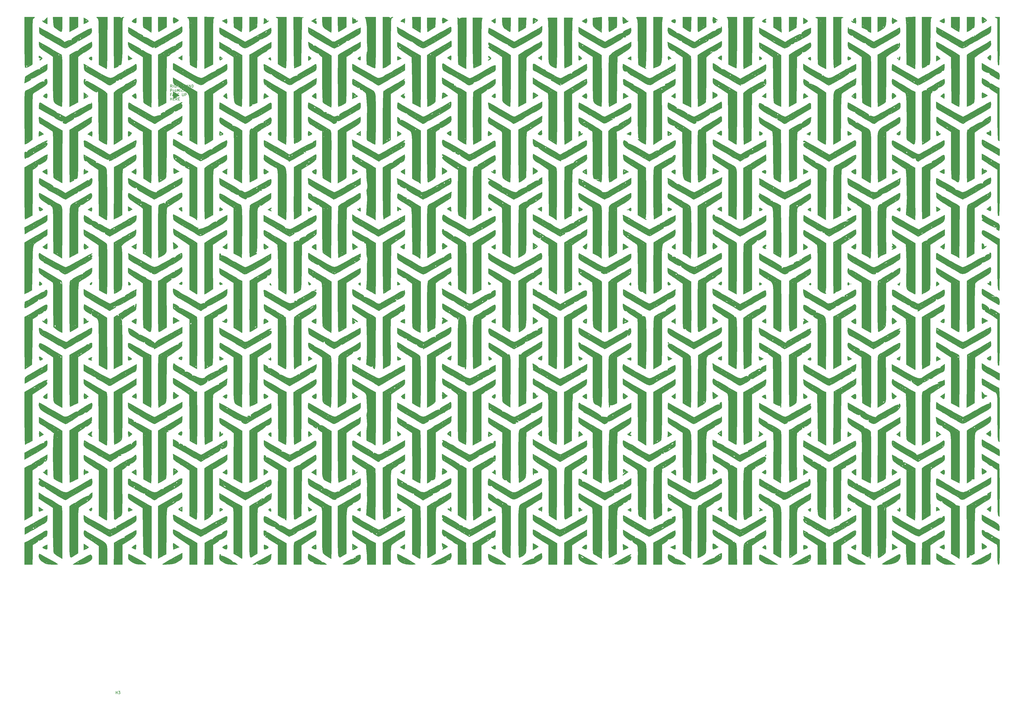
<source format=gbr>
G04 #@! TF.GenerationSoftware,KiCad,Pcbnew,9.0.2*
G04 #@! TF.CreationDate,2025-12-10T21:14:10-05:00*
G04 #@! TF.ProjectId,ThumbsUp,5468756d-6273-4557-902e-6b696361645f,rev?*
G04 #@! TF.SameCoordinates,Original*
G04 #@! TF.FileFunction,Legend,Top*
G04 #@! TF.FilePolarity,Positive*
%FSLAX46Y46*%
G04 Gerber Fmt 4.6, Leading zero omitted, Abs format (unit mm)*
G04 Created by KiCad (PCBNEW 9.0.2) date 2025-12-10 21:14:10*
%MOMM*%
%LPD*%
G01*
G04 APERTURE LIST*
%ADD10C,0.150000*%
%ADD11C,0.010000*%
G04 APERTURE END LIST*
D10*
X42658207Y-43789987D02*
X42324874Y-43313796D01*
X42086779Y-43789987D02*
X42086779Y-42789987D01*
X42086779Y-42789987D02*
X42467731Y-42789987D01*
X42467731Y-42789987D02*
X42562969Y-42837606D01*
X42562969Y-42837606D02*
X42610588Y-42885225D01*
X42610588Y-42885225D02*
X42658207Y-42980463D01*
X42658207Y-42980463D02*
X42658207Y-43123320D01*
X42658207Y-43123320D02*
X42610588Y-43218558D01*
X42610588Y-43218558D02*
X42562969Y-43266177D01*
X42562969Y-43266177D02*
X42467731Y-43313796D01*
X42467731Y-43313796D02*
X42086779Y-43313796D01*
X43086779Y-43789987D02*
X43086779Y-42789987D01*
X44086778Y-42837606D02*
X43991540Y-42789987D01*
X43991540Y-42789987D02*
X43848683Y-42789987D01*
X43848683Y-42789987D02*
X43705826Y-42837606D01*
X43705826Y-42837606D02*
X43610588Y-42932844D01*
X43610588Y-42932844D02*
X43562969Y-43028082D01*
X43562969Y-43028082D02*
X43515350Y-43218558D01*
X43515350Y-43218558D02*
X43515350Y-43361415D01*
X43515350Y-43361415D02*
X43562969Y-43551891D01*
X43562969Y-43551891D02*
X43610588Y-43647129D01*
X43610588Y-43647129D02*
X43705826Y-43742368D01*
X43705826Y-43742368D02*
X43848683Y-43789987D01*
X43848683Y-43789987D02*
X43943921Y-43789987D01*
X43943921Y-43789987D02*
X44086778Y-43742368D01*
X44086778Y-43742368D02*
X44134397Y-43694748D01*
X44134397Y-43694748D02*
X44134397Y-43361415D01*
X44134397Y-43361415D02*
X43943921Y-43361415D01*
X44562969Y-43789987D02*
X44562969Y-42789987D01*
X44562969Y-43266177D02*
X45134397Y-43266177D01*
X45134397Y-43789987D02*
X45134397Y-42789987D01*
X45467731Y-42789987D02*
X46039159Y-42789987D01*
X45753445Y-43789987D02*
X45753445Y-42789987D01*
X47134398Y-43789987D02*
X47134398Y-42789987D01*
X47134398Y-43266177D02*
X47705826Y-43266177D01*
X47705826Y-43789987D02*
X47705826Y-42789987D01*
X48134398Y-43504272D02*
X48610588Y-43504272D01*
X48039160Y-43789987D02*
X48372493Y-42789987D01*
X48372493Y-42789987D02*
X48705826Y-43789987D01*
X49039160Y-43789987D02*
X49039160Y-42789987D01*
X49039160Y-42789987D02*
X49610588Y-43789987D01*
X49610588Y-43789987D02*
X49610588Y-42789987D01*
X50086779Y-43789987D02*
X50086779Y-42789987D01*
X50086779Y-42789987D02*
X50324874Y-42789987D01*
X50324874Y-42789987D02*
X50467731Y-42837606D01*
X50467731Y-42837606D02*
X50562969Y-42932844D01*
X50562969Y-42932844D02*
X50610588Y-43028082D01*
X50610588Y-43028082D02*
X50658207Y-43218558D01*
X50658207Y-43218558D02*
X50658207Y-43361415D01*
X50658207Y-43361415D02*
X50610588Y-43551891D01*
X50610588Y-43551891D02*
X50562969Y-43647129D01*
X50562969Y-43647129D02*
X50467731Y-43742368D01*
X50467731Y-43742368D02*
X50324874Y-43789987D01*
X50324874Y-43789987D02*
X50086779Y-43789987D01*
X42086779Y-45399931D02*
X42086779Y-44399931D01*
X42086779Y-44399931D02*
X42467731Y-44399931D01*
X42467731Y-44399931D02*
X42562969Y-44447550D01*
X42562969Y-44447550D02*
X42610588Y-44495169D01*
X42610588Y-44495169D02*
X42658207Y-44590407D01*
X42658207Y-44590407D02*
X42658207Y-44733264D01*
X42658207Y-44733264D02*
X42610588Y-44828502D01*
X42610588Y-44828502D02*
X42562969Y-44876121D01*
X42562969Y-44876121D02*
X42467731Y-44923740D01*
X42467731Y-44923740D02*
X42086779Y-44923740D01*
X43086779Y-45399931D02*
X43086779Y-44733264D01*
X43086779Y-44923740D02*
X43134398Y-44828502D01*
X43134398Y-44828502D02*
X43182017Y-44780883D01*
X43182017Y-44780883D02*
X43277255Y-44733264D01*
X43277255Y-44733264D02*
X43372493Y-44733264D01*
X43848684Y-45399931D02*
X43753446Y-45352312D01*
X43753446Y-45352312D02*
X43705827Y-45304692D01*
X43705827Y-45304692D02*
X43658208Y-45209454D01*
X43658208Y-45209454D02*
X43658208Y-44923740D01*
X43658208Y-44923740D02*
X43705827Y-44828502D01*
X43705827Y-44828502D02*
X43753446Y-44780883D01*
X43753446Y-44780883D02*
X43848684Y-44733264D01*
X43848684Y-44733264D02*
X43991541Y-44733264D01*
X43991541Y-44733264D02*
X44086779Y-44780883D01*
X44086779Y-44780883D02*
X44134398Y-44828502D01*
X44134398Y-44828502D02*
X44182017Y-44923740D01*
X44182017Y-44923740D02*
X44182017Y-45209454D01*
X44182017Y-45209454D02*
X44134398Y-45304692D01*
X44134398Y-45304692D02*
X44086779Y-45352312D01*
X44086779Y-45352312D02*
X43991541Y-45399931D01*
X43991541Y-45399931D02*
X43848684Y-45399931D01*
X44610589Y-45399931D02*
X44610589Y-44399931D01*
X44610589Y-44399931D02*
X44943922Y-45114216D01*
X44943922Y-45114216D02*
X45277255Y-44399931D01*
X45277255Y-44399931D02*
X45277255Y-45399931D01*
X45753446Y-45399931D02*
X45753446Y-44733264D01*
X45753446Y-44399931D02*
X45705827Y-44447550D01*
X45705827Y-44447550D02*
X45753446Y-44495169D01*
X45753446Y-44495169D02*
X45801065Y-44447550D01*
X45801065Y-44447550D02*
X45753446Y-44399931D01*
X45753446Y-44399931D02*
X45753446Y-44495169D01*
X46658207Y-45352312D02*
X46562969Y-45399931D01*
X46562969Y-45399931D02*
X46372493Y-45399931D01*
X46372493Y-45399931D02*
X46277255Y-45352312D01*
X46277255Y-45352312D02*
X46229636Y-45304692D01*
X46229636Y-45304692D02*
X46182017Y-45209454D01*
X46182017Y-45209454D02*
X46182017Y-44923740D01*
X46182017Y-44923740D02*
X46229636Y-44828502D01*
X46229636Y-44828502D02*
X46277255Y-44780883D01*
X46277255Y-44780883D02*
X46372493Y-44733264D01*
X46372493Y-44733264D02*
X46562969Y-44733264D01*
X46562969Y-44733264D02*
X46658207Y-44780883D01*
X47086779Y-45399931D02*
X47086779Y-44733264D01*
X47086779Y-44923740D02*
X47134398Y-44828502D01*
X47134398Y-44828502D02*
X47182017Y-44780883D01*
X47182017Y-44780883D02*
X47277255Y-44733264D01*
X47277255Y-44733264D02*
X47372493Y-44733264D01*
X47848684Y-45399931D02*
X47753446Y-45352312D01*
X47753446Y-45352312D02*
X47705827Y-45304692D01*
X47705827Y-45304692D02*
X47658208Y-45209454D01*
X47658208Y-45209454D02*
X47658208Y-44923740D01*
X47658208Y-44923740D02*
X47705827Y-44828502D01*
X47705827Y-44828502D02*
X47753446Y-44780883D01*
X47753446Y-44780883D02*
X47848684Y-44733264D01*
X47848684Y-44733264D02*
X47991541Y-44733264D01*
X47991541Y-44733264D02*
X48086779Y-44780883D01*
X48086779Y-44780883D02*
X48134398Y-44828502D01*
X48134398Y-44828502D02*
X48182017Y-44923740D01*
X48182017Y-44923740D02*
X48182017Y-45209454D01*
X48182017Y-45209454D02*
X48134398Y-45304692D01*
X48134398Y-45304692D02*
X48086779Y-45352312D01*
X48086779Y-45352312D02*
X47991541Y-45399931D01*
X47991541Y-45399931D02*
X47848684Y-45399931D01*
X42420112Y-46486065D02*
X42086779Y-46486065D01*
X42086779Y-47009875D02*
X42086779Y-46009875D01*
X42086779Y-46009875D02*
X42562969Y-46009875D01*
X42896303Y-46724160D02*
X43372493Y-46724160D01*
X42801065Y-47009875D02*
X43134398Y-46009875D01*
X43134398Y-46009875D02*
X43467731Y-47009875D01*
X44372493Y-46914636D02*
X44324874Y-46962256D01*
X44324874Y-46962256D02*
X44182017Y-47009875D01*
X44182017Y-47009875D02*
X44086779Y-47009875D01*
X44086779Y-47009875D02*
X43943922Y-46962256D01*
X43943922Y-46962256D02*
X43848684Y-46867017D01*
X43848684Y-46867017D02*
X43801065Y-46771779D01*
X43801065Y-46771779D02*
X43753446Y-46581303D01*
X43753446Y-46581303D02*
X43753446Y-46438446D01*
X43753446Y-46438446D02*
X43801065Y-46247970D01*
X43801065Y-46247970D02*
X43848684Y-46152732D01*
X43848684Y-46152732D02*
X43943922Y-46057494D01*
X43943922Y-46057494D02*
X44086779Y-46009875D01*
X44086779Y-46009875D02*
X44182017Y-46009875D01*
X44182017Y-46009875D02*
X44324874Y-46057494D01*
X44324874Y-46057494D02*
X44372493Y-46105113D01*
X44801065Y-46486065D02*
X45134398Y-46486065D01*
X45277255Y-47009875D02*
X44801065Y-47009875D01*
X44801065Y-47009875D02*
X44801065Y-46009875D01*
X44801065Y-46009875D02*
X45277255Y-46009875D01*
X46467732Y-46009875D02*
X46467732Y-46819398D01*
X46467732Y-46819398D02*
X46515351Y-46914636D01*
X46515351Y-46914636D02*
X46562970Y-46962256D01*
X46562970Y-46962256D02*
X46658208Y-47009875D01*
X46658208Y-47009875D02*
X46848684Y-47009875D01*
X46848684Y-47009875D02*
X46943922Y-46962256D01*
X46943922Y-46962256D02*
X46991541Y-46914636D01*
X46991541Y-46914636D02*
X47039160Y-46819398D01*
X47039160Y-46819398D02*
X47039160Y-46009875D01*
X47515351Y-47009875D02*
X47515351Y-46009875D01*
X47515351Y-46009875D02*
X47896303Y-46009875D01*
X47896303Y-46009875D02*
X47991541Y-46057494D01*
X47991541Y-46057494D02*
X48039160Y-46105113D01*
X48039160Y-46105113D02*
X48086779Y-46200351D01*
X48086779Y-46200351D02*
X48086779Y-46343208D01*
X48086779Y-46343208D02*
X48039160Y-46438446D01*
X48039160Y-46438446D02*
X47991541Y-46486065D01*
X47991541Y-46486065D02*
X47896303Y-46533684D01*
X47896303Y-46533684D02*
X47515351Y-46533684D01*
X42086779Y-48619819D02*
X42086779Y-47619819D01*
X42086779Y-48096009D02*
X42658207Y-48096009D01*
X42658207Y-48619819D02*
X42658207Y-47619819D01*
X43134398Y-48096009D02*
X43467731Y-48096009D01*
X43610588Y-48619819D02*
X43134398Y-48619819D01*
X43134398Y-48619819D02*
X43134398Y-47619819D01*
X43134398Y-47619819D02*
X43610588Y-47619819D01*
X44610588Y-48619819D02*
X44277255Y-48143628D01*
X44039160Y-48619819D02*
X44039160Y-47619819D01*
X44039160Y-47619819D02*
X44420112Y-47619819D01*
X44420112Y-47619819D02*
X44515350Y-47667438D01*
X44515350Y-47667438D02*
X44562969Y-47715057D01*
X44562969Y-47715057D02*
X44610588Y-47810295D01*
X44610588Y-47810295D02*
X44610588Y-47953152D01*
X44610588Y-47953152D02*
X44562969Y-48048390D01*
X44562969Y-48048390D02*
X44515350Y-48096009D01*
X44515350Y-48096009D02*
X44420112Y-48143628D01*
X44420112Y-48143628D02*
X44039160Y-48143628D01*
X45039160Y-48096009D02*
X45372493Y-48096009D01*
X45515350Y-48619819D02*
X45039160Y-48619819D01*
X45039160Y-48619819D02*
X45039160Y-47619819D01*
X45039160Y-47619819D02*
X45515350Y-47619819D01*
X21638095Y-271204819D02*
X21638095Y-270204819D01*
X21638095Y-270681009D02*
X22209523Y-270681009D01*
X22209523Y-271204819D02*
X22209523Y-270204819D01*
X22590476Y-270204819D02*
X23209523Y-270204819D01*
X23209523Y-270204819D02*
X22876190Y-270585771D01*
X22876190Y-270585771D02*
X23019047Y-270585771D01*
X23019047Y-270585771D02*
X23114285Y-270633390D01*
X23114285Y-270633390D02*
X23161904Y-270681009D01*
X23161904Y-270681009D02*
X23209523Y-270776247D01*
X23209523Y-270776247D02*
X23209523Y-271014342D01*
X23209523Y-271014342D02*
X23161904Y-271109580D01*
X23161904Y-271109580D02*
X23114285Y-271157200D01*
X23114285Y-271157200D02*
X23019047Y-271204819D01*
X23019047Y-271204819D02*
X22733333Y-271204819D01*
X22733333Y-271204819D02*
X22638095Y-271157200D01*
X22638095Y-271157200D02*
X22590476Y-271109580D01*
D11*
X103157895Y-26554737D02*
X103024211Y-26688421D01*
X102890526Y-26554737D01*
X103024211Y-26421053D01*
X103157895Y-26554737D01*
G36*
X103157895Y-26554737D02*
G01*
X103024211Y-26688421D01*
X102890526Y-26554737D01*
X103024211Y-26421053D01*
X103157895Y-26554737D01*
G37*
X207966316Y-222535790D02*
X207832632Y-222669474D01*
X207698947Y-222535790D01*
X207832632Y-222402105D01*
X207966316Y-222535790D01*
G36*
X207966316Y-222535790D02*
G01*
X207832632Y-222669474D01*
X207698947Y-222535790D01*
X207832632Y-222402105D01*
X207966316Y-222535790D01*
G37*
X213313684Y-89653684D02*
X213180000Y-89787369D01*
X213046316Y-89653684D01*
X213180000Y-89520000D01*
X213313684Y-89653684D01*
G36*
X213313684Y-89653684D02*
G01*
X213180000Y-89787369D01*
X213046316Y-89653684D01*
X213180000Y-89520000D01*
X213313684Y-89653684D01*
G37*
X297000000Y-117460000D02*
X296866316Y-117593684D01*
X296732632Y-117460000D01*
X296866316Y-117326316D01*
X297000000Y-117460000D01*
G36*
X297000000Y-117460000D02*
G01*
X296866316Y-117593684D01*
X296732632Y-117460000D01*
X296866316Y-117326316D01*
X297000000Y-117460000D01*
G37*
X-6612982Y-60343124D02*
X-6136919Y-60712381D01*
X-5409627Y-61312632D01*
X-7265263Y-62180794D01*
X-7265263Y-61145134D01*
X-7221136Y-60418999D01*
X-7032058Y-60162535D01*
X-6612982Y-60343124D01*
G36*
X-6612982Y-60343124D02*
G01*
X-6136919Y-60712381D01*
X-5409627Y-61312632D01*
X-7265263Y-62180794D01*
X-7265263Y-61145134D01*
X-7221136Y-60418999D01*
X-7032058Y-60162535D01*
X-6612982Y-60343124D01*
G37*
X12687763Y-60258596D02*
X12769338Y-60729355D01*
X12738265Y-61218967D01*
X12653684Y-62114737D01*
X11030014Y-61302765D01*
X11788258Y-60674810D01*
X12380945Y-60251990D01*
X12687763Y-60258596D01*
G36*
X12687763Y-60258596D02*
G01*
X12769338Y-60729355D01*
X12738265Y-61218967D01*
X12653684Y-62114737D01*
X11030014Y-61302765D01*
X11788258Y-60674810D01*
X12380945Y-60251990D01*
X12687763Y-60258596D01*
G37*
X77740940Y-187234391D02*
X78420615Y-187639403D01*
X78609748Y-187969438D01*
X78318524Y-188337183D01*
X77869280Y-188654530D01*
X76955790Y-189253337D01*
X76955790Y-186828373D01*
X77740940Y-187234391D01*
G36*
X77740940Y-187234391D02*
G01*
X78420615Y-187639403D01*
X78609748Y-187969438D01*
X78318524Y-188337183D01*
X77869280Y-188654530D01*
X76955790Y-189253337D01*
X76955790Y-186828373D01*
X77740940Y-187234391D01*
G37*
X79690981Y-117445719D02*
X79858774Y-117912054D01*
X79664274Y-118009058D01*
X79386950Y-117876408D01*
X79174483Y-117510892D01*
X79231166Y-117321874D01*
X79459564Y-117167011D01*
X79690981Y-117445719D01*
G36*
X79690981Y-117445719D02*
G01*
X79858774Y-117912054D01*
X79664274Y-118009058D01*
X79386950Y-117876408D01*
X79174483Y-117510892D01*
X79231166Y-117321874D01*
X79459564Y-117167011D01*
X79690981Y-117445719D01*
G37*
X129852981Y-187916906D02*
X129786455Y-188642277D01*
X129620049Y-188901448D01*
X129229849Y-188762413D01*
X128801989Y-188493614D01*
X128110294Y-188045263D01*
X129915770Y-186852759D01*
X129852981Y-187916906D01*
G36*
X129852981Y-187916906D02*
G01*
X129786455Y-188642277D01*
X129620049Y-188901448D01*
X129229849Y-188762413D01*
X128801989Y-188493614D01*
X128110294Y-188045263D01*
X129915770Y-186852759D01*
X129852981Y-187916906D01*
G37*
X181162237Y-88640140D02*
X181208607Y-89172487D01*
X181181489Y-89492570D01*
X181095790Y-90318653D01*
X179598754Y-89331501D01*
X180303628Y-88869650D01*
X180884413Y-88556108D01*
X181162237Y-88640140D01*
G36*
X181162237Y-88640140D02*
G01*
X181208607Y-89172487D01*
X181181489Y-89492570D01*
X181095790Y-90318653D01*
X179598754Y-89331501D01*
X180303628Y-88869650D01*
X180884413Y-88556108D01*
X181162237Y-88640140D01*
G37*
X245885263Y-45780768D02*
X246688660Y-46262502D01*
X246991873Y-46659872D01*
X246807032Y-47041748D01*
X246180694Y-47458236D01*
X245130526Y-48033470D01*
X245130526Y-45390479D01*
X245885263Y-45780768D01*
G36*
X245885263Y-45780768D02*
G01*
X246688660Y-46262502D01*
X246991873Y-46659872D01*
X246807032Y-47041748D01*
X246180694Y-47458236D01*
X245130526Y-48033470D01*
X245130526Y-45390479D01*
X245885263Y-45780768D01*
G37*
X279999806Y-18191786D02*
X280601839Y-18645919D01*
X280730222Y-18988122D01*
X280374770Y-19331085D01*
X279871467Y-19611926D01*
X279086316Y-20017943D01*
X279086316Y-17592979D01*
X279999806Y-18191786D01*
G36*
X279999806Y-18191786D02*
G01*
X280601839Y-18645919D01*
X280730222Y-18988122D01*
X280374770Y-19331085D01*
X279871467Y-19611926D01*
X279086316Y-20017943D01*
X279086316Y-17592979D01*
X279999806Y-18191786D01*
G37*
X279999806Y-102947576D02*
X280606064Y-103397921D01*
X280739241Y-103726478D01*
X280389388Y-104050402D01*
X279883106Y-104321524D01*
X279086316Y-104719015D01*
X279086316Y-102348768D01*
X279999806Y-102947576D01*
G36*
X279999806Y-102947576D02*
G01*
X280606064Y-103397921D01*
X280739241Y-103726478D01*
X280389388Y-104050402D01*
X279883106Y-104321524D01*
X279086316Y-104719015D01*
X279086316Y-102348768D01*
X279999806Y-102947576D01*
G37*
X282006959Y-117348387D02*
X281984161Y-117699401D01*
X281783105Y-117967860D01*
X281494867Y-117865146D01*
X281243064Y-117580385D01*
X281423568Y-117288432D01*
X281810242Y-117094503D01*
X282006959Y-117348387D01*
G36*
X282006959Y-117348387D02*
G01*
X281984161Y-117699401D01*
X281783105Y-117967860D01*
X281494867Y-117865146D01*
X281243064Y-117580385D01*
X281423568Y-117288432D01*
X281810242Y-117094503D01*
X282006959Y-117348387D01*
G37*
X329470974Y-32024937D02*
X329834854Y-32382064D01*
X330411342Y-32995707D01*
X328816842Y-33937601D01*
X328816842Y-32853011D01*
X328872488Y-32082146D01*
X329073496Y-31814002D01*
X329470974Y-32024937D01*
G36*
X329470974Y-32024937D02*
G01*
X329834854Y-32382064D01*
X330411342Y-32995707D01*
X328816842Y-33937601D01*
X328816842Y-32853011D01*
X328872488Y-32082146D01*
X329073496Y-31814002D01*
X329470974Y-32024937D01*
G37*
X-6431705Y-201569765D02*
X-5598148Y-202163310D01*
X-6231179Y-202514286D01*
X-6861514Y-202813080D01*
X-7166267Y-202744042D01*
X-7260618Y-202242117D01*
X-7265263Y-201930215D01*
X-7265263Y-200976219D01*
X-6431705Y-201569765D01*
G36*
X-6431705Y-201569765D02*
G01*
X-5598148Y-202163310D01*
X-6231179Y-202514286D01*
X-6861514Y-202813080D01*
X-7166267Y-202744042D01*
X-7260618Y-202242117D01*
X-7265263Y-201930215D01*
X-7265263Y-200976219D01*
X-6431705Y-201569765D01*
G37*
X26948464Y-32338462D02*
X27741139Y-32924512D01*
X27051586Y-33282256D01*
X26472435Y-33562945D01*
X26219234Y-33529586D01*
X26157217Y-33094012D01*
X26155790Y-32696206D01*
X26155790Y-31752413D01*
X26948464Y-32338462D01*
G36*
X26948464Y-32338462D02*
G01*
X27741139Y-32924512D01*
X27051586Y-33282256D01*
X26472435Y-33562945D01*
X26219234Y-33529586D01*
X26157217Y-33094012D01*
X26155790Y-32696206D01*
X26155790Y-31752413D01*
X26948464Y-32338462D01*
G37*
X77711485Y-46178271D02*
X78167317Y-46546748D01*
X78873927Y-47154548D01*
X77903976Y-47617085D01*
X76934026Y-48079622D01*
X76997180Y-47009285D01*
X77085492Y-46257153D01*
X77292891Y-45992284D01*
X77711485Y-46178271D01*
G36*
X77711485Y-46178271D02*
G01*
X78167317Y-46546748D01*
X78873927Y-47154548D01*
X77903976Y-47617085D01*
X76934026Y-48079622D01*
X76997180Y-47009285D01*
X77085492Y-46257153D01*
X77292891Y-45992284D01*
X77711485Y-46178271D01*
G37*
X79686337Y-201759530D02*
X79763158Y-202215790D01*
X79715524Y-202746280D01*
X79496792Y-202820282D01*
X79037199Y-202518825D01*
X78741646Y-202167197D01*
X78890146Y-201858907D01*
X79376868Y-201561596D01*
X79686337Y-201759530D01*
G36*
X79686337Y-201759530D02*
G01*
X79763158Y-202215790D01*
X79715524Y-202746280D01*
X79496792Y-202820282D01*
X79037199Y-202518825D01*
X78741646Y-202167197D01*
X78890146Y-201858907D01*
X79376868Y-201561596D01*
X79686337Y-201759530D01*
G37*
X94290964Y-144890667D02*
X94530902Y-145071735D01*
X95128119Y-145533684D01*
X94374937Y-145963569D01*
X93621754Y-146393454D01*
X93621754Y-145495674D01*
X93661304Y-144834947D01*
X93849568Y-144649508D01*
X94290964Y-144890667D01*
G36*
X94290964Y-144890667D02*
G01*
X94530902Y-145071735D01*
X95128119Y-145533684D01*
X94374937Y-145963569D01*
X93621754Y-146393454D01*
X93621754Y-145495674D01*
X93661304Y-144834947D01*
X93849568Y-144649508D01*
X94290964Y-144890667D01*
G37*
X96741053Y-119741023D02*
X96524368Y-119970825D01*
X96340000Y-120000000D01*
X95983275Y-119942797D01*
X95938947Y-119894921D01*
X96148018Y-119722521D01*
X96340000Y-119635944D01*
X96684279Y-119630387D01*
X96741053Y-119741023D01*
G36*
X96741053Y-119741023D02*
G01*
X96524368Y-119970825D01*
X96340000Y-120000000D01*
X95983275Y-119942797D01*
X95938947Y-119894921D01*
X96148018Y-119722521D01*
X96340000Y-119635944D01*
X96684279Y-119630387D01*
X96741053Y-119741023D01*
G37*
X129812616Y-103456375D02*
X129770828Y-104182337D01*
X129605641Y-104437347D01*
X129202855Y-104285109D01*
X128796919Y-104022975D01*
X128100153Y-103556842D01*
X128965957Y-102988481D01*
X129831760Y-102420119D01*
X129812616Y-103456375D01*
G36*
X129812616Y-103456375D02*
G01*
X129770828Y-104182337D01*
X129605641Y-104437347D01*
X129202855Y-104285109D01*
X128796919Y-104022975D01*
X128100153Y-103556842D01*
X128965957Y-102988481D01*
X129831760Y-102420119D01*
X129812616Y-103456375D01*
G37*
X147204638Y-31954269D02*
X147252059Y-32494757D01*
X147225699Y-32810464D01*
X147140000Y-33636548D01*
X146434927Y-33170379D01*
X145729854Y-32704211D01*
X146386371Y-32210041D01*
X146935147Y-31873007D01*
X147204638Y-31954269D01*
G36*
X147204638Y-31954269D02*
G01*
X147252059Y-32494757D01*
X147225699Y-32810464D01*
X147140000Y-33636548D01*
X146434927Y-33170379D01*
X145729854Y-32704211D01*
X146386371Y-32210041D01*
X146935147Y-31873007D01*
X147204638Y-31954269D01*
G37*
X163850526Y-18785937D02*
X163782675Y-19486790D01*
X163534880Y-19700254D01*
X163040779Y-19456688D01*
X162796319Y-19268231D01*
X162217609Y-18799620D01*
X163034068Y-18317326D01*
X163850526Y-17835031D01*
X163850526Y-18785937D01*
G36*
X163850526Y-18785937D02*
G01*
X163782675Y-19486790D01*
X163534880Y-19700254D01*
X163040779Y-19456688D01*
X162796319Y-19268231D01*
X162217609Y-18799620D01*
X163034068Y-18317326D01*
X163850526Y-17835031D01*
X163850526Y-18785937D01*
G37*
X163850526Y-103541726D02*
X163782675Y-104242580D01*
X163534880Y-104456043D01*
X163040779Y-104212477D01*
X162796319Y-104024020D01*
X162217609Y-103555409D01*
X163034068Y-103073115D01*
X163850526Y-102590821D01*
X163850526Y-103541726D01*
G36*
X163850526Y-103541726D02*
G01*
X163782675Y-104242580D01*
X163534880Y-104456043D01*
X163040779Y-104212477D01*
X162796319Y-104024020D01*
X162217609Y-103555409D01*
X163034068Y-103073115D01*
X163850526Y-102590821D01*
X163850526Y-103541726D01*
G37*
X195528382Y-172938616D02*
X195915157Y-173319158D01*
X196523526Y-173966738D01*
X195694395Y-174395498D01*
X194865263Y-174824259D01*
X194865263Y-173747919D01*
X194920883Y-172981097D01*
X195123863Y-172718705D01*
X195528382Y-172938616D01*
G36*
X195528382Y-172938616D02*
G01*
X195915157Y-173319158D01*
X196523526Y-173966738D01*
X195694395Y-174395498D01*
X194865263Y-174824259D01*
X194865263Y-173747919D01*
X194920883Y-172981097D01*
X195123863Y-172718705D01*
X195528382Y-172938616D01*
G37*
X228553684Y-139384211D02*
X228808749Y-139624470D01*
X228821053Y-139667358D01*
X228614192Y-139782198D01*
X228553684Y-139785263D01*
X228296590Y-139579723D01*
X228286316Y-139502116D01*
X228450116Y-139342434D01*
X228553684Y-139384211D01*
G36*
X228553684Y-139384211D02*
G01*
X228808749Y-139624470D01*
X228821053Y-139667358D01*
X228614192Y-139782198D01*
X228553684Y-139785263D01*
X228296590Y-139579723D01*
X228286316Y-139502116D01*
X228450116Y-139342434D01*
X228553684Y-139384211D01*
G37*
X229131511Y-145021230D02*
X229986637Y-145463433D01*
X229337003Y-145823295D01*
X228741810Y-146121170D01*
X228464003Y-146085329D01*
X228360381Y-145653731D01*
X228338221Y-145390566D01*
X228276384Y-144579027D01*
X229131511Y-145021230D01*
G36*
X229131511Y-145021230D02*
G01*
X229986637Y-145463433D01*
X229337003Y-145823295D01*
X228741810Y-146121170D01*
X228464003Y-146085329D01*
X228360381Y-145653731D01*
X228338221Y-145390566D01*
X228276384Y-144579027D01*
X229131511Y-145021230D01*
G37*
X231227369Y-159562522D02*
X231182180Y-160316268D01*
X230995690Y-160583530D01*
X230591508Y-160408604D01*
X230241712Y-160134099D01*
X229657108Y-159645988D01*
X230442238Y-159065516D01*
X231227369Y-158485044D01*
X231227369Y-159562522D01*
G36*
X231227369Y-159562522D02*
G01*
X231182180Y-160316268D01*
X230995690Y-160583530D01*
X230591508Y-160408604D01*
X230241712Y-160134099D01*
X229657108Y-159645988D01*
X230442238Y-159065516D01*
X231227369Y-158485044D01*
X231227369Y-159562522D01*
G37*
X248537270Y-31954269D02*
X248584690Y-32494757D01*
X248558331Y-32810464D01*
X248472632Y-33636548D01*
X247767559Y-33170379D01*
X247062486Y-32704211D01*
X247719003Y-32210041D01*
X248267779Y-31873007D01*
X248537270Y-31954269D01*
G36*
X248537270Y-31954269D02*
G01*
X248584690Y-32494757D01*
X248558331Y-32810464D01*
X248472632Y-33636548D01*
X247767559Y-33170379D01*
X247062486Y-32704211D01*
X247719003Y-32210041D01*
X248267779Y-31873007D01*
X248537270Y-31954269D01*
G37*
X263236190Y-145080592D02*
X264129326Y-145506499D01*
X263519926Y-145844828D01*
X262922554Y-146133237D01*
X262626836Y-146074271D01*
X262484779Y-145609972D01*
X262456609Y-145428395D01*
X262343053Y-144654685D01*
X263236190Y-145080592D01*
G36*
X263236190Y-145080592D02*
G01*
X264129326Y-145506499D01*
X263519926Y-145844828D01*
X262922554Y-146133237D01*
X262626836Y-146074271D01*
X262484779Y-145609972D01*
X262456609Y-145428395D01*
X262343053Y-144654685D01*
X263236190Y-145080592D01*
G37*
X265180093Y-181701598D02*
X265183158Y-181762105D01*
X264977618Y-182019199D01*
X264900010Y-182029474D01*
X264740328Y-181865674D01*
X264782105Y-181762105D01*
X265022365Y-181507040D01*
X265065253Y-181494737D01*
X265180093Y-181701598D01*
G36*
X265180093Y-181701598D02*
G01*
X265183158Y-181762105D01*
X264977618Y-182019199D01*
X264900010Y-182029474D01*
X264740328Y-181865674D01*
X264782105Y-181762105D01*
X265022365Y-181507040D01*
X265065253Y-181494737D01*
X265180093Y-181701598D01*
G37*
X279839349Y-46188531D02*
X280268792Y-46540527D01*
X280946349Y-47142105D01*
X280016333Y-47576187D01*
X279086316Y-48010268D01*
X279086316Y-46974608D01*
X279149811Y-46237965D01*
X279380648Y-45983345D01*
X279839349Y-46188531D01*
G36*
X279839349Y-46188531D02*
G01*
X280268792Y-46540527D01*
X280946349Y-47142105D01*
X280016333Y-47576187D01*
X279086316Y-48010268D01*
X279086316Y-46974608D01*
X279149811Y-46237965D01*
X279380648Y-45983345D01*
X279839349Y-46188531D01*
G37*
X296349007Y-117183444D02*
X296373233Y-117640970D01*
X296077336Y-117952704D01*
X295762873Y-117934442D01*
X295663660Y-117487381D01*
X295663158Y-117429328D01*
X295769518Y-116930480D01*
X295997369Y-116858296D01*
X296349007Y-117183444D01*
G36*
X296349007Y-117183444D02*
G01*
X296373233Y-117640970D01*
X296077336Y-117952704D01*
X295762873Y-117934442D01*
X295663660Y-117487381D01*
X295663158Y-117429328D01*
X295769518Y-116930480D01*
X295997369Y-116858296D01*
X296349007Y-117183444D01*
G37*
X314643250Y-32777387D02*
X314646316Y-32837895D01*
X314440776Y-33094989D01*
X314363168Y-33105263D01*
X314203486Y-32941463D01*
X314245263Y-32837895D01*
X314485522Y-32582830D01*
X314528411Y-32570527D01*
X314643250Y-32777387D01*
G36*
X314643250Y-32777387D02*
G01*
X314646316Y-32837895D01*
X314440776Y-33094989D01*
X314363168Y-33105263D01*
X314203486Y-32941463D01*
X314245263Y-32837895D01*
X314485522Y-32582830D01*
X314528411Y-32570527D01*
X314643250Y-32777387D01*
G37*
X315400547Y-32385549D02*
X315400558Y-32775413D01*
X315251077Y-33405143D01*
X314972480Y-33640000D01*
X314733414Y-33464992D01*
X314792034Y-33038421D01*
X315052834Y-32385133D01*
X315276064Y-32158695D01*
X315400547Y-32385549D01*
G36*
X315400547Y-32385549D02*
G01*
X315400558Y-32775413D01*
X315251077Y-33405143D01*
X314972480Y-33640000D01*
X314733414Y-33464992D01*
X314792034Y-33038421D01*
X315052834Y-32385133D01*
X315276064Y-32158695D01*
X315400547Y-32385549D01*
G37*
X331920871Y-46079384D02*
X332004915Y-46578835D01*
X331976160Y-47071462D01*
X331891579Y-47990253D01*
X331158158Y-47544212D01*
X330424738Y-47098172D01*
X331090262Y-46472944D01*
X331629052Y-46052914D01*
X331920871Y-46079384D01*
G36*
X331920871Y-46079384D02*
G01*
X332004915Y-46578835D01*
X331976160Y-47071462D01*
X331891579Y-47990253D01*
X331158158Y-47544212D01*
X330424738Y-47098172D01*
X331090262Y-46472944D01*
X331629052Y-46052914D01*
X331920871Y-46079384D01*
G37*
X349404211Y-201806733D02*
X349360176Y-202559602D01*
X349172512Y-202830072D01*
X348757882Y-202667072D01*
X348391261Y-202401438D01*
X347779364Y-201930556D01*
X348591787Y-201329905D01*
X349404211Y-200729255D01*
X349404211Y-201806733D01*
G36*
X349404211Y-201806733D02*
G01*
X349360176Y-202559602D01*
X349172512Y-202830072D01*
X348757882Y-202667072D01*
X348391261Y-202401438D01*
X347779364Y-201930556D01*
X348591787Y-201329905D01*
X349404211Y-200729255D01*
X349404211Y-201806733D01*
G37*
X12660537Y-32464694D02*
X12709763Y-32874458D01*
X12691351Y-33463150D01*
X12449679Y-33596978D01*
X11918421Y-33351216D01*
X11500550Y-32985178D01*
X11605724Y-32649114D01*
X12052105Y-32382638D01*
X12483384Y-32247242D01*
X12660537Y-32464694D01*
G36*
X12660537Y-32464694D02*
G01*
X12709763Y-32874458D01*
X12691351Y-33463150D01*
X12449679Y-33596978D01*
X11918421Y-33351216D01*
X11500550Y-32985178D01*
X11605724Y-32649114D01*
X12052105Y-32382638D01*
X12483384Y-32247242D01*
X12660537Y-32464694D01*
G37*
X26731342Y-116962201D02*
X27159583Y-117450748D01*
X27113500Y-117760381D01*
X26709260Y-117933624D01*
X26342378Y-117937709D01*
X26217572Y-117596363D01*
X26215339Y-117291885D01*
X26258252Y-116768986D01*
X26418952Y-116707774D01*
X26731342Y-116962201D01*
G36*
X26731342Y-116962201D02*
G01*
X27159583Y-117450748D01*
X27113500Y-117760381D01*
X26709260Y-117933624D01*
X26342378Y-117937709D01*
X26217572Y-117596363D01*
X26215339Y-117291885D01*
X26258252Y-116768986D01*
X26418952Y-116707774D01*
X26731342Y-116962201D01*
G37*
X26988616Y-145014834D02*
X27517160Y-145381374D01*
X27527452Y-145690055D01*
X27012411Y-145972767D01*
X26757369Y-146056388D01*
X26338847Y-146118196D01*
X26177941Y-145865458D01*
X26155790Y-145411151D01*
X26155790Y-144584163D01*
X26988616Y-145014834D01*
G36*
X26988616Y-145014834D02*
G01*
X27517160Y-145381374D01*
X27527452Y-145690055D01*
X27012411Y-145972767D01*
X26757369Y-146056388D01*
X26338847Y-146118196D01*
X26177941Y-145865458D01*
X26155790Y-145411151D01*
X26155790Y-144584163D01*
X26988616Y-145014834D01*
G37*
X61255753Y-117169514D02*
X61573158Y-117462503D01*
X61454296Y-117631239D01*
X61300728Y-117695748D01*
X60690604Y-117847121D01*
X60419673Y-117651484D01*
X60378947Y-117326316D01*
X60471194Y-116882640D01*
X60790122Y-116871302D01*
X61255753Y-117169514D01*
G36*
X61255753Y-117169514D02*
G01*
X61573158Y-117462503D01*
X61454296Y-117631239D01*
X61300728Y-117695748D01*
X60690604Y-117847121D01*
X60419673Y-117651484D01*
X60378947Y-117326316D01*
X60471194Y-116882640D01*
X60790122Y-116871302D01*
X61255753Y-117169514D01*
G37*
X79646690Y-32758089D02*
X79697850Y-32986945D01*
X79734915Y-33506509D01*
X79520542Y-33583032D01*
X79047772Y-33282346D01*
X78747222Y-32989997D01*
X78900901Y-32759203D01*
X79086382Y-32637793D01*
X79462520Y-32490309D01*
X79646690Y-32758089D01*
G36*
X79646690Y-32758089D02*
G01*
X79697850Y-32986945D01*
X79734915Y-33506509D01*
X79520542Y-33583032D01*
X79047772Y-33282346D01*
X78747222Y-32989997D01*
X78900901Y-32759203D01*
X79086382Y-32637793D01*
X79462520Y-32490309D01*
X79646690Y-32758089D01*
G37*
X113307082Y-117146596D02*
X113317895Y-117457735D01*
X113290168Y-117994657D01*
X113114919Y-118071653D01*
X112696053Y-117794211D01*
X112397304Y-117515258D01*
X112531990Y-117287005D01*
X112778635Y-117123524D01*
X113174864Y-116935529D01*
X113307082Y-117146596D01*
G36*
X113307082Y-117146596D02*
G01*
X113317895Y-117457735D01*
X113290168Y-117994657D01*
X113114919Y-118071653D01*
X112696053Y-117794211D01*
X112397304Y-117515258D01*
X112531990Y-117287005D01*
X112778635Y-117123524D01*
X113174864Y-116935529D01*
X113307082Y-117146596D01*
G37*
X127781738Y-173224793D02*
X128266401Y-173605072D01*
X128367836Y-173882033D01*
X128055401Y-174182702D01*
X127464870Y-174538350D01*
X127189055Y-174612793D01*
X127051733Y-174348985D01*
X126998222Y-173709972D01*
X126956176Y-172636941D01*
X127781738Y-173224793D01*
G36*
X127781738Y-173224793D02*
G01*
X128266401Y-173605072D01*
X128367836Y-173882033D01*
X128055401Y-174182702D01*
X127464870Y-174538350D01*
X127189055Y-174612793D01*
X127051733Y-174348985D01*
X126998222Y-173709972D01*
X126956176Y-172636941D01*
X127781738Y-173224793D01*
G37*
X127786511Y-145014834D02*
X128315055Y-145381374D01*
X128325347Y-145690055D01*
X127810305Y-145972767D01*
X127555263Y-146056388D01*
X127136742Y-146118196D01*
X126975836Y-145865458D01*
X126953684Y-145411151D01*
X126953684Y-144584163D01*
X127786511Y-145014834D01*
G36*
X127786511Y-145014834D02*
G01*
X128315055Y-145381374D01*
X128325347Y-145690055D01*
X127810305Y-145972767D01*
X127555263Y-146056388D01*
X127136742Y-146118196D01*
X126975836Y-145865458D01*
X126953684Y-145411151D01*
X126953684Y-144584163D01*
X127786511Y-145014834D01*
G37*
X161519180Y-201433476D02*
X161954288Y-201747895D01*
X162523605Y-202215790D01*
X161850224Y-202524845D01*
X161354380Y-202693481D01*
X161142720Y-202658529D01*
X161047673Y-201900190D01*
X161083832Y-201396817D01*
X161183727Y-201280000D01*
X161519180Y-201433476D01*
G36*
X161519180Y-201433476D02*
G01*
X161954288Y-201747895D01*
X162523605Y-202215790D01*
X161850224Y-202524845D01*
X161354380Y-202693481D01*
X161142720Y-202658529D01*
X161047673Y-201900190D01*
X161083832Y-201396817D01*
X161183727Y-201280000D01*
X161519180Y-201433476D01*
G37*
X161622935Y-116979361D02*
X162041084Y-117328639D01*
X162005152Y-117573618D01*
X161928059Y-117630793D01*
X161371625Y-117842858D01*
X161072769Y-117589836D01*
X161005403Y-117205338D01*
X161010405Y-116763567D01*
X161193578Y-116720551D01*
X161622935Y-116979361D01*
G36*
X161622935Y-116979361D02*
G01*
X162041084Y-117328639D01*
X162005152Y-117573618D01*
X161928059Y-117630793D01*
X161371625Y-117842858D01*
X161072769Y-117589836D01*
X161005403Y-117205338D01*
X161010405Y-116763567D01*
X161193578Y-116720551D01*
X161622935Y-116979361D01*
G37*
X161873883Y-145042286D02*
X162330383Y-145378187D01*
X162370880Y-145605274D01*
X162090149Y-145850555D01*
X161536618Y-146163642D01*
X161256662Y-146033131D01*
X161176909Y-145422332D01*
X161176842Y-145393837D01*
X161176842Y-144585568D01*
X161873883Y-145042286D01*
G36*
X161873883Y-145042286D02*
G01*
X162330383Y-145378187D01*
X162370880Y-145605274D01*
X162090149Y-145850555D01*
X161536618Y-146163642D01*
X161256662Y-146033131D01*
X161176909Y-145422332D01*
X161176842Y-145393837D01*
X161176842Y-144585568D01*
X161873883Y-145042286D01*
G37*
X178820953Y-215272213D02*
X179458364Y-215644870D01*
X179839950Y-215919387D01*
X179888221Y-215985263D01*
X179675554Y-216180550D01*
X179137675Y-216520335D01*
X178820953Y-216698314D01*
X177753684Y-217277680D01*
X177753684Y-214692847D01*
X178820953Y-215272213D01*
G36*
X178820953Y-215272213D02*
G01*
X179458364Y-215644870D01*
X179839950Y-215919387D01*
X179888221Y-215985263D01*
X179675554Y-216180550D01*
X179137675Y-216520335D01*
X178820953Y-216698314D01*
X177753684Y-217277680D01*
X177753684Y-214692847D01*
X178820953Y-215272213D01*
G37*
X181173968Y-116728129D02*
X181192224Y-117338173D01*
X181182750Y-117416592D01*
X181069273Y-117881771D01*
X180793943Y-117911476D01*
X180483103Y-117759894D01*
X179870417Y-117429297D01*
X180417900Y-116933832D01*
X180919969Y-116595943D01*
X181173968Y-116728129D01*
G36*
X181173968Y-116728129D02*
G01*
X181192224Y-117338173D01*
X181182750Y-117416592D01*
X181069273Y-117881771D01*
X180793943Y-117911476D01*
X180483103Y-117759894D01*
X179870417Y-117429297D01*
X180417900Y-116933832D01*
X180919969Y-116595943D01*
X181173968Y-116728129D01*
G37*
X195546318Y-117009932D02*
X195988653Y-117438474D01*
X195926743Y-117730583D01*
X195422900Y-117932534D01*
X195049797Y-117937073D01*
X194925773Y-117591641D01*
X194924178Y-117314213D01*
X194968512Y-116797080D01*
X195156369Y-116742200D01*
X195546318Y-117009932D01*
G36*
X195546318Y-117009932D02*
G01*
X195988653Y-117438474D01*
X195926743Y-117730583D01*
X195422900Y-117932534D01*
X195049797Y-117937073D01*
X194925773Y-117591641D01*
X194924178Y-117314213D01*
X194968512Y-116797080D01*
X195156369Y-116742200D01*
X195546318Y-117009932D01*
G37*
X212539756Y-215556223D02*
X213167799Y-215929668D01*
X213537501Y-216212488D01*
X213578847Y-216278917D01*
X213356440Y-216466346D01*
X212797193Y-216742297D01*
X212557068Y-216841119D01*
X211533083Y-217243351D01*
X211502869Y-214993499D01*
X212539756Y-215556223D01*
G36*
X212539756Y-215556223D02*
G01*
X213167799Y-215929668D01*
X213537501Y-216212488D01*
X213578847Y-216278917D01*
X213356440Y-216466346D01*
X212797193Y-216742297D01*
X212557068Y-216841119D01*
X211533083Y-217243351D01*
X211502869Y-214993499D01*
X212539756Y-215556223D01*
G37*
X214554695Y-201594139D02*
X214592528Y-202102227D01*
X214593780Y-202653696D01*
X214565802Y-202874736D01*
X214324973Y-202754212D01*
X213892847Y-202519122D01*
X213268851Y-202172981D01*
X213919573Y-201746612D01*
X214380614Y-201480345D01*
X214554695Y-201594139D01*
G36*
X214554695Y-201594139D02*
G01*
X214592528Y-202102227D01*
X214593780Y-202653696D01*
X214565802Y-202874736D01*
X214324973Y-202754212D01*
X213892847Y-202519122D01*
X213268851Y-202172981D01*
X213919573Y-201746612D01*
X214380614Y-201480345D01*
X214554695Y-201594139D01*
G37*
X214586207Y-60557773D02*
X214621213Y-61097176D01*
X214603802Y-61243850D01*
X214499477Y-61673774D01*
X214239883Y-61749319D01*
X213737131Y-61570949D01*
X212957420Y-61249522D01*
X213678633Y-60776965D01*
X214289831Y-60460028D01*
X214586207Y-60557773D01*
G36*
X214586207Y-60557773D02*
G01*
X214621213Y-61097176D01*
X214603802Y-61243850D01*
X214499477Y-61673774D01*
X214239883Y-61749319D01*
X213737131Y-61570949D01*
X212957420Y-61249522D01*
X213678633Y-60776965D01*
X214289831Y-60460028D01*
X214586207Y-60557773D01*
G37*
X214609336Y-145119038D02*
X214650526Y-145547593D01*
X214591808Y-146039683D01*
X214342122Y-146156217D01*
X213791173Y-145927212D01*
X213612502Y-145830072D01*
X212975530Y-145476987D01*
X213813028Y-145185034D01*
X214381915Y-145019399D01*
X214609336Y-145119038D01*
G36*
X214609336Y-145119038D02*
G01*
X214650526Y-145547593D01*
X214591808Y-146039683D01*
X214342122Y-146156217D01*
X213791173Y-145927212D01*
X213612502Y-145830072D01*
X212975530Y-145476987D01*
X213813028Y-145185034D01*
X214381915Y-145019399D01*
X214609336Y-145119038D01*
G37*
X231179122Y-46446994D02*
X231211050Y-47161121D01*
X231179122Y-47500604D01*
X231085822Y-47814523D01*
X230862581Y-47825527D01*
X230350940Y-47539887D01*
X230340918Y-47533777D01*
X229588152Y-47074769D01*
X231093684Y-45885567D01*
X231179122Y-46446994D01*
G36*
X231179122Y-46446994D02*
G01*
X231211050Y-47161121D01*
X231179122Y-47500604D01*
X231085822Y-47814523D01*
X230862581Y-47825527D01*
X230350940Y-47539887D01*
X230340918Y-47533777D01*
X229588152Y-47074769D01*
X231093684Y-45885567D01*
X231179122Y-46446994D01*
G37*
X248550810Y-116728129D02*
X248569066Y-117338173D01*
X248559592Y-117416592D01*
X248446115Y-117881771D01*
X248170785Y-117911476D01*
X247859945Y-117759894D01*
X247247259Y-117429297D01*
X247794743Y-116933832D01*
X248296811Y-116595943D01*
X248550810Y-116728129D01*
G36*
X248550810Y-116728129D02*
G01*
X248569066Y-117338173D01*
X248559592Y-117416592D01*
X248446115Y-117881771D01*
X248170785Y-117911476D01*
X247859945Y-117759894D01*
X247247259Y-117429297D01*
X247794743Y-116933832D01*
X248296811Y-116595943D01*
X248550810Y-116728129D01*
G37*
X264102904Y-173833644D02*
X263299727Y-174322085D01*
X262615905Y-174706326D01*
X262321141Y-174779062D01*
X262375012Y-174547361D01*
X262417001Y-174476477D01*
X262543659Y-173977720D01*
X262543710Y-173382175D01*
X262463964Y-172621924D01*
X264102904Y-173833644D01*
G36*
X264102904Y-173833644D02*
G01*
X263299727Y-174322085D01*
X262615905Y-174706326D01*
X262321141Y-174779062D01*
X262375012Y-174547361D01*
X262417001Y-174476477D01*
X262543659Y-173977720D01*
X262543710Y-173382175D01*
X262463964Y-172621924D01*
X264102904Y-173833644D01*
G37*
X280022105Y-74734898D02*
X280619664Y-75058894D01*
X280940491Y-75308877D01*
X280957895Y-75349474D01*
X280740862Y-75560458D01*
X280201657Y-75875297D01*
X280022105Y-75964049D01*
X279086316Y-76410296D01*
X279086316Y-74288651D01*
X280022105Y-74734898D01*
G36*
X280022105Y-74734898D02*
G01*
X280619664Y-75058894D01*
X280940491Y-75308877D01*
X280957895Y-75349474D01*
X280740862Y-75560458D01*
X280201657Y-75875297D01*
X280022105Y-75964049D01*
X279086316Y-76410296D01*
X279086316Y-74288651D01*
X280022105Y-74734898D01*
G37*
X281854757Y-60499810D02*
X281825344Y-60983407D01*
X281776881Y-61226777D01*
X281623561Y-61718842D01*
X281346923Y-61770541D01*
X280981666Y-61595372D01*
X280337017Y-61247717D01*
X281056853Y-60776062D01*
X281625675Y-60447646D01*
X281854757Y-60499810D01*
G36*
X281854757Y-60499810D02*
G01*
X281825344Y-60983407D01*
X281776881Y-61226777D01*
X281623561Y-61718842D01*
X281346923Y-61770541D01*
X280981666Y-61595372D01*
X280337017Y-61247717D01*
X281056853Y-60776062D01*
X281625675Y-60447646D01*
X281854757Y-60499810D01*
G37*
X329544822Y-116837597D02*
X329719737Y-117022599D01*
X329999292Y-117398188D01*
X329905331Y-117666332D01*
X329501917Y-117959239D01*
X328833062Y-118397489D01*
X328868274Y-117460850D01*
X328948568Y-116761853D01*
X329155167Y-116563839D01*
X329544822Y-116837597D01*
G36*
X329544822Y-116837597D02*
G01*
X329719737Y-117022599D01*
X329999292Y-117398188D01*
X329905331Y-117666332D01*
X329501917Y-117959239D01*
X328833062Y-118397489D01*
X328868274Y-117460850D01*
X328948568Y-116761853D01*
X329155167Y-116563839D01*
X329544822Y-116837597D01*
G37*
X-6527166Y-144898752D02*
X-6324052Y-145027086D01*
X-5855835Y-145369539D01*
X-5801225Y-145598147D01*
X-6084588Y-145850555D01*
X-6620063Y-146160264D01*
X-6923070Y-146037828D01*
X-7115606Y-145502135D01*
X-7209945Y-144873389D01*
X-7030088Y-144682037D01*
X-6527166Y-144898752D01*
G36*
X-6527166Y-144898752D02*
G01*
X-6324052Y-145027086D01*
X-5855835Y-145369539D01*
X-5801225Y-145598147D01*
X-6084588Y-145850555D01*
X-6620063Y-146160264D01*
X-6923070Y-146037828D01*
X-7115606Y-145502135D01*
X-7209945Y-144873389D01*
X-7030088Y-144682037D01*
X-6527166Y-144898752D01*
G37*
X-4056842Y-159568069D02*
X-4091548Y-160283661D01*
X-4257162Y-160567049D01*
X-4645926Y-160519365D01*
X-4854173Y-160442238D01*
X-5489009Y-160087437D01*
X-5596958Y-159701420D01*
X-5181196Y-159242744D01*
X-4958121Y-159086940D01*
X-4056842Y-158496137D01*
X-4056842Y-159568069D01*
G36*
X-4056842Y-159568069D02*
G01*
X-4091548Y-160283661D01*
X-4257162Y-160567049D01*
X-4645926Y-160519365D01*
X-4854173Y-160442238D01*
X-5489009Y-160087437D01*
X-5596958Y-159701420D01*
X-5181196Y-159242744D01*
X-4958121Y-159086940D01*
X-4056842Y-158496137D01*
X-4056842Y-159568069D01*
G37*
X-4056842Y-216123273D02*
X-4086992Y-216745668D01*
X-4266923Y-216982184D01*
X-4730854Y-216906138D01*
X-5193158Y-216743980D01*
X-5766854Y-216469717D01*
X-5856226Y-216199665D01*
X-5450249Y-215873027D01*
X-4992631Y-215638056D01*
X-4056842Y-215191809D01*
X-4056842Y-216123273D01*
G36*
X-4056842Y-216123273D02*
G01*
X-4086992Y-216745668D01*
X-4266923Y-216982184D01*
X-4730854Y-216906138D01*
X-5193158Y-216743980D01*
X-5766854Y-216469717D01*
X-5856226Y-216199665D01*
X-5450249Y-215873027D01*
X-4992631Y-215638056D01*
X-4056842Y-215191809D01*
X-4056842Y-216123273D01*
G37*
X12613842Y-88819205D02*
X12687103Y-89267119D01*
X12682154Y-89519390D01*
X12632012Y-90104498D01*
X12446114Y-90269295D01*
X11984199Y-90078719D01*
X11750524Y-89950703D01*
X11114732Y-89598250D01*
X11743173Y-89158072D01*
X12332067Y-88795503D01*
X12613842Y-88819205D01*
G36*
X12613842Y-88819205D02*
G01*
X12687103Y-89267119D01*
X12682154Y-89519390D01*
X12632012Y-90104498D01*
X12446114Y-90269295D01*
X11984199Y-90078719D01*
X11750524Y-89950703D01*
X11114732Y-89598250D01*
X11743173Y-89158072D01*
X12332067Y-88795503D01*
X12613842Y-88819205D01*
G37*
X12666439Y-116848895D02*
X12701120Y-117187510D01*
X12520353Y-117627149D01*
X12253747Y-117860327D01*
X12239806Y-117861053D01*
X11902992Y-117670001D01*
X11870302Y-117623979D01*
X11921225Y-117316321D01*
X12216765Y-116978676D01*
X12551845Y-116810702D01*
X12666439Y-116848895D01*
G36*
X12666439Y-116848895D02*
G01*
X12701120Y-117187510D01*
X12520353Y-117627149D01*
X12253747Y-117860327D01*
X12239806Y-117861053D01*
X11902992Y-117670001D01*
X11870302Y-117623979D01*
X11921225Y-117316321D01*
X12216765Y-116978676D01*
X12551845Y-116810702D01*
X12666439Y-116848895D01*
G37*
X12724839Y-201479695D02*
X12660873Y-202036031D01*
X12614693Y-202180394D01*
X12398749Y-202631772D01*
X12121055Y-202635550D01*
X11920910Y-202503659D01*
X11618098Y-202222162D01*
X11699876Y-201958650D01*
X11989391Y-201677317D01*
X12489769Y-201351079D01*
X12724839Y-201479695D01*
G36*
X12724839Y-201479695D02*
G01*
X12660873Y-202036031D01*
X12614693Y-202180394D01*
X12398749Y-202631772D01*
X12121055Y-202635550D01*
X11920910Y-202503659D01*
X11618098Y-202222162D01*
X11699876Y-201958650D01*
X11989391Y-201677317D01*
X12489769Y-201351079D01*
X12724839Y-201479695D01*
G37*
X26969773Y-201564092D02*
X27199985Y-201720178D01*
X27828427Y-202160355D01*
X27192634Y-202512808D01*
X26560215Y-202814131D01*
X26253583Y-202763124D01*
X26159501Y-202312750D01*
X26155790Y-202082105D01*
X26216325Y-201480349D01*
X26457745Y-201318043D01*
X26969773Y-201564092D01*
G36*
X26969773Y-201564092D02*
G01*
X27199985Y-201720178D01*
X27828427Y-202160355D01*
X27192634Y-202512808D01*
X26560215Y-202814131D01*
X26253583Y-202763124D01*
X26159501Y-202312750D01*
X26155790Y-202082105D01*
X26216325Y-201480349D01*
X26457745Y-201318043D01*
X26969773Y-201564092D01*
G37*
X29237142Y-46486713D02*
X29265765Y-47008553D01*
X29255326Y-47754867D01*
X29099358Y-48014805D01*
X28710198Y-47833588D01*
X28298761Y-47507381D01*
X27634365Y-46954658D01*
X28261539Y-46446803D01*
X28821314Y-46043651D01*
X29115775Y-46039759D01*
X29237142Y-46486713D01*
G36*
X29237142Y-46486713D02*
G01*
X29265765Y-47008553D01*
X29255326Y-47754867D01*
X29099358Y-48014805D01*
X28710198Y-47833588D01*
X28298761Y-47507381D01*
X27634365Y-46954658D01*
X28261539Y-46446803D01*
X28821314Y-46043651D01*
X29115775Y-46039759D01*
X29237142Y-46486713D01*
G37*
X29294582Y-18701267D02*
X29261215Y-19408388D01*
X29023703Y-19675828D01*
X28488902Y-19555730D01*
X28094211Y-19373245D01*
X27637095Y-19106232D01*
X27568377Y-18866469D01*
X27915790Y-18541879D01*
X28376269Y-18233372D01*
X29253286Y-17665692D01*
X29294582Y-18701267D01*
G36*
X29294582Y-18701267D02*
G01*
X29261215Y-19408388D01*
X29023703Y-19675828D01*
X28488902Y-19555730D01*
X28094211Y-19373245D01*
X27637095Y-19106232D01*
X27568377Y-18866469D01*
X27915790Y-18541879D01*
X28376269Y-18233372D01*
X29253286Y-17665692D01*
X29294582Y-18701267D01*
G37*
X46471570Y-117012623D02*
X46475790Y-117176852D01*
X46420874Y-117685475D01*
X46164126Y-117811230D01*
X45580921Y-117629143D01*
X45256150Y-117425438D01*
X45417748Y-117178160D01*
X45447237Y-117154828D01*
X46054554Y-116731920D01*
X46366674Y-116683891D01*
X46471570Y-117012623D01*
G36*
X46471570Y-117012623D02*
G01*
X46475790Y-117176852D01*
X46420874Y-117685475D01*
X46164126Y-117811230D01*
X45580921Y-117629143D01*
X45256150Y-117425438D01*
X45417748Y-117178160D01*
X45447237Y-117154828D01*
X46054554Y-116731920D01*
X46366674Y-116683891D01*
X46471570Y-117012623D01*
G37*
X46475790Y-32716646D02*
X46458835Y-33324585D01*
X46417200Y-33615817D01*
X46408947Y-33620456D01*
X46162617Y-33478437D01*
X45658138Y-33161524D01*
X45630568Y-33143830D01*
X44919030Y-32686749D01*
X45697410Y-32240021D01*
X46475790Y-31793292D01*
X46475790Y-32716646D01*
G36*
X46475790Y-32716646D02*
G01*
X46458835Y-33324585D01*
X46417200Y-33615817D01*
X46408947Y-33620456D01*
X46162617Y-33478437D01*
X45658138Y-33161524D01*
X45630568Y-33143830D01*
X44919030Y-32686749D01*
X45697410Y-32240021D01*
X46475790Y-31793292D01*
X46475790Y-32716646D01*
G37*
X79802290Y-173361724D02*
X79845887Y-173888243D01*
X79860630Y-174549691D01*
X79761446Y-174757244D01*
X79436441Y-174591742D01*
X79149755Y-174391180D01*
X78735130Y-173963210D01*
X78832094Y-173573448D01*
X79334182Y-173221260D01*
X79657107Y-173121215D01*
X79802290Y-173361724D01*
G36*
X79802290Y-173361724D02*
G01*
X79845887Y-173888243D01*
X79860630Y-174549691D01*
X79761446Y-174757244D01*
X79436441Y-174591742D01*
X79149755Y-174391180D01*
X78735130Y-173963210D01*
X78832094Y-173573448D01*
X79334182Y-173221260D01*
X79657107Y-173121215D01*
X79802290Y-173361724D01*
G37*
X93834648Y-116729749D02*
X94278734Y-117066755D01*
X94685949Y-117430606D01*
X94692017Y-117640449D01*
X94375484Y-117839246D01*
X93989084Y-117961920D01*
X93792414Y-117698490D01*
X93719833Y-117386559D01*
X93631693Y-116843039D01*
X93623084Y-116614068D01*
X93834648Y-116729749D01*
G36*
X93834648Y-116729749D02*
G01*
X94278734Y-117066755D01*
X94685949Y-117430606D01*
X94692017Y-117640449D01*
X94375484Y-117839246D01*
X93989084Y-117961920D01*
X93792414Y-117698490D01*
X93719833Y-117386559D01*
X93631693Y-116843039D01*
X93623084Y-116614068D01*
X93834648Y-116729749D01*
G37*
X113208992Y-201481030D02*
X113270657Y-201673744D01*
X113296451Y-202294158D01*
X113270657Y-202464552D01*
X113128265Y-202702954D01*
X112774702Y-202619472D01*
X112548418Y-202503677D01*
X111912626Y-202160355D01*
X112548418Y-201712869D01*
X113008113Y-201430959D01*
X113208992Y-201481030D01*
G36*
X113208992Y-201481030D02*
G01*
X113270657Y-201673744D01*
X113296451Y-202294158D01*
X113270657Y-202464552D01*
X113128265Y-202702954D01*
X112774702Y-202619472D01*
X112548418Y-202503677D01*
X111912626Y-202160355D01*
X112548418Y-201712869D01*
X113008113Y-201430959D01*
X113208992Y-201481030D01*
G37*
X113292092Y-32283714D02*
X113317895Y-32831731D01*
X113250968Y-33453361D01*
X112996279Y-33591456D01*
X112472967Y-33286053D01*
X112444175Y-33264321D01*
X112152696Y-32986950D01*
X112243783Y-32752112D01*
X112644701Y-32464556D01*
X113116681Y-32186731D01*
X113292092Y-32283714D01*
G36*
X113292092Y-32283714D02*
G01*
X113317895Y-32831731D01*
X113250968Y-33453361D01*
X112996279Y-33591456D01*
X112472967Y-33286053D01*
X112444175Y-33264321D01*
X112152696Y-32986950D01*
X112243783Y-32752112D01*
X112644701Y-32464556D01*
X113116681Y-32186731D01*
X113292092Y-32283714D01*
G37*
X113317895Y-173720717D02*
X113303315Y-174397804D01*
X113266819Y-174778356D01*
X113251053Y-174808765D01*
X113007896Y-174675407D01*
X112512248Y-174355474D01*
X112490482Y-174340870D01*
X111796754Y-173874737D01*
X112557325Y-173252822D01*
X113317895Y-172630908D01*
X113317895Y-173720717D01*
G36*
X113317895Y-173720717D02*
G01*
X113303315Y-174397804D01*
X113266819Y-174778356D01*
X113251053Y-174808765D01*
X113007896Y-174675407D01*
X112512248Y-174355474D01*
X112490482Y-174340870D01*
X111796754Y-173874737D01*
X112557325Y-173252822D01*
X113317895Y-172630908D01*
X113317895Y-173720717D01*
G37*
X127621459Y-32289734D02*
X127905410Y-32471871D01*
X128570954Y-32907952D01*
X127865441Y-33273976D01*
X127272230Y-33562434D01*
X127015802Y-33543676D01*
X126954917Y-33150147D01*
X126953684Y-32837895D01*
X126988513Y-32246384D01*
X127171737Y-32078805D01*
X127621459Y-32289734D01*
G36*
X127621459Y-32289734D02*
G01*
X127905410Y-32471871D01*
X128570954Y-32907952D01*
X127865441Y-33273976D01*
X127272230Y-33562434D01*
X127015802Y-33543676D01*
X126954917Y-33150147D01*
X126953684Y-32837895D01*
X126988513Y-32246384D01*
X127171737Y-32078805D01*
X127621459Y-32289734D01*
G37*
X127775134Y-201568484D02*
X127982740Y-201709573D01*
X128596042Y-202139146D01*
X127877985Y-202511678D01*
X127279281Y-202803716D01*
X127018450Y-202791281D01*
X126955133Y-202409138D01*
X126953684Y-202082105D01*
X127015199Y-201478189D01*
X127259258Y-201317754D01*
X127775134Y-201568484D01*
G36*
X127775134Y-201568484D02*
G01*
X127982740Y-201709573D01*
X128596042Y-202139146D01*
X127877985Y-202511678D01*
X127279281Y-202803716D01*
X127018450Y-202791281D01*
X126955133Y-202409138D01*
X126953684Y-202082105D01*
X127015199Y-201478189D01*
X127259258Y-201317754D01*
X127775134Y-201568484D01*
G37*
X147226879Y-145274251D02*
X147156429Y-145927696D01*
X146970679Y-146138141D01*
X146525129Y-145996524D01*
X146271053Y-145875784D01*
X145791567Y-145586661D01*
X145754928Y-145322445D01*
X146180763Y-144983223D01*
X146481111Y-144806356D01*
X147289366Y-144346397D01*
X147226879Y-145274251D01*
G36*
X147226879Y-145274251D02*
G01*
X147156429Y-145927696D01*
X146970679Y-146138141D01*
X146525129Y-145996524D01*
X146271053Y-145875784D01*
X145791567Y-145586661D01*
X145754928Y-145322445D01*
X146180763Y-144983223D01*
X146481111Y-144806356D01*
X147289366Y-144346397D01*
X147226879Y-145274251D01*
G37*
X181229474Y-145278751D02*
X181186152Y-145933090D01*
X180972168Y-146143844D01*
X180461496Y-145986059D01*
X180226842Y-145875784D01*
X179746536Y-145585845D01*
X179711193Y-145320987D01*
X180139840Y-144981002D01*
X180429059Y-144810857D01*
X181229474Y-144355397D01*
X181229474Y-145278751D01*
G36*
X181229474Y-145278751D02*
G01*
X181186152Y-145933090D01*
X180972168Y-146143844D01*
X180461496Y-145986059D01*
X180226842Y-145875784D01*
X179746536Y-145585845D01*
X179711193Y-145320987D01*
X180139840Y-144981002D01*
X180429059Y-144810857D01*
X181229474Y-144355397D01*
X181229474Y-145278751D01*
G37*
X195707627Y-88954932D02*
X196297150Y-89340660D01*
X196403582Y-89618947D01*
X196034894Y-89894009D01*
X195788472Y-90011820D01*
X195192559Y-90260577D01*
X194944442Y-90200163D01*
X194904521Y-89736406D01*
X194915354Y-89422827D01*
X194949161Y-88523548D01*
X195707627Y-88954932D01*
G36*
X195707627Y-88954932D02*
G01*
X196297150Y-89340660D01*
X196403582Y-89618947D01*
X196034894Y-89894009D01*
X195788472Y-90011820D01*
X195192559Y-90260577D01*
X194944442Y-90200163D01*
X194904521Y-89736406D01*
X194915354Y-89422827D01*
X194949161Y-88523548D01*
X195707627Y-88954932D01*
G37*
X198024956Y-187500440D02*
X198059093Y-188227681D01*
X198024956Y-188669249D01*
X197935749Y-188962877D01*
X197720400Y-188986586D01*
X197232055Y-188735145D01*
X197060679Y-188634902D01*
X196181359Y-188117608D01*
X197060679Y-187466093D01*
X197940000Y-186814579D01*
X198024956Y-187500440D01*
G36*
X198024956Y-187500440D02*
G01*
X198059093Y-188227681D01*
X198024956Y-188669249D01*
X197935749Y-188962877D01*
X197720400Y-188986586D01*
X197232055Y-188735145D01*
X197060679Y-188634902D01*
X196181359Y-188117608D01*
X197060679Y-187466093D01*
X197940000Y-186814579D01*
X198024956Y-187500440D01*
G37*
X198051831Y-46449274D02*
X198073684Y-47008421D01*
X198037810Y-47731289D01*
X197859204Y-48000674D01*
X197431394Y-47867181D01*
X196919865Y-47556787D01*
X196167099Y-47074769D01*
X196889080Y-46506858D01*
X197541001Y-46057156D01*
X197902032Y-46026719D01*
X198051831Y-46449274D01*
G36*
X198051831Y-46449274D02*
G01*
X198073684Y-47008421D01*
X198037810Y-47731289D01*
X197859204Y-48000674D01*
X197431394Y-47867181D01*
X196919865Y-47556787D01*
X196167099Y-47074769D01*
X196889080Y-46506858D01*
X197541001Y-46057156D01*
X197902032Y-46026719D01*
X198051831Y-46449274D01*
G37*
X198073684Y-103404952D02*
X197967416Y-104197844D01*
X197658221Y-104502802D01*
X197160515Y-104311700D01*
X196889624Y-104072481D01*
X196569812Y-103725497D01*
X196546383Y-103480104D01*
X196870721Y-103177014D01*
X197271579Y-102888421D01*
X198073684Y-102317272D01*
X198073684Y-103404952D01*
G36*
X198073684Y-103404952D02*
G01*
X197967416Y-104197844D01*
X197658221Y-104502802D01*
X197160515Y-104311700D01*
X196889624Y-104072481D01*
X196569812Y-103725497D01*
X196546383Y-103480104D01*
X196870721Y-103177014D01*
X197271579Y-102888421D01*
X198073684Y-102317272D01*
X198073684Y-103404952D01*
G37*
X211883028Y-102490663D02*
X212439450Y-102833168D01*
X212653763Y-102976067D01*
X213569682Y-103598450D01*
X212548974Y-104172120D01*
X211528267Y-104745790D01*
X211483027Y-103549737D01*
X211485929Y-102834946D01*
X211545468Y-102407426D01*
X211587815Y-102353684D01*
X211883028Y-102490663D01*
G36*
X211883028Y-102490663D02*
G01*
X212439450Y-102833168D01*
X212653763Y-102976067D01*
X213569682Y-103598450D01*
X212548974Y-104172120D01*
X211528267Y-104745790D01*
X211483027Y-103549737D01*
X211485929Y-102834946D01*
X211545468Y-102407426D01*
X211587815Y-102353684D01*
X211883028Y-102490663D01*
G37*
X214565439Y-89005224D02*
X214603289Y-89136891D01*
X214629546Y-89748866D01*
X214603289Y-89934452D01*
X214485863Y-90202790D01*
X214209747Y-90112657D01*
X213982105Y-89950983D01*
X213447369Y-89553063D01*
X213982105Y-89153422D01*
X214390950Y-88900640D01*
X214565439Y-89005224D01*
G36*
X214565439Y-89005224D02*
G01*
X214603289Y-89136891D01*
X214629546Y-89748866D01*
X214603289Y-89934452D01*
X214485863Y-90202790D01*
X214209747Y-90112657D01*
X213982105Y-89950983D01*
X213447369Y-89553063D01*
X213982105Y-89153422D01*
X214390950Y-88900640D01*
X214565439Y-89005224D01*
G37*
X214573098Y-117078317D02*
X214583684Y-117436128D01*
X214572581Y-117948982D01*
X214550263Y-118124327D01*
X214331281Y-118000341D01*
X214115790Y-117866628D01*
X213859958Y-117622230D01*
X214009149Y-117324422D01*
X214149211Y-117178429D01*
X214465037Y-116914470D01*
X214573098Y-117078317D01*
G36*
X214573098Y-117078317D02*
G01*
X214583684Y-117436128D01*
X214572581Y-117948982D01*
X214550263Y-118124327D01*
X214331281Y-118000341D01*
X214115790Y-117866628D01*
X213859958Y-117622230D01*
X214009149Y-117324422D01*
X214149211Y-117178429D01*
X214465037Y-116914470D01*
X214573098Y-117078317D01*
G37*
X228927189Y-116979623D02*
X229394542Y-117419380D01*
X229364267Y-117715124D01*
X228828955Y-117936455D01*
X228825219Y-117937433D01*
X228441700Y-117950497D01*
X228299469Y-117624371D01*
X228286316Y-117288803D01*
X228310362Y-116751093D01*
X228477541Y-116671764D01*
X228927189Y-116979623D01*
G36*
X228927189Y-116979623D02*
G01*
X229394542Y-117419380D01*
X229364267Y-117715124D01*
X228828955Y-117936455D01*
X228825219Y-117937433D01*
X228441700Y-117950497D01*
X228299469Y-117624371D01*
X228286316Y-117288803D01*
X228310362Y-116751093D01*
X228477541Y-116671764D01*
X228927189Y-116979623D01*
G37*
X229107765Y-201568484D02*
X229315372Y-201709573D01*
X229928673Y-202139146D01*
X229210617Y-202511678D01*
X228611912Y-202803716D01*
X228351082Y-202791281D01*
X228287765Y-202409138D01*
X228286316Y-202082105D01*
X228347831Y-201478189D01*
X228591889Y-201317754D01*
X229107765Y-201568484D01*
G36*
X229107765Y-201568484D02*
G01*
X229315372Y-201709573D01*
X229928673Y-202139146D01*
X229210617Y-202511678D01*
X228611912Y-202803716D01*
X228351082Y-202791281D01*
X228287765Y-202409138D01*
X228286316Y-202082105D01*
X228347831Y-201478189D01*
X228591889Y-201317754D01*
X229107765Y-201568484D01*
G37*
X231176589Y-74766597D02*
X231203514Y-75317327D01*
X231179384Y-75576829D01*
X231093684Y-76390330D01*
X230358421Y-75941659D01*
X229784208Y-75537786D01*
X229691854Y-75249137D01*
X230078120Y-74965943D01*
X230326130Y-74847643D01*
X230914646Y-74636117D01*
X231176589Y-74766597D01*
G36*
X231176589Y-74766597D02*
G01*
X231203514Y-75317327D01*
X231179384Y-75576829D01*
X231093684Y-76390330D01*
X230358421Y-75941659D01*
X229784208Y-75537786D01*
X229691854Y-75249137D01*
X230078120Y-74965943D01*
X230326130Y-74847643D01*
X230914646Y-74636117D01*
X231176589Y-74766597D01*
G37*
X231197191Y-187229381D02*
X231345486Y-187734254D01*
X231361053Y-188178948D01*
X231361053Y-189243917D01*
X231160949Y-189112986D01*
X230661392Y-188791610D01*
X230463682Y-188664928D01*
X229566311Y-188090443D01*
X230196314Y-187605904D01*
X230836575Y-187197638D01*
X231197191Y-187229381D01*
G36*
X231197191Y-187229381D02*
G01*
X231345486Y-187734254D01*
X231361053Y-188178948D01*
X231361053Y-189243917D01*
X231160949Y-189112986D01*
X230661392Y-188791610D01*
X230463682Y-188664928D01*
X229566311Y-188090443D01*
X230196314Y-187605904D01*
X230836575Y-187197638D01*
X231197191Y-187229381D01*
G37*
X263044211Y-32365207D02*
X263460549Y-32697689D01*
X263578947Y-32892803D01*
X263372198Y-33156123D01*
X263044211Y-33372632D01*
X262672284Y-33512221D01*
X262529659Y-33302754D01*
X262509474Y-32845036D01*
X262544026Y-32301259D01*
X262719525Y-32194487D01*
X263044211Y-32365207D01*
G36*
X263044211Y-32365207D02*
G01*
X263460549Y-32697689D01*
X263578947Y-32892803D01*
X263372198Y-33156123D01*
X263044211Y-33372632D01*
X262672284Y-33512221D01*
X262529659Y-33302754D01*
X262509474Y-32845036D01*
X262544026Y-32301259D01*
X262719525Y-32194487D01*
X263044211Y-32365207D01*
G37*
X263044211Y-117058948D02*
X263463943Y-117327486D01*
X263578947Y-117460000D01*
X263374564Y-117659548D01*
X263044211Y-117861053D01*
X262653416Y-118002756D01*
X262520174Y-117760256D01*
X262509474Y-117460000D01*
X262561952Y-116985843D01*
X262806126Y-116945280D01*
X263044211Y-117058948D01*
G36*
X263044211Y-117058948D02*
G01*
X263463943Y-117327486D01*
X263578947Y-117460000D01*
X263374564Y-117659548D01*
X263044211Y-117861053D01*
X262653416Y-118002756D01*
X262520174Y-117760256D01*
X262509474Y-117460000D01*
X262561952Y-116985843D01*
X262806126Y-116945280D01*
X263044211Y-117058948D01*
G37*
X263177895Y-89033912D02*
X263667742Y-89315441D01*
X263846316Y-89520000D01*
X263631507Y-89750910D01*
X263177895Y-90006088D01*
X262708121Y-90175035D01*
X262533821Y-90004607D01*
X262509474Y-89520000D01*
X262547599Y-88981700D01*
X262758822Y-88871769D01*
X263177895Y-89033912D01*
G36*
X263177895Y-89033912D02*
G01*
X263667742Y-89315441D01*
X263846316Y-89520000D01*
X263631507Y-89750910D01*
X263177895Y-90006088D01*
X262708121Y-90175035D01*
X262533821Y-90004607D01*
X262509474Y-89520000D01*
X262547599Y-88981700D01*
X262758822Y-88871769D01*
X263177895Y-89033912D01*
G37*
X265106183Y-187281324D02*
X265162313Y-187805081D01*
X265135173Y-188131314D01*
X265047162Y-188672293D01*
X264836428Y-188787401D01*
X264333563Y-188559771D01*
X264299085Y-188541607D01*
X263548696Y-188146019D01*
X264246323Y-187597265D01*
X264819653Y-187223348D01*
X265106183Y-187281324D01*
G36*
X265106183Y-187281324D02*
G01*
X265162313Y-187805081D01*
X265135173Y-188131314D01*
X265047162Y-188672293D01*
X264836428Y-188787401D01*
X264333563Y-188559771D01*
X264299085Y-188541607D01*
X263548696Y-188146019D01*
X264246323Y-187597265D01*
X264819653Y-187223348D01*
X265106183Y-187281324D01*
G37*
X279413648Y-186984662D02*
X279921185Y-187338497D01*
X280076639Y-187452131D01*
X280903481Y-188062156D01*
X279994899Y-188657747D01*
X279086316Y-189253337D01*
X279086316Y-188047721D01*
X279102537Y-187329003D01*
X279143581Y-186897642D01*
X279168056Y-186842105D01*
X279413648Y-186984662D01*
G36*
X279413648Y-186984662D02*
G01*
X279921185Y-187338497D01*
X280076639Y-187452131D01*
X280903481Y-188062156D01*
X279994899Y-188657747D01*
X279086316Y-189253337D01*
X279086316Y-188047721D01*
X279102537Y-187329003D01*
X279143581Y-186897642D01*
X279168056Y-186842105D01*
X279413648Y-186984662D01*
G37*
X279987595Y-159086940D02*
X280553871Y-159573348D01*
X280602741Y-159974563D01*
X280127334Y-160321435D01*
X279675425Y-160489059D01*
X279301301Y-160557972D01*
X279131700Y-160364355D01*
X279087204Y-159786475D01*
X279086316Y-159586086D01*
X279086316Y-158496137D01*
X279987595Y-159086940D01*
G36*
X279987595Y-159086940D02*
G01*
X280553871Y-159573348D01*
X280602741Y-159974563D01*
X280127334Y-160321435D01*
X279675425Y-160489059D01*
X279301301Y-160557972D01*
X279131700Y-160364355D01*
X279087204Y-159786475D01*
X279086316Y-159586086D01*
X279086316Y-158496137D01*
X279987595Y-159086940D01*
G37*
X281875852Y-32441449D02*
X281931006Y-32950292D01*
X281932242Y-32971768D01*
X281900145Y-33498759D01*
X281661720Y-33582130D01*
X281136343Y-33251667D01*
X280802278Y-32949260D01*
X280921357Y-32742065D01*
X281185608Y-32591749D01*
X281683673Y-32350583D01*
X281875852Y-32441449D01*
G36*
X281875852Y-32441449D02*
G01*
X281931006Y-32950292D01*
X281932242Y-32971768D01*
X281900145Y-33498759D01*
X281661720Y-33582130D01*
X281136343Y-33251667D01*
X280802278Y-32949260D01*
X280921357Y-32742065D01*
X281185608Y-32591749D01*
X281683673Y-32350583D01*
X281875852Y-32441449D01*
G37*
X281916871Y-201596577D02*
X281921161Y-202101125D01*
X281859893Y-202701157D01*
X281658905Y-202828608D01*
X281202083Y-202545113D01*
X281153649Y-202508532D01*
X280855867Y-202226461D01*
X280953004Y-201992257D01*
X281314809Y-201734560D01*
X281761184Y-201477510D01*
X281916871Y-201596577D01*
G36*
X281916871Y-201596577D02*
G01*
X281921161Y-202101125D01*
X281859893Y-202701157D01*
X281658905Y-202828608D01*
X281202083Y-202545113D01*
X281153649Y-202508532D01*
X280855867Y-202226461D01*
X280953004Y-201992257D01*
X281314809Y-201734560D01*
X281761184Y-201477510D01*
X281916871Y-201596577D01*
G37*
X296331579Y-32351807D02*
X296888072Y-32701594D01*
X296920200Y-33032433D01*
X296482840Y-33363225D01*
X295944264Y-33601390D01*
X295713792Y-33474631D01*
X295663267Y-32901711D01*
X295663158Y-32843627D01*
X295700715Y-32302246D01*
X295909301Y-32189049D01*
X296331579Y-32351807D01*
G36*
X296331579Y-32351807D02*
G01*
X296888072Y-32701594D01*
X296920200Y-33032433D01*
X296482840Y-33363225D01*
X295944264Y-33601390D01*
X295713792Y-33474631D01*
X295663267Y-32901711D01*
X295663158Y-32843627D01*
X295700715Y-32302246D01*
X295909301Y-32189049D01*
X296331579Y-32351807D01*
G37*
X313178089Y-158921986D02*
X314116177Y-159637501D01*
X313538231Y-160138750D01*
X312980671Y-160553377D01*
X312618299Y-160602925D01*
X312418246Y-160461755D01*
X312303435Y-160101243D01*
X312242819Y-159431730D01*
X312240000Y-159244990D01*
X312240000Y-158206471D01*
X313178089Y-158921986D01*
G36*
X313178089Y-158921986D02*
G01*
X314116177Y-159637501D01*
X313538231Y-160138750D01*
X312980671Y-160553377D01*
X312618299Y-160602925D01*
X312418246Y-160461755D01*
X312303435Y-160101243D01*
X312242819Y-159431730D01*
X312240000Y-159244990D01*
X312240000Y-158206471D01*
X313178089Y-158921986D01*
G37*
X331886775Y-187219146D02*
X332016005Y-187716473D01*
X332025263Y-188045263D01*
X331971754Y-188727169D01*
X331749314Y-188941424D01*
X331265080Y-188731356D01*
X330973837Y-188535811D01*
X330338165Y-188090569D01*
X330943966Y-187600022D01*
X331551944Y-187189600D01*
X331886775Y-187219146D01*
G36*
X331886775Y-187219146D02*
G01*
X332016005Y-187716473D01*
X332025263Y-188045263D01*
X331971754Y-188727169D01*
X331749314Y-188941424D01*
X331265080Y-188731356D01*
X330973837Y-188535811D01*
X330338165Y-188090569D01*
X330943966Y-187600022D01*
X331551944Y-187189600D01*
X331886775Y-187219146D01*
G37*
X332009274Y-215638556D02*
X332025263Y-216118948D01*
X331987082Y-216763024D01*
X331796394Y-216996006D01*
X331338983Y-216866504D01*
X330855395Y-216616861D01*
X330086579Y-216200394D01*
X330855395Y-215693538D01*
X331526059Y-215295542D01*
X331877190Y-215265034D01*
X332009274Y-215638556D01*
G36*
X332009274Y-215638556D02*
G01*
X332025263Y-216118948D01*
X331987082Y-216763024D01*
X331796394Y-216996006D01*
X331338983Y-216866504D01*
X330855395Y-216616861D01*
X330086579Y-216200394D01*
X330855395Y-215693538D01*
X331526059Y-215295542D01*
X331877190Y-215265034D01*
X332009274Y-215638556D01*
G37*
X349355482Y-173062545D02*
X349389517Y-173810987D01*
X349355482Y-174271610D01*
X349274631Y-174592735D01*
X349085060Y-174635383D01*
X348642850Y-174394245D01*
X348392777Y-174236105D01*
X347515027Y-173677395D01*
X348392777Y-173027040D01*
X349270526Y-172376684D01*
X349355482Y-173062545D01*
G36*
X349355482Y-173062545D02*
G01*
X349389517Y-173810987D01*
X349355482Y-174271610D01*
X349274631Y-174592735D01*
X349085060Y-174635383D01*
X348642850Y-174394245D01*
X348392777Y-174236105D01*
X347515027Y-173677395D01*
X348392777Y-173027040D01*
X349270526Y-172376684D01*
X349355482Y-173062545D01*
G37*
X-6446498Y-116931555D02*
X-6348730Y-117037669D01*
X-6042299Y-117433683D01*
X-6131936Y-117666713D01*
X-6423399Y-117839774D01*
X-6937271Y-118081145D01*
X-7141130Y-117983077D01*
X-7164381Y-117455481D01*
X-7160048Y-117326926D01*
X-7083378Y-116700309D01*
X-6869137Y-116576936D01*
X-6446498Y-116931555D01*
G36*
X-6446498Y-116931555D02*
G01*
X-6348730Y-117037669D01*
X-6042299Y-117433683D01*
X-6131936Y-117666713D01*
X-6423399Y-117839774D01*
X-6937271Y-118081145D01*
X-7141130Y-117983077D01*
X-7164381Y-117455481D01*
X-7160048Y-117326926D01*
X-7083378Y-116700309D01*
X-6869137Y-116576936D01*
X-6446498Y-116931555D01*
G37*
X29222421Y-215605743D02*
X29208125Y-215784737D01*
X29144229Y-216417349D01*
X29119123Y-216720527D01*
X29006558Y-216990232D01*
X28655169Y-216948667D01*
X28122057Y-216683539D01*
X27548324Y-216364771D01*
X28211612Y-215773965D01*
X28820024Y-215299365D01*
X29141409Y-215243124D01*
X29222421Y-215605743D01*
G36*
X29222421Y-215605743D02*
G01*
X29208125Y-215784737D01*
X29144229Y-216417349D01*
X29119123Y-216720527D01*
X29006558Y-216990232D01*
X28655169Y-216948667D01*
X28122057Y-216683539D01*
X27548324Y-216364771D01*
X28211612Y-215773965D01*
X28820024Y-215299365D01*
X29141409Y-215243124D01*
X29222421Y-215605743D01*
G37*
X40593684Y-21216122D02*
X39148218Y-22080692D01*
X38372471Y-22530717D01*
X37788817Y-22843411D01*
X37544008Y-22945263D01*
X37478841Y-22696325D01*
X37426639Y-22023146D01*
X37393647Y-21036182D01*
X37385263Y-20137895D01*
X37385263Y-17330527D01*
X40593684Y-17330527D01*
X40593684Y-21216122D01*
G36*
X40593684Y-21216122D02*
G01*
X39148218Y-22080692D01*
X38372471Y-22530717D01*
X37788817Y-22843411D01*
X37544008Y-22945263D01*
X37478841Y-22696325D01*
X37426639Y-22023146D01*
X37393647Y-21036182D01*
X37385263Y-20137895D01*
X37385263Y-17330527D01*
X40593684Y-17330527D01*
X40593684Y-21216122D01*
G37*
X46409026Y-172863604D02*
X46448579Y-173438317D01*
X46427805Y-173657303D01*
X46319981Y-174185280D01*
X46047263Y-174295658D01*
X45606842Y-174166131D01*
X45019868Y-173880356D01*
X44941454Y-173571497D01*
X45367729Y-173165224D01*
X45548344Y-173042578D01*
X46128544Y-172745389D01*
X46409026Y-172863604D01*
G36*
X46409026Y-172863604D02*
G01*
X46448579Y-173438317D01*
X46427805Y-173657303D01*
X46319981Y-174185280D01*
X46047263Y-174295658D01*
X45606842Y-174166131D01*
X45019868Y-173880356D01*
X44941454Y-173571497D01*
X45367729Y-173165224D01*
X45548344Y-173042578D01*
X46128544Y-172745389D01*
X46409026Y-172863604D01*
G37*
X61203681Y-89056491D02*
X61295219Y-89124688D01*
X61643421Y-89425432D01*
X61625653Y-89642473D01*
X61192887Y-89916531D01*
X60980526Y-90027928D01*
X60561584Y-90197483D01*
X60402533Y-90023346D01*
X60378947Y-89529407D01*
X60442543Y-88911894D01*
X60689413Y-88766641D01*
X61203681Y-89056491D01*
G36*
X61203681Y-89056491D02*
G01*
X61295219Y-89124688D01*
X61643421Y-89425432D01*
X61625653Y-89642473D01*
X61192887Y-89916531D01*
X60980526Y-90027928D01*
X60561584Y-90197483D01*
X60402533Y-90023346D01*
X60378947Y-89529407D01*
X60442543Y-88911894D01*
X60689413Y-88766641D01*
X61203681Y-89056491D01*
G37*
X63320000Y-103376552D02*
X63287518Y-104122619D01*
X63113687Y-104418289D01*
X62683930Y-104326435D01*
X62116842Y-104036779D01*
X61628171Y-103712442D01*
X61624294Y-103517557D01*
X61715790Y-103478716D01*
X62198583Y-103215252D01*
X62718421Y-102807784D01*
X63320000Y-102260472D01*
X63320000Y-103376552D01*
G36*
X63320000Y-103376552D02*
G01*
X63287518Y-104122619D01*
X63113687Y-104418289D01*
X62683930Y-104326435D01*
X62116842Y-104036779D01*
X61628171Y-103712442D01*
X61624294Y-103517557D01*
X61715790Y-103478716D01*
X62198583Y-103215252D01*
X62718421Y-102807784D01*
X63320000Y-102260472D01*
X63320000Y-103376552D01*
G37*
X79784174Y-60519604D02*
X79826658Y-61057034D01*
X79819237Y-61178416D01*
X79738486Y-61788437D01*
X79532237Y-61923478D01*
X79072432Y-61643289D01*
X78976793Y-61571497D01*
X78616205Y-61255826D01*
X78685273Y-61020795D01*
X78976793Y-60786398D01*
X79526299Y-60441218D01*
X79784174Y-60519604D01*
G36*
X79784174Y-60519604D02*
G01*
X79826658Y-61057034D01*
X79819237Y-61178416D01*
X79738486Y-61788437D01*
X79532237Y-61923478D01*
X79072432Y-61643289D01*
X78976793Y-61571497D01*
X78616205Y-61255826D01*
X78685273Y-61020795D01*
X78976793Y-60786398D01*
X79526299Y-60441218D01*
X79784174Y-60519604D01*
G37*
X107955360Y-21207369D02*
X106519076Y-22076316D01*
X105746639Y-22529316D01*
X105165377Y-22843670D01*
X104922448Y-22945263D01*
X104856625Y-22696325D01*
X104803898Y-22023148D01*
X104770573Y-21036185D01*
X104762105Y-20137895D01*
X104762105Y-17330527D01*
X107970526Y-17330527D01*
X107955360Y-21207369D01*
G36*
X107955360Y-21207369D02*
G01*
X106519076Y-22076316D01*
X105746639Y-22529316D01*
X105165377Y-22843670D01*
X104922448Y-22945263D01*
X104856625Y-22696325D01*
X104803898Y-22023148D01*
X104770573Y-21036185D01*
X104762105Y-20137895D01*
X104762105Y-17330527D01*
X107970526Y-17330527D01*
X107955360Y-21207369D01*
G37*
X163850526Y-131375593D02*
X163833578Y-131983046D01*
X163791955Y-132273367D01*
X163783684Y-132277840D01*
X163513410Y-132181490D01*
X162981579Y-131988190D01*
X162407827Y-131719003D01*
X162318677Y-131451895D01*
X162719302Y-131105292D01*
X163050112Y-130907699D01*
X163850526Y-130452239D01*
X163850526Y-131375593D01*
G36*
X163850526Y-131375593D02*
G01*
X163833578Y-131983046D01*
X163791955Y-132273367D01*
X163783684Y-132277840D01*
X163513410Y-132181490D01*
X162981579Y-131988190D01*
X162407827Y-131719003D01*
X162318677Y-131451895D01*
X162719302Y-131105292D01*
X163050112Y-130907699D01*
X163850526Y-130452239D01*
X163850526Y-131375593D01*
G37*
X181179409Y-32007202D02*
X181195473Y-32660993D01*
X181181489Y-32810464D01*
X181095790Y-33636548D01*
X180293684Y-33105299D01*
X179854545Y-32765627D01*
X179761171Y-32582491D01*
X179806692Y-32572288D01*
X180232098Y-32397349D01*
X180554687Y-32137644D01*
X180971388Y-31838735D01*
X181179409Y-32007202D01*
G36*
X181179409Y-32007202D02*
G01*
X181195473Y-32660993D01*
X181181489Y-32810464D01*
X181095790Y-33636548D01*
X180293684Y-33105299D01*
X179854545Y-32765627D01*
X179761171Y-32582491D01*
X179806692Y-32572288D01*
X180232098Y-32397349D01*
X180554687Y-32137644D01*
X180971388Y-31838735D01*
X181179409Y-32007202D01*
G37*
X181181227Y-60350152D02*
X181234991Y-61215048D01*
X181040516Y-61638565D01*
X180566945Y-61667881D01*
X180360526Y-61604975D01*
X179834764Y-61358279D01*
X179625263Y-61146740D01*
X179815047Y-60865509D01*
X180279987Y-60434360D01*
X180360526Y-60369558D01*
X181095790Y-59788725D01*
X181181227Y-60350152D01*
G36*
X181181227Y-60350152D02*
G01*
X181234991Y-61215048D01*
X181040516Y-61638565D01*
X180566945Y-61667881D01*
X180360526Y-61604975D01*
X179834764Y-61358279D01*
X179625263Y-61146740D01*
X179815047Y-60865509D01*
X180279987Y-60434360D01*
X180360526Y-60369558D01*
X181095790Y-59788725D01*
X181181227Y-60350152D01*
G37*
X214624346Y-32280983D02*
X214650526Y-32828089D01*
X214650526Y-32831731D01*
X214631384Y-33389047D01*
X214585183Y-33614171D01*
X214583684Y-33613785D01*
X214327707Y-33480448D01*
X213905351Y-33249978D01*
X213293859Y-32912385D01*
X213972193Y-32467924D01*
X214447434Y-32187314D01*
X214624346Y-32280983D01*
G36*
X214624346Y-32280983D02*
G01*
X214650526Y-32828089D01*
X214650526Y-32831731D01*
X214631384Y-33389047D01*
X214585183Y-33614171D01*
X214583684Y-33613785D01*
X214327707Y-33480448D01*
X213905351Y-33249978D01*
X213293859Y-32912385D01*
X213972193Y-32467924D01*
X214447434Y-32187314D01*
X214624346Y-32280983D01*
G37*
X228939299Y-88906291D02*
X229209525Y-89028180D01*
X229765864Y-89360432D01*
X229803276Y-89645906D01*
X229316158Y-89930239D01*
X229088421Y-90014673D01*
X228535921Y-90171481D01*
X228321945Y-90033753D01*
X228286316Y-89506092D01*
X228310852Y-88931870D01*
X228480496Y-88756793D01*
X228939299Y-88906291D01*
G36*
X228939299Y-88906291D02*
G01*
X229209525Y-89028180D01*
X229765864Y-89360432D01*
X229803276Y-89645906D01*
X229316158Y-89930239D01*
X229088421Y-90014673D01*
X228535921Y-90171481D01*
X228321945Y-90033753D01*
X228286316Y-89506092D01*
X228310852Y-88931870D01*
X228480496Y-88756793D01*
X228939299Y-88906291D01*
G37*
X231212121Y-215629707D02*
X231227369Y-216086210D01*
X231191218Y-216745756D01*
X231006826Y-216992216D01*
X230560284Y-216874924D01*
X230032430Y-216603725D01*
X229238544Y-216174122D01*
X229884343Y-215935226D01*
X230524666Y-215637030D01*
X230878755Y-215407006D01*
X231110932Y-215319885D01*
X231212121Y-215629707D01*
G36*
X231212121Y-215629707D02*
G01*
X231227369Y-216086210D01*
X231191218Y-216745756D01*
X231006826Y-216992216D01*
X230560284Y-216874924D01*
X230032430Y-216603725D01*
X229238544Y-216174122D01*
X229884343Y-215935226D01*
X230524666Y-215637030D01*
X230878755Y-215407006D01*
X231110932Y-215319885D01*
X231212121Y-215629707D01*
G37*
X231227369Y-103415154D02*
X231212675Y-104083515D01*
X231175930Y-104450524D01*
X231160526Y-104475684D01*
X230891896Y-104375123D01*
X230519464Y-104227052D01*
X229927244Y-103890032D01*
X229846777Y-103519387D01*
X230273717Y-103047424D01*
X230435762Y-102922936D01*
X231227369Y-102337676D01*
X231227369Y-103415154D01*
G36*
X231227369Y-103415154D02*
G01*
X231212675Y-104083515D01*
X231175930Y-104450524D01*
X231160526Y-104475684D01*
X230891896Y-104375123D01*
X230519464Y-104227052D01*
X229927244Y-103890032D01*
X229846777Y-103519387D01*
X230273717Y-103047424D01*
X230435762Y-102922936D01*
X231227369Y-102337676D01*
X231227369Y-103415154D01*
G37*
X231249037Y-18407209D02*
X231302767Y-19014852D01*
X231296836Y-19047348D01*
X231159145Y-19552176D01*
X230909969Y-19680780D01*
X230387262Y-19488050D01*
X230224737Y-19410521D01*
X229711186Y-19056954D01*
X229726908Y-18716262D01*
X230178787Y-18388819D01*
X230854102Y-18186590D01*
X231249037Y-18407209D01*
G36*
X231249037Y-18407209D02*
G01*
X231302767Y-19014852D01*
X231296836Y-19047348D01*
X231159145Y-19552176D01*
X230909969Y-19680780D01*
X230387262Y-19488050D01*
X230224737Y-19410521D01*
X229711186Y-19056954D01*
X229726908Y-18716262D01*
X230178787Y-18388819D01*
X230854102Y-18186590D01*
X231249037Y-18407209D01*
G37*
X237090396Y-20137895D02*
X237040759Y-21576747D01*
X236945307Y-22494279D01*
X236802599Y-22902062D01*
X236743302Y-22926659D01*
X236364161Y-22781613D01*
X235707523Y-22427745D01*
X235171053Y-22101946D01*
X233901053Y-21295838D01*
X233901053Y-17330527D01*
X237135241Y-17330527D01*
X237090396Y-20137895D01*
G36*
X237090396Y-20137895D02*
G01*
X237040759Y-21576747D01*
X236945307Y-22494279D01*
X236802599Y-22902062D01*
X236743302Y-22926659D01*
X236364161Y-22781613D01*
X235707523Y-22427745D01*
X235171053Y-22101946D01*
X233901053Y-21295838D01*
X233901053Y-17330527D01*
X237135241Y-17330527D01*
X237090396Y-20137895D01*
G37*
X262999358Y-60352838D02*
X263689910Y-60823082D01*
X263854821Y-61219372D01*
X263496502Y-61552030D01*
X263299464Y-61636415D01*
X262768656Y-61805791D01*
X262552577Y-61684299D01*
X262509715Y-61160199D01*
X262509474Y-61012632D01*
X262544201Y-60413485D01*
X262701356Y-60240327D01*
X262999358Y-60352838D01*
G36*
X262999358Y-60352838D02*
G01*
X263689910Y-60823082D01*
X263854821Y-61219372D01*
X263496502Y-61552030D01*
X263299464Y-61636415D01*
X262768656Y-61805791D01*
X262552577Y-61684299D01*
X262509715Y-61160199D01*
X262509474Y-61012632D01*
X262544201Y-60413485D01*
X262701356Y-60240327D01*
X262999358Y-60352838D01*
G37*
X265070584Y-74920201D02*
X265133038Y-75382335D01*
X265125499Y-75937421D01*
X264911423Y-76099073D01*
X264379418Y-75919089D01*
X264180526Y-75825257D01*
X263672647Y-75490193D01*
X263685404Y-75198175D01*
X264224761Y-74910382D01*
X264326685Y-74873753D01*
X264856690Y-74736734D01*
X265070584Y-74920201D01*
G36*
X265070584Y-74920201D02*
G01*
X265133038Y-75382335D01*
X265125499Y-75937421D01*
X264911423Y-76099073D01*
X264379418Y-75919089D01*
X264180526Y-75825257D01*
X263672647Y-75490193D01*
X263685404Y-75198175D01*
X264224761Y-74910382D01*
X264326685Y-74873753D01*
X264856690Y-74736734D01*
X265070584Y-74920201D01*
G37*
X265133067Y-131399669D02*
X265140503Y-131994690D01*
X265114229Y-132268438D01*
X265108174Y-132270505D01*
X264846272Y-132163279D01*
X264314211Y-131951523D01*
X263742283Y-131677022D01*
X263652923Y-131428118D01*
X264048764Y-131103736D01*
X264340794Y-130931774D01*
X265099260Y-130500390D01*
X265133067Y-131399669D01*
G36*
X265133067Y-131399669D02*
G01*
X265140503Y-131994690D01*
X265114229Y-132268438D01*
X265108174Y-132270505D01*
X264846272Y-132163279D01*
X264314211Y-131951523D01*
X263742283Y-131677022D01*
X263652923Y-131428118D01*
X264048764Y-131103736D01*
X264340794Y-130931774D01*
X265099260Y-130500390D01*
X265133067Y-131399669D01*
G37*
X315359279Y-88855096D02*
X315446961Y-89383210D01*
X315448421Y-89520000D01*
X315376272Y-90138359D01*
X315109759Y-90285279D01*
X314573783Y-89993719D01*
X314496892Y-89937584D01*
X314140049Y-89630749D01*
X314203729Y-89396234D01*
X314512632Y-89143982D01*
X315075771Y-88786578D01*
X315359279Y-88855096D01*
G36*
X315359279Y-88855096D02*
G01*
X315446961Y-89383210D01*
X315448421Y-89520000D01*
X315376272Y-90138359D01*
X315109759Y-90285279D01*
X314573783Y-89993719D01*
X314496892Y-89937584D01*
X314140049Y-89630749D01*
X314203729Y-89396234D01*
X314512632Y-89143982D01*
X315075771Y-88786578D01*
X315359279Y-88855096D01*
G37*
X349335767Y-88598460D02*
X349355964Y-88718151D01*
X349386832Y-89444640D01*
X349355964Y-89766003D01*
X349257805Y-90093435D01*
X349017065Y-90118146D01*
X348482208Y-89863349D01*
X347693890Y-89447325D01*
X348482208Y-88815497D01*
X348998397Y-88422542D01*
X349237800Y-88355222D01*
X349335767Y-88598460D01*
G36*
X349335767Y-88598460D02*
G01*
X349355964Y-88718151D01*
X349386832Y-89444640D01*
X349355964Y-89766003D01*
X349257805Y-90093435D01*
X349017065Y-90118146D01*
X348482208Y-89863349D01*
X347693890Y-89447325D01*
X348482208Y-88815497D01*
X348998397Y-88422542D01*
X349237800Y-88355222D01*
X349335767Y-88598460D01*
G37*
X349385043Y-32006432D02*
X349404211Y-32554747D01*
X349359424Y-33311934D01*
X349174715Y-33583129D01*
X348774558Y-33413189D01*
X348422849Y-33137576D01*
X348036699Y-32765058D01*
X348050492Y-32503978D01*
X348300747Y-32260614D01*
X348923524Y-31768724D01*
X349255061Y-31676029D01*
X349385043Y-32006432D01*
G36*
X349385043Y-32006432D02*
G01*
X349404211Y-32554747D01*
X349359424Y-33311934D01*
X349174715Y-33583129D01*
X348774558Y-33413189D01*
X348422849Y-33137576D01*
X348036699Y-32765058D01*
X348050492Y-32503978D01*
X348300747Y-32260614D01*
X348923524Y-31768724D01*
X349255061Y-31676029D01*
X349385043Y-32006432D01*
G37*
X-4056842Y-103404952D02*
X-4091739Y-104142177D01*
X-4273427Y-104424301D01*
X-4717403Y-104316541D01*
X-5216795Y-104059950D01*
X-5708326Y-103762825D01*
X-5889988Y-103589442D01*
X-5885216Y-103583019D01*
X-5627959Y-103403349D01*
X-5100103Y-103037749D01*
X-4925789Y-102917315D01*
X-4056842Y-102317272D01*
X-4056842Y-103404952D01*
G36*
X-4056842Y-103404952D02*
G01*
X-4091739Y-104142177D01*
X-4273427Y-104424301D01*
X-4717403Y-104316541D01*
X-5216795Y-104059950D01*
X-5708326Y-103762825D01*
X-5889988Y-103589442D01*
X-5885216Y-103583019D01*
X-5627959Y-103403349D01*
X-5100103Y-103037749D01*
X-4925789Y-102917315D01*
X-4056842Y-102317272D01*
X-4056842Y-103404952D01*
G37*
X7431100Y-21207369D02*
X5831340Y-22069188D01*
X4231579Y-22931007D01*
X4231579Y-20940000D01*
X6637895Y-20940000D01*
X6771579Y-21073684D01*
X6905263Y-20940000D01*
X6771579Y-20806316D01*
X6637895Y-20940000D01*
X4231579Y-20940000D01*
X4231579Y-17330527D01*
X7440000Y-17330527D01*
X7431100Y-21207369D01*
G36*
X7431100Y-21207369D02*
G01*
X5831340Y-22069188D01*
X4231579Y-22931007D01*
X4231579Y-20940000D01*
X6637895Y-20940000D01*
X6771579Y-21073684D01*
X6905263Y-20940000D01*
X6771579Y-20806316D01*
X6637895Y-20940000D01*
X4231579Y-20940000D01*
X4231579Y-17330527D01*
X7440000Y-17330527D01*
X7431100Y-21207369D01*
G37*
X10263322Y-130596092D02*
X10700431Y-130954319D01*
X10691133Y-131209196D01*
X10597532Y-131288191D01*
X10486458Y-131429374D01*
X10848947Y-131362655D01*
X11341768Y-131296526D01*
X11423528Y-131446273D01*
X11130385Y-131734619D01*
X10514737Y-132076955D01*
X9578947Y-132501110D01*
X9578947Y-130147673D01*
X10263322Y-130596092D01*
G36*
X10263322Y-130596092D02*
G01*
X10700431Y-130954319D01*
X10691133Y-131209196D01*
X10597532Y-131288191D01*
X10486458Y-131429374D01*
X10848947Y-131362655D01*
X11341768Y-131296526D01*
X11423528Y-131446273D01*
X11130385Y-131734619D01*
X10514737Y-132076955D01*
X9578947Y-132501110D01*
X9578947Y-130147673D01*
X10263322Y-130596092D01*
G37*
X26669507Y-60271299D02*
X27093946Y-60536664D01*
X27471040Y-60826542D01*
X27531321Y-61090044D01*
X27235469Y-61444827D01*
X26622635Y-61946949D01*
X26328827Y-62128359D01*
X26193662Y-61990962D01*
X26156747Y-61439642D01*
X26155790Y-61211685D01*
X26179816Y-60458827D01*
X26318002Y-60169147D01*
X26669507Y-60271299D01*
G36*
X26669507Y-60271299D02*
G01*
X27093946Y-60536664D01*
X27471040Y-60826542D01*
X27531321Y-61090044D01*
X27235469Y-61444827D01*
X26622635Y-61946949D01*
X26328827Y-62128359D01*
X26193662Y-61990962D01*
X26156747Y-61439642D01*
X26155790Y-61211685D01*
X26179816Y-60458827D01*
X26318002Y-60169147D01*
X26669507Y-60271299D01*
G37*
X63249638Y-215403625D02*
X63317297Y-215941190D01*
X63320000Y-216096667D01*
X63249182Y-216759725D01*
X62974701Y-216998172D01*
X62403516Y-216855559D01*
X62050000Y-216691139D01*
X61617749Y-216449624D01*
X61482415Y-216239233D01*
X61693351Y-215992828D01*
X62299913Y-215643271D01*
X63119474Y-215236299D01*
X63249638Y-215403625D01*
G36*
X63249638Y-215403625D02*
G01*
X63317297Y-215941190D01*
X63320000Y-216096667D01*
X63249182Y-216759725D01*
X62974701Y-216998172D01*
X62403516Y-216855559D01*
X62050000Y-216691139D01*
X61617749Y-216449624D01*
X61482415Y-216239233D01*
X61693351Y-215992828D01*
X62299913Y-215643271D01*
X63119474Y-215236299D01*
X63249638Y-215403625D01*
G37*
X63252066Y-18311104D02*
X63271754Y-18422422D01*
X63302337Y-19142704D01*
X63271754Y-19461618D01*
X63191275Y-19782619D01*
X63003186Y-19828237D01*
X62565416Y-19591998D01*
X62288054Y-19416801D01*
X61389792Y-18845103D01*
X62288054Y-18377606D01*
X62876079Y-18091156D01*
X63146587Y-18066673D01*
X63252066Y-18311104D01*
G36*
X63252066Y-18311104D02*
G01*
X63271754Y-18422422D01*
X63302337Y-19142704D01*
X63271754Y-19461618D01*
X63191275Y-19782619D01*
X63003186Y-19828237D01*
X62565416Y-19591998D01*
X62288054Y-19416801D01*
X61389792Y-18845103D01*
X62288054Y-18377606D01*
X62876079Y-18091156D01*
X63146587Y-18066673D01*
X63252066Y-18311104D01*
G37*
X77585618Y-215359656D02*
X78038541Y-215591077D01*
X78657696Y-215987310D01*
X78765955Y-216313436D01*
X78369502Y-216635616D01*
X78146367Y-216744452D01*
X77477783Y-217002603D01*
X77153059Y-216928270D01*
X77050761Y-216452491D01*
X77044912Y-216118948D01*
X77059406Y-215466102D01*
X77194057Y-215237222D01*
X77585618Y-215359656D01*
G36*
X77585618Y-215359656D02*
G01*
X78038541Y-215591077D01*
X78657696Y-215987310D01*
X78765955Y-216313436D01*
X78369502Y-216635616D01*
X78146367Y-216744452D01*
X77477783Y-217002603D01*
X77153059Y-216928270D01*
X77050761Y-216452491D01*
X77044912Y-216118948D01*
X77059406Y-215466102D01*
X77194057Y-215237222D01*
X77585618Y-215359656D01*
G37*
X94101654Y-32161515D02*
X94259493Y-32274382D01*
X94751343Y-32698490D01*
X94771133Y-33023071D01*
X94315359Y-33406281D01*
X94233197Y-33460668D01*
X93820173Y-33704216D01*
X93647701Y-33633250D01*
X93622485Y-33154781D01*
X93631618Y-32861062D01*
X93672106Y-32213681D01*
X93796574Y-32010595D01*
X94101654Y-32161515D01*
G36*
X94101654Y-32161515D02*
G01*
X94259493Y-32274382D01*
X94751343Y-32698490D01*
X94771133Y-33023071D01*
X94315359Y-33406281D01*
X94233197Y-33460668D01*
X93820173Y-33704216D01*
X93647701Y-33633250D01*
X93622485Y-33154781D01*
X93631618Y-32861062D01*
X93672106Y-32213681D01*
X93796574Y-32010595D01*
X94101654Y-32161515D01*
G37*
X127158305Y-116680745D02*
X127547229Y-117047323D01*
X127835729Y-117233440D01*
X128128423Y-117443267D01*
X127999325Y-117625981D01*
X127635203Y-117806437D01*
X127168880Y-117979634D01*
X126986797Y-117833555D01*
X126957744Y-117261150D01*
X126957778Y-117253742D01*
X127010284Y-116754506D01*
X127133906Y-116651400D01*
X127158305Y-116680745D01*
G36*
X127158305Y-116680745D02*
G01*
X127547229Y-117047323D01*
X127835729Y-117233440D01*
X128128423Y-117443267D01*
X127999325Y-117625981D01*
X127635203Y-117806437D01*
X127168880Y-117979634D01*
X126986797Y-117833555D01*
X126957744Y-117261150D01*
X126957778Y-117253742D01*
X127010284Y-116754506D01*
X127133906Y-116651400D01*
X127158305Y-116680745D01*
G37*
X144533584Y-17760285D02*
X145166874Y-18113088D01*
X146014041Y-18628281D01*
X145106494Y-19181562D01*
X144481501Y-19534563D01*
X144054744Y-19725080D01*
X143998421Y-19735843D01*
X143872827Y-19499169D01*
X143802994Y-18906744D01*
X143797895Y-18667369D01*
X143849059Y-17943884D01*
X144063709Y-17653904D01*
X144533584Y-17760285D01*
G36*
X144533584Y-17760285D02*
G01*
X145166874Y-18113088D01*
X146014041Y-18628281D01*
X145106494Y-19181562D01*
X144481501Y-19534563D01*
X144054744Y-19725080D01*
X143998421Y-19735843D01*
X143872827Y-19499169D01*
X143802994Y-18906744D01*
X143797895Y-18667369D01*
X143849059Y-17943884D01*
X144063709Y-17653904D01*
X144533584Y-17760285D01*
G37*
X245762248Y-186745953D02*
X246297627Y-187128880D01*
X246783126Y-187538262D01*
X246963536Y-187843329D01*
X246793150Y-188129154D01*
X246226258Y-188480814D01*
X245331053Y-188927912D01*
X245213228Y-188749890D01*
X245141121Y-188187198D01*
X245130526Y-187800176D01*
X245175596Y-186975797D01*
X245361049Y-186638839D01*
X245762248Y-186745953D01*
G36*
X245762248Y-186745953D02*
G01*
X246297627Y-187128880D01*
X246783126Y-187538262D01*
X246963536Y-187843329D01*
X246793150Y-188129154D01*
X246226258Y-188480814D01*
X245331053Y-188927912D01*
X245213228Y-188749890D01*
X245141121Y-188187198D01*
X245130526Y-187800176D01*
X245175596Y-186975797D01*
X245361049Y-186638839D01*
X245762248Y-186745953D01*
G37*
X248464656Y-88556513D02*
X248596192Y-89044047D01*
X248606316Y-89386316D01*
X248589538Y-90001996D01*
X248548278Y-90304669D01*
X248539474Y-90311401D01*
X248284634Y-90190722D01*
X247752162Y-89910625D01*
X247685476Y-89874620D01*
X246898320Y-89448544D01*
X247514570Y-88949535D01*
X248126828Y-88534096D01*
X248464656Y-88556513D01*
G36*
X248464656Y-88556513D02*
G01*
X248596192Y-89044047D01*
X248606316Y-89386316D01*
X248589538Y-90001996D01*
X248548278Y-90304669D01*
X248539474Y-90311401D01*
X248284634Y-90190722D01*
X247752162Y-89910625D01*
X247685476Y-89874620D01*
X246898320Y-89448544D01*
X247514570Y-88949535D01*
X248126828Y-88534096D01*
X248464656Y-88556513D01*
G37*
X248529651Y-60223432D02*
X248558069Y-60384698D01*
X248588652Y-61110194D01*
X248558069Y-61423894D01*
X248470826Y-61741108D01*
X248259163Y-61787558D01*
X247770590Y-61570192D01*
X247574369Y-61468711D01*
X246676107Y-61001213D01*
X247574369Y-60429515D01*
X248152043Y-60078529D01*
X248423113Y-60011992D01*
X248529651Y-60223432D01*
G36*
X248529651Y-60223432D02*
G01*
X248558069Y-60384698D01*
X248588652Y-61110194D01*
X248558069Y-61423894D01*
X248470826Y-61741108D01*
X248259163Y-61787558D01*
X247770590Y-61570192D01*
X247574369Y-61468711D01*
X246676107Y-61001213D01*
X247574369Y-60429515D01*
X248152043Y-60078529D01*
X248423113Y-60011992D01*
X248529651Y-60223432D01*
G37*
X262838138Y-201457652D02*
X263301230Y-201752593D01*
X263901369Y-202238557D01*
X263205421Y-202555652D01*
X262713142Y-202707457D01*
X262509474Y-202626890D01*
X262704952Y-202274886D01*
X262805387Y-202198148D01*
X262930306Y-201959573D01*
X262746288Y-201795854D01*
X262516067Y-201525446D01*
X262546183Y-201421537D01*
X262838138Y-201457652D01*
G36*
X262838138Y-201457652D02*
G01*
X263301230Y-201752593D01*
X263901369Y-202238557D01*
X263205421Y-202555652D01*
X262713142Y-202707457D01*
X262509474Y-202626890D01*
X262704952Y-202274886D01*
X262805387Y-202198148D01*
X262930306Y-201959573D01*
X262746288Y-201795854D01*
X262516067Y-201525446D01*
X262546183Y-201421537D01*
X262838138Y-201457652D01*
G37*
X281958769Y-89057065D02*
X281968398Y-89534062D01*
X281944892Y-90085293D01*
X281919839Y-90304011D01*
X281919838Y-90304010D01*
X281691240Y-90189617D01*
X281292105Y-89995784D01*
X280784613Y-89666983D01*
X280795267Y-89373718D01*
X281327517Y-89048251D01*
X281340665Y-89042242D01*
X281796366Y-88880615D01*
X281958769Y-89057065D01*
G36*
X281958769Y-89057065D02*
G01*
X281968398Y-89534062D01*
X281944892Y-90085293D01*
X281919839Y-90304011D01*
X281919838Y-90304010D01*
X281691240Y-90189617D01*
X281292105Y-89995784D01*
X280784613Y-89666983D01*
X280795267Y-89373718D01*
X281327517Y-89048251D01*
X281340665Y-89042242D01*
X281796366Y-88880615D01*
X281958769Y-89057065D01*
G37*
X298871579Y-188038397D02*
X298858370Y-188757511D01*
X298824931Y-189188503D01*
X298804737Y-189243917D01*
X298560045Y-189111697D01*
X298035545Y-188788916D01*
X297869269Y-188683128D01*
X297300183Y-188242415D01*
X297203414Y-187883309D01*
X297592985Y-187512257D01*
X298086428Y-187234391D01*
X298871579Y-186828373D01*
X298871579Y-188038397D01*
G36*
X298871579Y-188038397D02*
G01*
X298858370Y-188757511D01*
X298824931Y-189188503D01*
X298804737Y-189243917D01*
X298560045Y-189111697D01*
X298035545Y-188788916D01*
X297869269Y-188683128D01*
X297300183Y-188242415D01*
X297203414Y-187883309D01*
X297592985Y-187512257D01*
X298086428Y-187234391D01*
X298871579Y-186828373D01*
X298871579Y-188038397D01*
G37*
X315360522Y-117003005D02*
X315312951Y-117295651D01*
X315186617Y-117848572D01*
X315009125Y-118009079D01*
X314713158Y-117935852D01*
X314402409Y-117641554D01*
X314378947Y-117526842D01*
X314491486Y-117368536D01*
X314553037Y-117411283D01*
X314824670Y-117369996D01*
X315077603Y-117121634D01*
X315325375Y-116836553D01*
X315360522Y-117003005D01*
G36*
X315360522Y-117003005D02*
G01*
X315312951Y-117295651D01*
X315186617Y-117848572D01*
X315009125Y-118009079D01*
X314713158Y-117935852D01*
X314402409Y-117641554D01*
X314378947Y-117526842D01*
X314491486Y-117368536D01*
X314553037Y-117411283D01*
X314824670Y-117369996D01*
X315077603Y-117121634D01*
X315325375Y-116836553D01*
X315360522Y-117003005D01*
G37*
X331946774Y-74638577D02*
X331977017Y-74814402D01*
X332008271Y-75509969D01*
X331977017Y-75817369D01*
X331883266Y-76103568D01*
X331652097Y-76131918D01*
X331130755Y-75905035D01*
X330988322Y-75834304D01*
X330085064Y-75383344D01*
X330988322Y-74831337D01*
X331570521Y-74490549D01*
X331841767Y-74427122D01*
X331946774Y-74638577D01*
G36*
X331946774Y-74638577D02*
G01*
X331977017Y-74814402D01*
X332008271Y-75509969D01*
X331977017Y-75817369D01*
X331883266Y-76103568D01*
X331652097Y-76131918D01*
X331130755Y-75905035D01*
X330988322Y-75834304D01*
X330085064Y-75383344D01*
X330988322Y-74831337D01*
X331570521Y-74490549D01*
X331841767Y-74427122D01*
X331946774Y-74638577D01*
G37*
X12663317Y-144950884D02*
X12565476Y-145313157D01*
X12531543Y-145378432D01*
X12399549Y-145836948D01*
X12588978Y-146025745D01*
X12725023Y-146142959D01*
X12520000Y-146172867D01*
X11967489Y-146054827D01*
X11610727Y-145890754D01*
X11282274Y-145657579D01*
X11371806Y-145462984D01*
X11744411Y-145239937D01*
X12399621Y-144928236D01*
X12663317Y-144950884D01*
G36*
X12663317Y-144950884D02*
G01*
X12565476Y-145313157D01*
X12531543Y-145378432D01*
X12399549Y-145836948D01*
X12588978Y-146025745D01*
X12725023Y-146142959D01*
X12520000Y-146172867D01*
X11967489Y-146054827D01*
X11610727Y-145890754D01*
X11282274Y-145657579D01*
X11371806Y-145462984D01*
X11744411Y-145239937D01*
X12399621Y-144928236D01*
X12663317Y-144950884D01*
G37*
X43743749Y-102312131D02*
X44540868Y-102923128D01*
X44897123Y-103351008D01*
X44835729Y-103678312D01*
X44379902Y-103987581D01*
X44234941Y-104058577D01*
X43622158Y-104338819D01*
X43256880Y-104486047D01*
X43226961Y-104492580D01*
X43159767Y-104251806D01*
X43088873Y-103634974D01*
X43051582Y-103126666D01*
X42969480Y-101760803D01*
X43743749Y-102312131D01*
G36*
X43743749Y-102312131D02*
G01*
X44540868Y-102923128D01*
X44897123Y-103351008D01*
X44835729Y-103678312D01*
X44379902Y-103987581D01*
X44234941Y-104058577D01*
X43622158Y-104338819D01*
X43256880Y-104486047D01*
X43226961Y-104492580D01*
X43159767Y-104251806D01*
X43088873Y-103634974D01*
X43051582Y-103126666D01*
X42969480Y-101760803D01*
X43743749Y-102312131D01*
G37*
X46368662Y-88803874D02*
X46424455Y-89389986D01*
X46425268Y-89411358D01*
X46433037Y-90015626D01*
X46407231Y-90303827D01*
X46400806Y-90308081D01*
X46165072Y-90163349D01*
X45740526Y-89874417D01*
X45239997Y-89442204D01*
X45233124Y-89119670D01*
X45722181Y-88805569D01*
X45764988Y-88785853D01*
X46187677Y-88639289D01*
X46368662Y-88803874D01*
G36*
X46368662Y-88803874D02*
G01*
X46424455Y-89389986D01*
X46425268Y-89411358D01*
X46433037Y-90015626D01*
X46407231Y-90303827D01*
X46400806Y-90308081D01*
X46165072Y-90163349D01*
X45740526Y-89874417D01*
X45239997Y-89442204D01*
X45233124Y-89119670D01*
X45722181Y-88805569D01*
X45764988Y-88785853D01*
X46187677Y-88639289D01*
X46368662Y-88803874D01*
G37*
X79694382Y-145113123D02*
X79763158Y-145533684D01*
X79709993Y-146064408D01*
X79486092Y-146149963D01*
X78994847Y-145819354D01*
X78945313Y-145779226D01*
X78621230Y-145488475D01*
X78717023Y-145452448D01*
X78891003Y-145502236D01*
X79246987Y-145498148D01*
X79292056Y-145356957D01*
X79421576Y-145006724D01*
X79495790Y-144965527D01*
X79694382Y-145113123D01*
G36*
X79694382Y-145113123D02*
G01*
X79763158Y-145533684D01*
X79709993Y-146064408D01*
X79486092Y-146149963D01*
X78994847Y-145819354D01*
X78945313Y-145779226D01*
X78621230Y-145488475D01*
X78717023Y-145452448D01*
X78891003Y-145502236D01*
X79246987Y-145498148D01*
X79292056Y-145356957D01*
X79421576Y-145006724D01*
X79495790Y-144965527D01*
X79694382Y-145113123D01*
G37*
X79895404Y-88947601D02*
X79896842Y-88963320D01*
X79700811Y-89327027D01*
X79600929Y-89403958D01*
X79476010Y-89642533D01*
X79660028Y-89806252D01*
X79935375Y-90058324D01*
X79810506Y-90155988D01*
X79405725Y-90067310D01*
X79138759Y-89944613D01*
X78515167Y-89610876D01*
X79206004Y-89158222D01*
X79678860Y-88918661D01*
X79895404Y-88947601D01*
G36*
X79895404Y-88947601D02*
G01*
X79896842Y-88963320D01*
X79700811Y-89327027D01*
X79600929Y-89403958D01*
X79476010Y-89642533D01*
X79660028Y-89806252D01*
X79935375Y-90058324D01*
X79810506Y-90155988D01*
X79405725Y-90067310D01*
X79138759Y-89944613D01*
X78515167Y-89610876D01*
X79206004Y-89158222D01*
X79678860Y-88918661D01*
X79895404Y-88947601D01*
G37*
X127754099Y-88930857D02*
X128328802Y-89328014D01*
X128539433Y-89616914D01*
X128360715Y-89721139D01*
X127989676Y-89643057D01*
X127596664Y-89589136D01*
X127587087Y-89730708D01*
X127531943Y-90037859D01*
X127353201Y-90152014D01*
X127076016Y-90132569D01*
X126963650Y-89722776D01*
X126953684Y-89390360D01*
X126953684Y-88475397D01*
X127754099Y-88930857D01*
G36*
X127754099Y-88930857D02*
G01*
X128328802Y-89328014D01*
X128539433Y-89616914D01*
X128360715Y-89721139D01*
X127989676Y-89643057D01*
X127596664Y-89589136D01*
X127587087Y-89730708D01*
X127531943Y-90037859D01*
X127353201Y-90152014D01*
X127076016Y-90132569D01*
X126963650Y-89722776D01*
X126953684Y-89390360D01*
X126953684Y-88475397D01*
X127754099Y-88930857D01*
G37*
X129894737Y-18805378D02*
X129823330Y-19422126D01*
X129647841Y-19729188D01*
X129611589Y-19736842D01*
X129451907Y-19573042D01*
X129493684Y-19469474D01*
X129400286Y-19270031D01*
X128990506Y-19202105D01*
X128357793Y-19111884D01*
X128223995Y-18870260D01*
X128590100Y-18520793D01*
X128970398Y-18314701D01*
X129894737Y-17873915D01*
X129894737Y-18805378D01*
G36*
X129894737Y-18805378D02*
G01*
X129823330Y-19422126D01*
X129647841Y-19729188D01*
X129611589Y-19736842D01*
X129451907Y-19573042D01*
X129493684Y-19469474D01*
X129400286Y-19270031D01*
X128990506Y-19202105D01*
X128357793Y-19111884D01*
X128223995Y-18870260D01*
X128590100Y-18520793D01*
X128970398Y-18314701D01*
X129894737Y-17873915D01*
X129894737Y-18805378D01*
G37*
X175269075Y-19488051D02*
X175169067Y-21378208D01*
X173787691Y-22167144D01*
X172406316Y-22956080D01*
X172406316Y-20672632D01*
X173743158Y-20672632D01*
X173876842Y-20806316D01*
X174010526Y-20672632D01*
X173876842Y-20538948D01*
X173743158Y-20672632D01*
X172406316Y-20672632D01*
X172406316Y-17597895D01*
X175369083Y-17597895D01*
X175269075Y-19488051D01*
G36*
X175269075Y-19488051D02*
G01*
X175169067Y-21378208D01*
X173787691Y-22167144D01*
X172406316Y-22956080D01*
X172406316Y-20672632D01*
X173743158Y-20672632D01*
X173876842Y-20806316D01*
X174010526Y-20672632D01*
X173876842Y-20538948D01*
X173743158Y-20672632D01*
X172406316Y-20672632D01*
X172406316Y-17597895D01*
X175369083Y-17597895D01*
X175269075Y-19488051D01*
G37*
X197952941Y-158781511D02*
X198016106Y-159300265D01*
X198027851Y-159568546D01*
X198017657Y-160306879D01*
X197845790Y-160583867D01*
X197416149Y-160448294D01*
X196911976Y-160134974D01*
X196435585Y-159754536D01*
X196406877Y-159503146D01*
X196510924Y-159420789D01*
X197019778Y-159109606D01*
X197428197Y-158852600D01*
X197784848Y-158665571D01*
X197952941Y-158781511D01*
G36*
X197952941Y-158781511D02*
G01*
X198016106Y-159300265D01*
X198027851Y-159568546D01*
X198017657Y-160306879D01*
X197845790Y-160583867D01*
X197416149Y-160448294D01*
X196911976Y-160134974D01*
X196435585Y-159754536D01*
X196406877Y-159503146D01*
X196510924Y-159420789D01*
X197019778Y-159109606D01*
X197428197Y-158852600D01*
X197784848Y-158665571D01*
X197952941Y-158781511D01*
G37*
X212048963Y-46013131D02*
X212703252Y-46437303D01*
X212854478Y-46541916D01*
X213598429Y-47057207D01*
X212597418Y-47567551D01*
X211980192Y-47881103D01*
X211621702Y-48061039D01*
X211586099Y-48077840D01*
X211578811Y-47838825D01*
X211572387Y-47235409D01*
X211570411Y-46896890D01*
X211586294Y-46214242D01*
X211711227Y-45929216D01*
X212048963Y-46013131D01*
G36*
X212048963Y-46013131D02*
G01*
X212703252Y-46437303D01*
X212854478Y-46541916D01*
X213598429Y-47057207D01*
X212597418Y-47567551D01*
X211980192Y-47881103D01*
X211621702Y-48061039D01*
X211586099Y-48077840D01*
X211578811Y-47838825D01*
X211572387Y-47235409D01*
X211570411Y-46896890D01*
X211586294Y-46214242D01*
X211711227Y-45929216D01*
X212048963Y-46013131D01*
G37*
X231227369Y-131481726D02*
X231198075Y-132157310D01*
X231124789Y-132536481D01*
X231093684Y-132566316D01*
X230961492Y-132363456D01*
X230960000Y-132327932D01*
X230733407Y-132092558D01*
X230291579Y-131921786D01*
X229750830Y-131707971D01*
X229702191Y-131429643D01*
X230151550Y-131040522D01*
X230425263Y-130870952D01*
X231227369Y-130397137D01*
X231227369Y-131481726D01*
G36*
X231227369Y-131481726D02*
G01*
X231198075Y-132157310D01*
X231124789Y-132536481D01*
X231093684Y-132566316D01*
X230961492Y-132363456D01*
X230960000Y-132327932D01*
X230733407Y-132092558D01*
X230291579Y-131921786D01*
X229750830Y-131707971D01*
X229702191Y-131429643D01*
X230151550Y-131040522D01*
X230425263Y-130870952D01*
X231227369Y-130397137D01*
X231227369Y-131481726D01*
G37*
X245563052Y-214883022D02*
X246165300Y-215258563D01*
X246568192Y-215536769D01*
X247337437Y-216070070D01*
X246434508Y-216551197D01*
X245800683Y-216865940D01*
X245376551Y-217035077D01*
X245331053Y-217043530D01*
X245212191Y-216811355D01*
X245140292Y-216210230D01*
X245130526Y-215835800D01*
X245145355Y-215150905D01*
X245256300Y-214840225D01*
X245563052Y-214883022D01*
G36*
X245563052Y-214883022D02*
G01*
X246165300Y-215258563D01*
X246568192Y-215536769D01*
X247337437Y-216070070D01*
X246434508Y-216551197D01*
X245800683Y-216865940D01*
X245376551Y-217035077D01*
X245331053Y-217043530D01*
X245212191Y-216811355D01*
X245140292Y-216210230D01*
X245130526Y-215835800D01*
X245145355Y-215150905D01*
X245256300Y-214840225D01*
X245563052Y-214883022D01*
G37*
X265035067Y-215584036D02*
X265181331Y-216148817D01*
X265183158Y-216252632D01*
X265163858Y-216808799D01*
X265117335Y-217033260D01*
X265116316Y-217033022D01*
X264852203Y-216921623D01*
X264309983Y-216683863D01*
X264305064Y-216681686D01*
X263808671Y-216430386D01*
X263754258Y-216216452D01*
X264058748Y-215901296D01*
X264658916Y-215500917D01*
X265035067Y-215584036D01*
G36*
X265035067Y-215584036D02*
G01*
X265181331Y-216148817D01*
X265183158Y-216252632D01*
X265163858Y-216808799D01*
X265117335Y-217033260D01*
X265116316Y-217033022D01*
X264852203Y-216921623D01*
X264309983Y-216683863D01*
X264305064Y-216681686D01*
X263808671Y-216430386D01*
X263754258Y-216216452D01*
X264058748Y-215901296D01*
X264658916Y-215500917D01*
X265035067Y-215584036D01*
G37*
X276624405Y-19342625D02*
X276546316Y-21354724D01*
X275142632Y-22155402D01*
X273738947Y-22956080D01*
X273738947Y-21474737D01*
X275075790Y-21474737D01*
X275209474Y-21608421D01*
X275343158Y-21474737D01*
X275209474Y-21341053D01*
X275075790Y-21474737D01*
X273738947Y-21474737D01*
X273738947Y-17330527D01*
X276702493Y-17330527D01*
X276624405Y-19342625D01*
G36*
X276624405Y-19342625D02*
G01*
X276546316Y-21354724D01*
X275142632Y-22155402D01*
X273738947Y-22956080D01*
X273738947Y-21474737D01*
X275075790Y-21474737D01*
X275209474Y-21608421D01*
X275343158Y-21474737D01*
X275209474Y-21341053D01*
X275075790Y-21474737D01*
X273738947Y-21474737D01*
X273738947Y-17330527D01*
X276702493Y-17330527D01*
X276624405Y-19342625D01*
G37*
X281956273Y-173743943D02*
X281927374Y-174412319D01*
X281907003Y-174782476D01*
X281903712Y-174808765D01*
X281700057Y-174677084D01*
X281210663Y-174354602D01*
X281091579Y-174275790D01*
X280644314Y-173935328D01*
X280534270Y-173752594D01*
X280573269Y-173742815D01*
X280959203Y-173574115D01*
X281427935Y-173209206D01*
X281998806Y-172677359D01*
X281956273Y-173743943D01*
G36*
X281956273Y-173743943D02*
G01*
X281927374Y-174412319D01*
X281907003Y-174782476D01*
X281903712Y-174808765D01*
X281700057Y-174677084D01*
X281210663Y-174354602D01*
X281091579Y-174275790D01*
X280644314Y-173935328D01*
X280534270Y-173752594D01*
X280573269Y-173742815D01*
X280959203Y-173574115D01*
X281427935Y-173209206D01*
X281998806Y-172677359D01*
X281956273Y-173743943D01*
G37*
X315369399Y-201484287D02*
X315448421Y-202059825D01*
X315385837Y-202684861D01*
X315141574Y-202835802D01*
X314630869Y-202550866D01*
X314528372Y-202474655D01*
X314227820Y-202149669D01*
X314421021Y-202026198D01*
X314713158Y-202050443D01*
X314857506Y-201883992D01*
X314846842Y-201781316D01*
X314989070Y-201429829D01*
X315114211Y-201357983D01*
X315369399Y-201484287D01*
G36*
X315369399Y-201484287D02*
G01*
X315448421Y-202059825D01*
X315385837Y-202684861D01*
X315141574Y-202835802D01*
X314630869Y-202550866D01*
X314528372Y-202474655D01*
X314227820Y-202149669D01*
X314421021Y-202026198D01*
X314713158Y-202050443D01*
X314857506Y-201883992D01*
X314846842Y-201781316D01*
X314989070Y-201429829D01*
X315114211Y-201357983D01*
X315369399Y-201484287D01*
G37*
X-6798276Y-172826601D02*
X-6304409Y-173208623D01*
X-6195742Y-173299011D01*
X-5450082Y-173926443D01*
X-6198399Y-174368485D01*
X-6739619Y-174672201D01*
X-7038297Y-174809810D01*
X-7045124Y-174810527D01*
X-7110904Y-174572989D01*
X-7155449Y-173979693D01*
X-7162073Y-173741053D01*
X-7147142Y-173071166D01*
X-7087296Y-172698743D01*
X-7061008Y-172671579D01*
X-6798276Y-172826601D01*
G36*
X-6798276Y-172826601D02*
G01*
X-6304409Y-173208623D01*
X-6195742Y-173299011D01*
X-5450082Y-173926443D01*
X-6198399Y-174368485D01*
X-6739619Y-174672201D01*
X-7038297Y-174809810D01*
X-7045124Y-174810527D01*
X-7110904Y-174572989D01*
X-7155449Y-173979693D01*
X-7162073Y-173741053D01*
X-7147142Y-173071166D01*
X-7087296Y-172698743D01*
X-7061008Y-172671579D01*
X-6798276Y-172826601D01*
G37*
X-4101627Y-75374238D02*
X-4090451Y-76029953D01*
X-4112845Y-76381938D01*
X-4125609Y-76401848D01*
X-4382527Y-76283959D01*
X-4932500Y-76015319D01*
X-5059474Y-75952288D01*
X-5629750Y-75626636D01*
X-5919354Y-75379408D01*
X-5928421Y-75350486D01*
X-5711891Y-75136984D01*
X-5176985Y-74824949D01*
X-5035492Y-74755337D01*
X-4142563Y-74329529D01*
X-4101627Y-75374238D01*
G36*
X-4101627Y-75374238D02*
G01*
X-4090451Y-76029953D01*
X-4112845Y-76381938D01*
X-4125609Y-76401848D01*
X-4382527Y-76283959D01*
X-4932500Y-76015319D01*
X-5059474Y-75952288D01*
X-5629750Y-75626636D01*
X-5919354Y-75379408D01*
X-5928421Y-75350486D01*
X-5711891Y-75136984D01*
X-5176985Y-74824949D01*
X-5035492Y-74755337D01*
X-4142563Y-74329529D01*
X-4101627Y-75374238D01*
G37*
X9913158Y-74357983D02*
X10181947Y-74648430D01*
X10183734Y-74771694D01*
X10313504Y-74956120D01*
X10475108Y-74926631D01*
X10927051Y-74988004D01*
X11134332Y-75156958D01*
X11238102Y-75447129D01*
X10957145Y-75729698D01*
X10508747Y-75966906D01*
X9578947Y-76410296D01*
X9578947Y-75322868D01*
X9638520Y-74593219D01*
X9826864Y-74344257D01*
X9913158Y-74357983D01*
G36*
X9913158Y-74357983D02*
G01*
X10181947Y-74648430D01*
X10183734Y-74771694D01*
X10313504Y-74956120D01*
X10475108Y-74926631D01*
X10927051Y-74988004D01*
X11134332Y-75156958D01*
X11238102Y-75447129D01*
X10957145Y-75729698D01*
X10508747Y-75966906D01*
X9578947Y-76410296D01*
X9578947Y-75322868D01*
X9638520Y-74593219D01*
X9826864Y-74344257D01*
X9913158Y-74357983D01*
G37*
X26957895Y-88851579D02*
X27502480Y-89207086D01*
X27757401Y-89519039D01*
X27760000Y-89542646D01*
X27595794Y-89695927D01*
X27492632Y-89653684D01*
X27245481Y-89657041D01*
X27225263Y-89740406D01*
X27002546Y-90002951D01*
X26690526Y-90132207D01*
X26328330Y-90150202D01*
X26179584Y-89859457D01*
X26155790Y-89354419D01*
X26155790Y-88436794D01*
X26957895Y-88851579D01*
G36*
X26957895Y-88851579D02*
G01*
X27502480Y-89207086D01*
X27757401Y-89519039D01*
X27760000Y-89542646D01*
X27595794Y-89695927D01*
X27492632Y-89653684D01*
X27245481Y-89657041D01*
X27225263Y-89740406D01*
X27002546Y-90002951D01*
X26690526Y-90132207D01*
X26328330Y-90150202D01*
X26179584Y-89859457D01*
X26155790Y-89354419D01*
X26155790Y-88436794D01*
X26957895Y-88851579D01*
G37*
X29231759Y-74517346D02*
X29262198Y-75110221D01*
X29261020Y-75349474D01*
X29218398Y-76019095D01*
X29134492Y-76390490D01*
X29102819Y-76417186D01*
X28806636Y-76283107D01*
X28270454Y-75958390D01*
X28206022Y-75916230D01*
X27448886Y-75417036D01*
X28247296Y-74848518D01*
X28799012Y-74476138D01*
X29136623Y-74286227D01*
X29162633Y-74280000D01*
X29231759Y-74517346D01*
G36*
X29231759Y-74517346D02*
G01*
X29262198Y-75110221D01*
X29261020Y-75349474D01*
X29218398Y-76019095D01*
X29134492Y-76390490D01*
X29102819Y-76417186D01*
X28806636Y-76283107D01*
X28270454Y-75958390D01*
X28206022Y-75916230D01*
X27448886Y-75417036D01*
X28247296Y-74848518D01*
X28799012Y-74476138D01*
X29136623Y-74286227D01*
X29162633Y-74280000D01*
X29231759Y-74517346D01*
G37*
X63214004Y-158906400D02*
X63303460Y-159337143D01*
X63272015Y-159751203D01*
X63113797Y-160308873D01*
X62769344Y-160434152D01*
X62718421Y-160425724D01*
X62321046Y-160229969D01*
X62250526Y-160085659D01*
X62029412Y-159873283D01*
X61782632Y-159833391D01*
X61620632Y-159734084D01*
X61939017Y-159436956D01*
X62194893Y-159265301D01*
X62869107Y-158893562D01*
X63214004Y-158906400D01*
G36*
X63214004Y-158906400D02*
G01*
X63303460Y-159337143D01*
X63272015Y-159751203D01*
X63113797Y-160308873D01*
X62769344Y-160434152D01*
X62718421Y-160425724D01*
X62321046Y-160229969D01*
X62250526Y-160085659D01*
X62029412Y-159873283D01*
X61782632Y-159833391D01*
X61620632Y-159734084D01*
X61939017Y-159436956D01*
X62194893Y-159265301D01*
X62869107Y-158893562D01*
X63214004Y-158906400D01*
G37*
X63273979Y-75356259D02*
X63242742Y-76018938D01*
X63215466Y-76379150D01*
X63209327Y-76401848D01*
X62981675Y-76284858D01*
X62449352Y-76018039D01*
X62317369Y-75952288D01*
X61749415Y-75631372D01*
X61463387Y-75394711D01*
X61454999Y-75367808D01*
X61674549Y-75163552D01*
X62211708Y-74845399D01*
X62388598Y-74754680D01*
X63315619Y-74293571D01*
X63273979Y-75356259D01*
G36*
X63273979Y-75356259D02*
G01*
X63242742Y-76018938D01*
X63215466Y-76379150D01*
X63209327Y-76401848D01*
X62981675Y-76284858D01*
X62449352Y-76018039D01*
X62317369Y-75952288D01*
X61749415Y-75631372D01*
X61463387Y-75394711D01*
X61454999Y-75367808D01*
X61674549Y-75163552D01*
X62211708Y-74845399D01*
X62388598Y-74754680D01*
X63315619Y-74293571D01*
X63273979Y-75356259D01*
G37*
X77382002Y-158706591D02*
X77557369Y-158794490D01*
X78311639Y-159226862D01*
X78631362Y-159547725D01*
X78580594Y-159838796D01*
X78473234Y-159962856D01*
X77943540Y-160320575D01*
X77544899Y-160489059D01*
X77171589Y-160558029D01*
X77001788Y-160365661D01*
X76956772Y-159790359D01*
X76955790Y-159579137D01*
X76975898Y-158895869D01*
X77090721Y-158640560D01*
X77382002Y-158706591D01*
G36*
X77382002Y-158706591D02*
G01*
X77557369Y-158794490D01*
X78311639Y-159226862D01*
X78631362Y-159547725D01*
X78580594Y-159838796D01*
X78473234Y-159962856D01*
X77943540Y-160320575D01*
X77544899Y-160489059D01*
X77171589Y-160558029D01*
X77001788Y-160365661D01*
X76956772Y-159790359D01*
X76955790Y-159579137D01*
X76975898Y-158895869D01*
X77090721Y-158640560D01*
X77382002Y-158706591D01*
G37*
X96647911Y-187081244D02*
X96684527Y-187686245D01*
X96699862Y-188045263D01*
X96713304Y-188757173D01*
X96695040Y-189176782D01*
X96676370Y-189226271D01*
X96427711Y-189085740D01*
X95896102Y-188764318D01*
X95728048Y-188660864D01*
X94848727Y-188117608D01*
X95713150Y-187479856D01*
X96263778Y-187079918D01*
X96585869Y-186858025D01*
X96615963Y-186842105D01*
X96647911Y-187081244D01*
G36*
X96647911Y-187081244D02*
G01*
X96684527Y-187686245D01*
X96699862Y-188045263D01*
X96713304Y-188757173D01*
X96695040Y-189176782D01*
X96676370Y-189226271D01*
X96427711Y-189085740D01*
X95896102Y-188764318D01*
X95728048Y-188660864D01*
X94848727Y-188117608D01*
X95713150Y-187479856D01*
X96263778Y-187079918D01*
X96585869Y-186858025D01*
X96615963Y-186842105D01*
X96647911Y-187081244D01*
G37*
X96692375Y-158694855D02*
X96739136Y-159170682D01*
X96741053Y-159539776D01*
X96707694Y-160267284D01*
X96548074Y-160562426D01*
X96172876Y-160526295D01*
X95943722Y-160442238D01*
X95338962Y-160094616D01*
X95062335Y-159711243D01*
X95197468Y-159408850D01*
X95201633Y-159406364D01*
X95679780Y-159113675D01*
X96139474Y-158823830D01*
X96519880Y-158611837D01*
X96692375Y-158694855D01*
G36*
X96692375Y-158694855D02*
G01*
X96739136Y-159170682D01*
X96741053Y-159539776D01*
X96707694Y-160267284D01*
X96548074Y-160562426D01*
X96172876Y-160526295D01*
X95943722Y-160442238D01*
X95338962Y-160094616D01*
X95062335Y-159711243D01*
X95197468Y-159408850D01*
X95201633Y-159406364D01*
X95679780Y-159113675D01*
X96139474Y-158823830D01*
X96519880Y-158611837D01*
X96692375Y-158694855D01*
G37*
X129846914Y-159603462D02*
X129844588Y-160252431D01*
X129821183Y-160592962D01*
X129811136Y-160608985D01*
X129547745Y-160524946D01*
X129293158Y-160455696D01*
X128896828Y-160244860D01*
X128825263Y-160105263D01*
X128610028Y-159845664D01*
X128462453Y-159790657D01*
X128408795Y-159613821D01*
X128781944Y-159262753D01*
X128966126Y-159135567D01*
X129832609Y-158566924D01*
X129846914Y-159603462D01*
G36*
X129846914Y-159603462D02*
G01*
X129844588Y-160252431D01*
X129821183Y-160592962D01*
X129811136Y-160608985D01*
X129547745Y-160524946D01*
X129293158Y-160455696D01*
X128896828Y-160244860D01*
X128825263Y-160105263D01*
X128610028Y-159845664D01*
X128462453Y-159790657D01*
X128408795Y-159613821D01*
X128781944Y-159262753D01*
X128966126Y-159135567D01*
X129832609Y-158566924D01*
X129846914Y-159603462D01*
G37*
X129894737Y-75361909D02*
X129879750Y-76025408D01*
X129842359Y-76388284D01*
X129827895Y-76411833D01*
X129580034Y-76281730D01*
X129068742Y-75975426D01*
X129025790Y-75948853D01*
X128520898Y-75597374D01*
X128293284Y-75362920D01*
X128292217Y-75354389D01*
X128500978Y-75143357D01*
X129009838Y-74809171D01*
X129094322Y-74760330D01*
X129894737Y-74304871D01*
X129894737Y-75361909D01*
G36*
X129894737Y-75361909D02*
G01*
X129879750Y-76025408D01*
X129842359Y-76388284D01*
X129827895Y-76411833D01*
X129580034Y-76281730D01*
X129068742Y-75975426D01*
X129025790Y-75948853D01*
X128520898Y-75597374D01*
X128293284Y-75362920D01*
X128292217Y-75354389D01*
X128500978Y-75143357D01*
X129009838Y-74809171D01*
X129094322Y-74760330D01*
X129894737Y-74304871D01*
X129894737Y-75361909D01*
G37*
X343254737Y-19360821D02*
X343239780Y-20405344D01*
X343175522Y-21033532D01*
X343032883Y-21363407D01*
X342782780Y-21512987D01*
X342720000Y-21530951D01*
X342287068Y-21721595D01*
X342185263Y-21857453D01*
X341967907Y-22080378D01*
X341427999Y-22401801D01*
X341249474Y-22490365D01*
X340313684Y-22936612D01*
X340313684Y-17330527D01*
X343254737Y-17330527D01*
X343254737Y-19360821D01*
G36*
X343254737Y-19360821D02*
G01*
X343239780Y-20405344D01*
X343175522Y-21033532D01*
X343032883Y-21363407D01*
X342782780Y-21512987D01*
X342720000Y-21530951D01*
X342287068Y-21721595D01*
X342185263Y-21857453D01*
X341967907Y-22080378D01*
X341427999Y-22401801D01*
X341249474Y-22490365D01*
X340313684Y-22936612D01*
X340313684Y-17330527D01*
X343254737Y-17330527D01*
X343254737Y-19360821D01*
G37*
X346465015Y-130289727D02*
X347058200Y-130609647D01*
X347265263Y-130733150D01*
X348201053Y-131304301D01*
X347265263Y-131734291D01*
X346606103Y-132080557D01*
X346174045Y-132386160D01*
X346133042Y-132432141D01*
X346019959Y-132355586D01*
X345946975Y-131865447D01*
X345932515Y-131430000D01*
X345967990Y-130689751D01*
X346062834Y-130232533D01*
X346128947Y-130161000D01*
X346465015Y-130289727D01*
G36*
X346465015Y-130289727D02*
G01*
X347058200Y-130609647D01*
X347265263Y-130733150D01*
X348201053Y-131304301D01*
X347265263Y-131734291D01*
X346606103Y-132080557D01*
X346174045Y-132386160D01*
X346133042Y-132432141D01*
X346019959Y-132355586D01*
X345946975Y-131865447D01*
X345932515Y-131430000D01*
X345967990Y-130689751D01*
X346062834Y-130232533D01*
X346128947Y-130161000D01*
X346465015Y-130289727D01*
G37*
X26644602Y-172866889D02*
X26838534Y-173048760D01*
X27324617Y-173437720D01*
X27554699Y-173563741D01*
X27653360Y-173789442D01*
X27274401Y-174209220D01*
X27225263Y-174250089D01*
X26722190Y-174630696D01*
X26416124Y-174803728D01*
X26408588Y-174804581D01*
X26301761Y-174571128D01*
X26215163Y-173980698D01*
X26197231Y-173741053D01*
X26193050Y-172984632D01*
X26328083Y-172708455D01*
X26644602Y-172866889D01*
G36*
X26644602Y-172866889D02*
G01*
X26838534Y-173048760D01*
X27324617Y-173437720D01*
X27554699Y-173563741D01*
X27653360Y-173789442D01*
X27274401Y-174209220D01*
X27225263Y-174250089D01*
X26722190Y-174630696D01*
X26416124Y-174803728D01*
X26408588Y-174804581D01*
X26301761Y-174571128D01*
X26215163Y-173980698D01*
X26197231Y-173741053D01*
X26193050Y-172984632D01*
X26328083Y-172708455D01*
X26644602Y-172866889D01*
G37*
X60764107Y-172925758D02*
X61023291Y-173408410D01*
X61006254Y-173693759D01*
X60936990Y-173985579D01*
X61100005Y-173806087D01*
X61144698Y-173743288D01*
X61495708Y-173505426D01*
X61693058Y-173611374D01*
X61695854Y-173924083D01*
X61173703Y-174329526D01*
X61169455Y-174331967D01*
X60378947Y-174785656D01*
X60378947Y-173695880D01*
X60406773Y-173027499D01*
X60520533Y-172801494D01*
X60764107Y-172925758D01*
G36*
X60764107Y-172925758D02*
G01*
X61023291Y-173408410D01*
X61006254Y-173693759D01*
X60936990Y-173985579D01*
X61100005Y-173806087D01*
X61144698Y-173743288D01*
X61495708Y-173505426D01*
X61693058Y-173611374D01*
X61695854Y-173924083D01*
X61173703Y-174329526D01*
X61169455Y-174331967D01*
X60378947Y-174785656D01*
X60378947Y-173695880D01*
X60406773Y-173027499D01*
X60520533Y-172801494D01*
X60764107Y-172925758D01*
G37*
X61168166Y-145075715D02*
X61957384Y-145528664D01*
X61368692Y-145855910D01*
X60756155Y-146141713D01*
X60464460Y-146064193D01*
X60380690Y-145572757D01*
X60380266Y-145533684D01*
X60913684Y-145533684D01*
X61047369Y-145667369D01*
X61181053Y-145533684D01*
X61047369Y-145400000D01*
X60913684Y-145533684D01*
X60380266Y-145533684D01*
X60378947Y-145412436D01*
X60378947Y-144622766D01*
X61168166Y-145075715D01*
G36*
X61168166Y-145075715D02*
G01*
X61957384Y-145528664D01*
X61368692Y-145855910D01*
X60756155Y-146141713D01*
X60464460Y-146064193D01*
X60380690Y-145572757D01*
X60380266Y-145533684D01*
X60913684Y-145533684D01*
X61047369Y-145667369D01*
X61181053Y-145533684D01*
X61047369Y-145400000D01*
X60913684Y-145533684D01*
X60380266Y-145533684D01*
X60378947Y-145412436D01*
X60378947Y-144622766D01*
X61168166Y-145075715D01*
G37*
X63183044Y-46179396D02*
X63260839Y-46768683D01*
X63274245Y-47008421D01*
X63286093Y-47675803D01*
X63264776Y-48043771D01*
X63251233Y-48069392D01*
X63015398Y-47922265D01*
X62680506Y-47677981D01*
X62159047Y-47330944D01*
X61878400Y-47190518D01*
X61883000Y-46989232D01*
X62164484Y-46617180D01*
X62574727Y-46228110D01*
X62965600Y-45975770D01*
X63075643Y-45947843D01*
X63183044Y-46179396D01*
G36*
X63183044Y-46179396D02*
G01*
X63260839Y-46768683D01*
X63274245Y-47008421D01*
X63286093Y-47675803D01*
X63264776Y-48043771D01*
X63251233Y-48069392D01*
X63015398Y-47922265D01*
X62680506Y-47677981D01*
X62159047Y-47330944D01*
X61878400Y-47190518D01*
X61883000Y-46989232D01*
X62164484Y-46617180D01*
X62574727Y-46228110D01*
X62965600Y-45975770D01*
X63075643Y-45947843D01*
X63183044Y-46179396D01*
G37*
X63278874Y-187135171D02*
X63318993Y-187671969D01*
X63320000Y-187909313D01*
X63290777Y-188611855D01*
X63125086Y-188887877D01*
X62705899Y-188794448D01*
X62116842Y-188496032D01*
X61631071Y-188196005D01*
X61601723Y-188030452D01*
X61782632Y-187970052D01*
X62179486Y-187800628D01*
X62250526Y-187688921D01*
X62450331Y-187421400D01*
X62785263Y-187171523D01*
X63125574Y-187002311D01*
X63278874Y-187135171D01*
G36*
X63278874Y-187135171D02*
G01*
X63318993Y-187671969D01*
X63320000Y-187909313D01*
X63290777Y-188611855D01*
X63125086Y-188887877D01*
X62705899Y-188794448D01*
X62116842Y-188496032D01*
X61631071Y-188196005D01*
X61601723Y-188030452D01*
X61782632Y-187970052D01*
X62179486Y-187800628D01*
X62250526Y-187688921D01*
X62450331Y-187421400D01*
X62785263Y-187171523D01*
X63125574Y-187002311D01*
X63278874Y-187135171D01*
G37*
X77380099Y-17870011D02*
X77655505Y-18044039D01*
X78065548Y-18413873D01*
X78142765Y-18693552D01*
X78208899Y-18817943D01*
X78412429Y-18769385D01*
X78797641Y-18692393D01*
X78823324Y-18847362D01*
X78552545Y-19138601D01*
X78048372Y-19470420D01*
X77901519Y-19544572D01*
X76975670Y-19986079D01*
X76999320Y-18807833D01*
X77027366Y-18087539D01*
X77127025Y-17806670D01*
X77380099Y-17870011D01*
G36*
X77380099Y-17870011D02*
G01*
X77655505Y-18044039D01*
X78065548Y-18413873D01*
X78142765Y-18693552D01*
X78208899Y-18817943D01*
X78412429Y-18769385D01*
X78797641Y-18692393D01*
X78823324Y-18847362D01*
X78552545Y-19138601D01*
X78048372Y-19470420D01*
X77901519Y-19544572D01*
X76975670Y-19986079D01*
X76999320Y-18807833D01*
X77027366Y-18087539D01*
X77127025Y-17806670D01*
X77380099Y-17870011D01*
G37*
X94339746Y-88930857D02*
X95146859Y-89386316D01*
X94577494Y-89854211D01*
X93986123Y-90251937D01*
X93661139Y-90201092D01*
X93539150Y-89674044D01*
X93538668Y-89653684D01*
X94067369Y-89653684D01*
X94201053Y-89787369D01*
X94334737Y-89653684D01*
X94201053Y-89520000D01*
X94067369Y-89653684D01*
X93538668Y-89653684D01*
X93532632Y-89398751D01*
X93532632Y-88475397D01*
X94339746Y-88930857D01*
G36*
X94339746Y-88930857D02*
G01*
X95146859Y-89386316D01*
X94577494Y-89854211D01*
X93986123Y-90251937D01*
X93661139Y-90201092D01*
X93539150Y-89674044D01*
X93538668Y-89653684D01*
X94067369Y-89653684D01*
X94201053Y-89787369D01*
X94334737Y-89653684D01*
X94201053Y-89520000D01*
X94067369Y-89653684D01*
X93538668Y-89653684D01*
X93532632Y-89398751D01*
X93532632Y-88475397D01*
X94339746Y-88930857D01*
G37*
X96621171Y-46013547D02*
X96663680Y-46507434D01*
X96664662Y-46873699D01*
X96658999Y-47584631D01*
X96644663Y-48001281D01*
X96636015Y-48048956D01*
X96405330Y-47921529D01*
X95871071Y-47643021D01*
X95724864Y-47567926D01*
X95168211Y-47254611D01*
X95033469Y-47033613D01*
X95257815Y-46771478D01*
X95323812Y-46715992D01*
X96045180Y-46128875D01*
X96446319Y-45891044D01*
X96621171Y-46013547D01*
G36*
X96621171Y-46013547D02*
G01*
X96663680Y-46507434D01*
X96664662Y-46873699D01*
X96658999Y-47584631D01*
X96644663Y-48001281D01*
X96636015Y-48048956D01*
X96405330Y-47921529D01*
X95871071Y-47643021D01*
X95724864Y-47567926D01*
X95168211Y-47254611D01*
X95033469Y-47033613D01*
X95257815Y-46771478D01*
X95323812Y-46715992D01*
X96045180Y-46128875D01*
X96446319Y-45891044D01*
X96621171Y-46013547D01*
G37*
X102355790Y-20271579D02*
X102350124Y-21452814D01*
X102334762Y-22406664D01*
X102312154Y-23025454D01*
X102288947Y-23207552D01*
X102044897Y-23076458D01*
X101480560Y-22741798D01*
X100885263Y-22378667D01*
X99938442Y-21761222D01*
X99363738Y-21236343D01*
X99063682Y-20640799D01*
X98940803Y-19811363D01*
X98909798Y-19070426D01*
X98861932Y-17330527D01*
X102355790Y-17330527D01*
X102355790Y-20271579D01*
G36*
X102355790Y-20271579D02*
G01*
X102350124Y-21452814D01*
X102334762Y-22406664D01*
X102312154Y-23025454D01*
X102288947Y-23207552D01*
X102044897Y-23076458D01*
X101480560Y-22741798D01*
X100885263Y-22378667D01*
X99938442Y-21761222D01*
X99363738Y-21236343D01*
X99063682Y-20640799D01*
X98940803Y-19811363D01*
X98909798Y-19070426D01*
X98861932Y-17330527D01*
X102355790Y-17330527D01*
X102355790Y-20271579D01*
G37*
X163619087Y-187170731D02*
X163808584Y-187586721D01*
X163850526Y-188045263D01*
X163833715Y-188663713D01*
X163792384Y-188971571D01*
X163783684Y-188979291D01*
X163544201Y-188841127D01*
X163038435Y-188502364D01*
X162914737Y-188416353D01*
X162511123Y-188097479D01*
X162474577Y-187980678D01*
X162554181Y-187998561D01*
X162977854Y-187923199D01*
X163130729Y-187625710D01*
X163361619Y-187165357D01*
X163619087Y-187170731D01*
G36*
X163619087Y-187170731D02*
G01*
X163808584Y-187586721D01*
X163850526Y-188045263D01*
X163833715Y-188663713D01*
X163792384Y-188971571D01*
X163783684Y-188979291D01*
X163544201Y-188841127D01*
X163038435Y-188502364D01*
X162914737Y-188416353D01*
X162511123Y-188097479D01*
X162474577Y-187980678D01*
X162554181Y-187998561D01*
X162977854Y-187923199D01*
X163130729Y-187625710D01*
X163361619Y-187165357D01*
X163619087Y-187170731D01*
G37*
X178835295Y-74453452D02*
X179439031Y-74878114D01*
X179651867Y-75179749D01*
X179449293Y-75470244D01*
X178806801Y-75861487D01*
X178488947Y-76034544D01*
X177753684Y-76432680D01*
X177753684Y-75483158D01*
X178288421Y-75483158D01*
X178422105Y-75616842D01*
X178555790Y-75483158D01*
X178422105Y-75349474D01*
X178288421Y-75483158D01*
X177753684Y-75483158D01*
X177753684Y-73737676D01*
X178835295Y-74453452D01*
G36*
X178835295Y-74453452D02*
G01*
X179439031Y-74878114D01*
X179651867Y-75179749D01*
X179449293Y-75470244D01*
X178806801Y-75861487D01*
X178488947Y-76034544D01*
X177753684Y-76432680D01*
X177753684Y-75483158D01*
X178288421Y-75483158D01*
X178422105Y-75616842D01*
X178555790Y-75483158D01*
X178422105Y-75349474D01*
X178288421Y-75483158D01*
X177753684Y-75483158D01*
X177753684Y-73737676D01*
X178835295Y-74453452D01*
G37*
X195456360Y-201421085D02*
X195510281Y-201441701D01*
X195798326Y-201693134D01*
X195783738Y-201842753D01*
X195871538Y-202043748D01*
X196119484Y-202091580D01*
X196374488Y-202146502D01*
X196184482Y-202333344D01*
X195934737Y-202483158D01*
X195291009Y-202804379D01*
X194973331Y-202775716D01*
X194870845Y-202355598D01*
X194865263Y-202082105D01*
X194890394Y-201488142D01*
X195046881Y-201308058D01*
X195456360Y-201421085D01*
G36*
X195456360Y-201421085D02*
G01*
X195510281Y-201441701D01*
X195798326Y-201693134D01*
X195783738Y-201842753D01*
X195871538Y-202043748D01*
X196119484Y-202091580D01*
X196374488Y-202146502D01*
X196184482Y-202333344D01*
X195934737Y-202483158D01*
X195291009Y-202804379D01*
X194973331Y-202775716D01*
X194870845Y-202355598D01*
X194865263Y-202082105D01*
X194890394Y-201488142D01*
X195046881Y-201308058D01*
X195456360Y-201421085D01*
G37*
X195464070Y-60287648D02*
X195739297Y-60663023D01*
X195757217Y-60996882D01*
X195740040Y-61017153D01*
X195776026Y-61097946D01*
X196009729Y-61030789D01*
X196407341Y-60955824D01*
X196435842Y-61126131D01*
X196139222Y-61447439D01*
X195665678Y-61768091D01*
X194865263Y-62223550D01*
X194865263Y-61166512D01*
X194917891Y-60501315D01*
X195049182Y-60134503D01*
X195099894Y-60109474D01*
X195464070Y-60287648D01*
G36*
X195464070Y-60287648D02*
G01*
X195739297Y-60663023D01*
X195757217Y-60996882D01*
X195740040Y-61017153D01*
X195776026Y-61097946D01*
X196009729Y-61030789D01*
X196407341Y-60955824D01*
X196435842Y-61126131D01*
X196139222Y-61447439D01*
X195665678Y-61768091D01*
X194865263Y-62223550D01*
X194865263Y-61166512D01*
X194917891Y-60501315D01*
X195049182Y-60134503D01*
X195099894Y-60109474D01*
X195464070Y-60287648D01*
G37*
X229120018Y-32381412D02*
X229155263Y-32407979D01*
X229544719Y-32797276D01*
X229581901Y-33038629D01*
X229253815Y-33020406D01*
X229225313Y-33009807D01*
X228916977Y-33018712D01*
X228891102Y-33148306D01*
X228754791Y-33500748D01*
X228677645Y-33542978D01*
X228468004Y-33387835D01*
X228341593Y-32870263D01*
X228339187Y-32841136D01*
X228360871Y-32223527D01*
X228600092Y-32081462D01*
X229120018Y-32381412D01*
G36*
X229120018Y-32381412D02*
G01*
X229155263Y-32407979D01*
X229544719Y-32797276D01*
X229581901Y-33038629D01*
X229253815Y-33020406D01*
X229225313Y-33009807D01*
X228916977Y-33018712D01*
X228891102Y-33148306D01*
X228754791Y-33500748D01*
X228677645Y-33542978D01*
X228468004Y-33387835D01*
X228341593Y-32870263D01*
X228339187Y-32841136D01*
X228360871Y-32223527D01*
X228600092Y-32081462D01*
X229120018Y-32381412D01*
G37*
X245678080Y-102234612D02*
X246156796Y-102588191D01*
X246634237Y-103010094D01*
X246952187Y-103363358D01*
X246990603Y-103501038D01*
X246463347Y-103881696D01*
X245873052Y-104246381D01*
X245427554Y-104470355D01*
X245338404Y-104492632D01*
X245214406Y-104253553D01*
X245140046Y-103648686D01*
X245130526Y-103289474D01*
X245175386Y-102571834D01*
X245288881Y-102141443D01*
X245356309Y-102086316D01*
X245678080Y-102234612D01*
G36*
X245678080Y-102234612D02*
G01*
X246156796Y-102588191D01*
X246634237Y-103010094D01*
X246952187Y-103363358D01*
X246990603Y-103501038D01*
X246463347Y-103881696D01*
X245873052Y-104246381D01*
X245427554Y-104470355D01*
X245338404Y-104492632D01*
X245214406Y-104253553D01*
X245140046Y-103648686D01*
X245130526Y-103289474D01*
X245175386Y-102571834D01*
X245288881Y-102141443D01*
X245356309Y-102086316D01*
X245678080Y-102234612D01*
G37*
X248562991Y-144671403D02*
X248587524Y-145199474D01*
X248561190Y-145895404D01*
X248368827Y-146139095D01*
X247893741Y-146010766D01*
X247603684Y-145875784D01*
X247097443Y-145557423D01*
X247100312Y-145264474D01*
X247536842Y-144927312D01*
X247949225Y-144728216D01*
X248085347Y-144874199D01*
X248090371Y-144929840D01*
X248185664Y-144997245D01*
X248338947Y-144731579D01*
X248488273Y-144480563D01*
X248562991Y-144671403D01*
G36*
X248562991Y-144671403D02*
G01*
X248587524Y-145199474D01*
X248561190Y-145895404D01*
X248368827Y-146139095D01*
X247893741Y-146010766D01*
X247603684Y-145875784D01*
X247097443Y-145557423D01*
X247100312Y-145264474D01*
X247536842Y-144927312D01*
X247949225Y-144728216D01*
X248085347Y-144874199D01*
X248090371Y-144929840D01*
X248185664Y-144997245D01*
X248338947Y-144731579D01*
X248488273Y-144480563D01*
X248562991Y-144671403D01*
G37*
X265142775Y-18025353D02*
X265183158Y-18251200D01*
X265008963Y-18618366D01*
X264848947Y-18671463D01*
X264679356Y-18743357D01*
X264881536Y-18907909D01*
X265185593Y-19228383D01*
X265057010Y-19433781D01*
X264596807Y-19442969D01*
X264314211Y-19363559D01*
X263745455Y-19108627D01*
X263648477Y-18860146D01*
X264029131Y-18525735D01*
X264381053Y-18308847D01*
X264918681Y-18021716D01*
X265142775Y-18025353D01*
G36*
X265142775Y-18025353D02*
G01*
X265183158Y-18251200D01*
X265008963Y-18618366D01*
X264848947Y-18671463D01*
X264679356Y-18743357D01*
X264881536Y-18907909D01*
X265185593Y-19228383D01*
X265057010Y-19433781D01*
X264596807Y-19442969D01*
X264314211Y-19363559D01*
X263745455Y-19108627D01*
X263648477Y-18860146D01*
X264029131Y-18525735D01*
X264381053Y-18308847D01*
X264918681Y-18021716D01*
X265142775Y-18025353D01*
G37*
X296465075Y-145041367D02*
X297266993Y-145515071D01*
X296665602Y-145849114D01*
X296047891Y-146138897D01*
X295752359Y-146066035D01*
X295665545Y-145577984D01*
X295664998Y-145533684D01*
X296197895Y-145533684D01*
X296331579Y-145667369D01*
X296465263Y-145533684D01*
X296331579Y-145400000D01*
X296197895Y-145533684D01*
X295664998Y-145533684D01*
X295663158Y-145384884D01*
X295663158Y-144567663D01*
X296465075Y-145041367D01*
G36*
X296465075Y-145041367D02*
G01*
X297266993Y-145515071D01*
X296665602Y-145849114D01*
X296047891Y-146138897D01*
X295752359Y-146066035D01*
X295665545Y-145577984D01*
X295664998Y-145533684D01*
X296197895Y-145533684D01*
X296331579Y-145667369D01*
X296465263Y-145533684D01*
X296331579Y-145400000D01*
X296197895Y-145533684D01*
X295664998Y-145533684D01*
X295663158Y-145384884D01*
X295663158Y-144567663D01*
X296465075Y-145041367D01*
G37*
X312700636Y-45904385D02*
X312884417Y-45996140D01*
X313470314Y-46415329D01*
X313750391Y-46710465D01*
X313877698Y-47049246D01*
X313627682Y-47368549D01*
X313276034Y-47602582D01*
X312714550Y-47923302D01*
X312380382Y-48075861D01*
X312365063Y-48077895D01*
X312296586Y-47839241D01*
X312273198Y-47236084D01*
X312280679Y-46888256D01*
X312327836Y-46167306D01*
X312443842Y-45874782D01*
X312700636Y-45904385D01*
G36*
X312700636Y-45904385D02*
G01*
X312884417Y-45996140D01*
X313470314Y-46415329D01*
X313750391Y-46710465D01*
X313877698Y-47049246D01*
X313627682Y-47368549D01*
X313276034Y-47602582D01*
X312714550Y-47923302D01*
X312380382Y-48075861D01*
X312365063Y-48077895D01*
X312296586Y-47839241D01*
X312273198Y-47236084D01*
X312280679Y-46888256D01*
X312327836Y-46167306D01*
X312443842Y-45874782D01*
X312700636Y-45904385D01*
G37*
X329619427Y-144874690D02*
X329910116Y-145098141D01*
X330527894Y-145598387D01*
X329715117Y-146018690D01*
X328902340Y-146438994D01*
X328868306Y-145533684D01*
X329351579Y-145533684D01*
X329485263Y-145667369D01*
X329618947Y-145533684D01*
X329485263Y-145400000D01*
X329351579Y-145533684D01*
X328868306Y-145533684D01*
X328867733Y-145518444D01*
X328906689Y-144841890D01*
X329135759Y-144635972D01*
X329619427Y-144874690D01*
G36*
X329619427Y-144874690D02*
G01*
X329910116Y-145098141D01*
X330527894Y-145598387D01*
X329715117Y-146018690D01*
X328902340Y-146438994D01*
X328868306Y-145533684D01*
X329351579Y-145533684D01*
X329485263Y-145667369D01*
X329618947Y-145533684D01*
X329485263Y-145400000D01*
X329351579Y-145533684D01*
X328868306Y-145533684D01*
X328867733Y-145518444D01*
X328906689Y-144841890D01*
X329135759Y-144635972D01*
X329619427Y-144874690D01*
G37*
X332025263Y-159552320D02*
X331967952Y-160319132D01*
X331751031Y-160596665D01*
X331307022Y-160422382D01*
X330946284Y-160151330D01*
X330394116Y-159704211D01*
X330955790Y-159704211D01*
X331089474Y-159837895D01*
X331223158Y-159704211D01*
X331089474Y-159570527D01*
X330955790Y-159704211D01*
X330394116Y-159704211D01*
X330342801Y-159662659D01*
X331184032Y-159063650D01*
X332025263Y-158464640D01*
X332025263Y-159552320D01*
G36*
X332025263Y-159552320D02*
G01*
X331967952Y-160319132D01*
X331751031Y-160596665D01*
X331307022Y-160422382D01*
X330946284Y-160151330D01*
X330394116Y-159704211D01*
X330955790Y-159704211D01*
X331089474Y-159837895D01*
X331223158Y-159704211D01*
X331089474Y-159570527D01*
X330955790Y-159704211D01*
X330394116Y-159704211D01*
X330342801Y-159662659D01*
X331184032Y-159063650D01*
X332025263Y-158464640D01*
X332025263Y-159552320D01*
G37*
X1557895Y-20137895D02*
X1543264Y-21490769D01*
X1474309Y-22365372D01*
X1313433Y-22817909D01*
X1023043Y-22904583D01*
X565544Y-22681601D01*
X84432Y-22340719D01*
X-607215Y-21853387D01*
X-1210682Y-21470320D01*
X-1252410Y-21446725D01*
X-1543430Y-21195321D01*
X-1721122Y-20754492D01*
X-1821211Y-19995131D01*
X-1862766Y-19240936D01*
X-1941321Y-17330527D01*
X1557895Y-17330527D01*
X1557895Y-20137895D01*
G36*
X1557895Y-20137895D02*
G01*
X1543264Y-21490769D01*
X1474309Y-22365372D01*
X1313433Y-22817909D01*
X1023043Y-22904583D01*
X565544Y-22681601D01*
X84432Y-22340719D01*
X-607215Y-21853387D01*
X-1210682Y-21470320D01*
X-1252410Y-21446725D01*
X-1543430Y-21195321D01*
X-1721122Y-20754492D01*
X-1821211Y-19995131D01*
X-1862766Y-19240936D01*
X-1941321Y-17330527D01*
X1557895Y-17330527D01*
X1557895Y-20137895D01*
G37*
X43447051Y-17564017D02*
X43974408Y-17810081D01*
X44555411Y-18153771D01*
X45001316Y-18485733D01*
X45133947Y-18667369D01*
X44925030Y-18879397D01*
X44427849Y-19199726D01*
X43841138Y-19515797D01*
X43363629Y-19715051D01*
X43245701Y-19736842D01*
X43089128Y-19500259D01*
X43004738Y-18912135D01*
X43000000Y-18711930D01*
X43038715Y-18010318D01*
X43134541Y-17567387D01*
X43162086Y-17524932D01*
X43447051Y-17564017D01*
G36*
X43447051Y-17564017D02*
G01*
X43974408Y-17810081D01*
X44555411Y-18153771D01*
X45001316Y-18485733D01*
X45133947Y-18667369D01*
X44925030Y-18879397D01*
X44427849Y-19199726D01*
X43841138Y-19515797D01*
X43363629Y-19715051D01*
X43245701Y-19736842D01*
X43089128Y-19500259D01*
X43004738Y-18912135D01*
X43000000Y-18711930D01*
X43038715Y-18010318D01*
X43134541Y-17567387D01*
X43162086Y-17524932D01*
X43447051Y-17564017D01*
G37*
X43528635Y-158110521D02*
X43929612Y-158494227D01*
X44498796Y-158967807D01*
X44934598Y-159189475D01*
X45201511Y-159325195D01*
X45120244Y-159520925D01*
X44636951Y-159862337D01*
X44431442Y-159990062D01*
X43768635Y-160373963D01*
X43298688Y-160603646D01*
X43200526Y-160631656D01*
X43086184Y-160396166D01*
X43013574Y-159784857D01*
X43000000Y-159303158D01*
X43046259Y-158420334D01*
X43209992Y-158033647D01*
X43528635Y-158110521D01*
G36*
X43528635Y-158110521D02*
G01*
X43929612Y-158494227D01*
X44498796Y-158967807D01*
X44934598Y-159189475D01*
X45201511Y-159325195D01*
X45120244Y-159520925D01*
X44636951Y-159862337D01*
X44431442Y-159990062D01*
X43768635Y-160373963D01*
X43298688Y-160603646D01*
X43200526Y-160631656D01*
X43086184Y-160396166D01*
X43013574Y-159784857D01*
X43000000Y-159303158D01*
X43046259Y-158420334D01*
X43209992Y-158033647D01*
X43528635Y-158110521D01*
G37*
X46431370Y-60945669D02*
X46442281Y-61599534D01*
X46419407Y-61950347D01*
X46407023Y-61969846D01*
X46153615Y-61849833D01*
X45606555Y-61566267D01*
X45442840Y-61479407D01*
X44628181Y-61045263D01*
X45673684Y-61045263D01*
X45807369Y-61178948D01*
X45941053Y-61045263D01*
X45807369Y-60911579D01*
X45673684Y-61045263D01*
X44628181Y-61045263D01*
X44543574Y-61000175D01*
X46390800Y-59910285D01*
X46431370Y-60945669D01*
G36*
X46431370Y-60945669D02*
G01*
X46442281Y-61599534D01*
X46419407Y-61950347D01*
X46407023Y-61969846D01*
X46153615Y-61849833D01*
X45606555Y-61566267D01*
X45442840Y-61479407D01*
X44628181Y-61045263D01*
X45673684Y-61045263D01*
X45807369Y-61178948D01*
X45941053Y-61045263D01*
X45807369Y-60911579D01*
X45673684Y-61045263D01*
X44628181Y-61045263D01*
X44543574Y-61000175D01*
X46390800Y-59910285D01*
X46431370Y-60945669D01*
G37*
X113209413Y-88913662D02*
X113314470Y-89355537D01*
X113317895Y-89528391D01*
X113298389Y-90082133D01*
X113251445Y-90304103D01*
X113251053Y-90304010D01*
X112989082Y-90188404D01*
X112582632Y-89995784D01*
X112146380Y-89692050D01*
X111984908Y-89412321D01*
X112137918Y-89292985D01*
X112395992Y-89354648D01*
X112676558Y-89380912D01*
X112664896Y-89277585D01*
X112737793Y-88996993D01*
X112918378Y-88887987D01*
X113209413Y-88913662D01*
G36*
X113209413Y-88913662D02*
G01*
X113314470Y-89355537D01*
X113317895Y-89528391D01*
X113298389Y-90082133D01*
X113251445Y-90304103D01*
X113251053Y-90304010D01*
X112989082Y-90188404D01*
X112582632Y-89995784D01*
X112146380Y-89692050D01*
X111984908Y-89412321D01*
X112137918Y-89292985D01*
X112395992Y-89354648D01*
X112676558Y-89380912D01*
X112664896Y-89277585D01*
X112737793Y-88996993D01*
X112918378Y-88887987D01*
X113209413Y-88913662D01*
G37*
X127755790Y-60510527D02*
X128370468Y-60888332D01*
X128488909Y-61200459D01*
X128110968Y-61553412D01*
X127754099Y-61768091D01*
X126953684Y-62223550D01*
X126953684Y-61000702D01*
X127844912Y-61000702D01*
X127881614Y-61159652D01*
X128023158Y-61178948D01*
X128243232Y-61081122D01*
X128201404Y-61000702D01*
X127884100Y-60968703D01*
X127844912Y-61000702D01*
X126953684Y-61000702D01*
X126953684Y-60095742D01*
X127755790Y-60510527D01*
G36*
X127755790Y-60510527D02*
G01*
X128370468Y-60888332D01*
X128488909Y-61200459D01*
X128110968Y-61553412D01*
X127754099Y-61768091D01*
X126953684Y-62223550D01*
X126953684Y-61000702D01*
X127844912Y-61000702D01*
X127881614Y-61159652D01*
X128023158Y-61178948D01*
X128243232Y-61081122D01*
X128201404Y-61000702D01*
X127884100Y-60968703D01*
X127844912Y-61000702D01*
X126953684Y-61000702D01*
X126953684Y-60095742D01*
X127755790Y-60510527D01*
G37*
X129811979Y-46074319D02*
X129683051Y-46264193D01*
X129487595Y-46643520D01*
X129642419Y-46790631D01*
X129850706Y-47097667D01*
X129854105Y-47432238D01*
X129750638Y-47783104D01*
X129510156Y-47805208D01*
X129026267Y-47557186D01*
X128516156Y-47228843D01*
X128291510Y-47004726D01*
X128291004Y-46999226D01*
X128497917Y-46785612D01*
X129010771Y-46436973D01*
X129159474Y-46347840D01*
X129682625Y-46065284D01*
X129811979Y-46074319D01*
G36*
X129811979Y-46074319D02*
G01*
X129683051Y-46264193D01*
X129487595Y-46643520D01*
X129642419Y-46790631D01*
X129850706Y-47097667D01*
X129854105Y-47432238D01*
X129750638Y-47783104D01*
X129510156Y-47805208D01*
X129026267Y-47557186D01*
X128516156Y-47228843D01*
X128291510Y-47004726D01*
X128291004Y-46999226D01*
X128497917Y-46785612D01*
X129010771Y-46436973D01*
X129159474Y-46347840D01*
X129682625Y-46065284D01*
X129811979Y-46074319D01*
G37*
X161219153Y-31973491D02*
X161606156Y-32212578D01*
X162138041Y-32660931D01*
X162166889Y-33024998D01*
X161729156Y-33363225D01*
X161187763Y-33597580D01*
X160960724Y-33591733D01*
X161127603Y-33361321D01*
X161243684Y-33267811D01*
X161584561Y-32932995D01*
X161718708Y-32670616D01*
X161588595Y-32625759D01*
X161474608Y-32685424D01*
X161229439Y-32592576D01*
X161101817Y-32312505D01*
X161043729Y-31969610D01*
X161219153Y-31973491D01*
G36*
X161219153Y-31973491D02*
G01*
X161606156Y-32212578D01*
X162138041Y-32660931D01*
X162166889Y-33024998D01*
X161729156Y-33363225D01*
X161187763Y-33597580D01*
X160960724Y-33591733D01*
X161127603Y-33361321D01*
X161243684Y-33267811D01*
X161584561Y-32932995D01*
X161718708Y-32670616D01*
X161588595Y-32625759D01*
X161474608Y-32685424D01*
X161229439Y-32592576D01*
X161101817Y-32312505D01*
X161043729Y-31969610D01*
X161219153Y-31973491D01*
G37*
X163798141Y-74776876D02*
X163850526Y-75349474D01*
X163803236Y-75926648D01*
X163578116Y-76097340D01*
X163050296Y-75920806D01*
X162847895Y-75825257D01*
X162389095Y-75511954D01*
X162246316Y-75275878D01*
X162412715Y-75210361D01*
X162698692Y-75383578D01*
X163010668Y-75610455D01*
X162986327Y-75479833D01*
X162931807Y-75386423D01*
X162916365Y-74949924D01*
X163081009Y-74788938D01*
X163567421Y-74573996D01*
X163798141Y-74776876D01*
G36*
X163798141Y-74776876D02*
G01*
X163850526Y-75349474D01*
X163803236Y-75926648D01*
X163578116Y-76097340D01*
X163050296Y-75920806D01*
X162847895Y-75825257D01*
X162389095Y-75511954D01*
X162246316Y-75275878D01*
X162412715Y-75210361D01*
X162698692Y-75383578D01*
X163010668Y-75610455D01*
X162986327Y-75479833D01*
X162931807Y-75386423D01*
X162916365Y-74949924D01*
X163081009Y-74788938D01*
X163567421Y-74573996D01*
X163798141Y-74776876D01*
G37*
X163818432Y-215627037D02*
X163850471Y-216178426D01*
X163850526Y-216252632D01*
X163803236Y-216829806D01*
X163578116Y-217000498D01*
X163050296Y-216823964D01*
X162847895Y-216728415D01*
X162411643Y-216424681D01*
X162250171Y-216144953D01*
X162403182Y-216025617D01*
X162661255Y-216087280D01*
X162941821Y-216113544D01*
X162930159Y-216010217D01*
X163006522Y-215732215D01*
X163205508Y-215612227D01*
X163643991Y-215478561D01*
X163818432Y-215627037D01*
G36*
X163818432Y-215627037D02*
G01*
X163850471Y-216178426D01*
X163850526Y-216252632D01*
X163803236Y-216829806D01*
X163578116Y-217000498D01*
X163050296Y-216823964D01*
X162847895Y-216728415D01*
X162411643Y-216424681D01*
X162250171Y-216144953D01*
X162403182Y-216025617D01*
X162661255Y-216087280D01*
X162941821Y-216113544D01*
X162930159Y-216010217D01*
X163006522Y-215732215D01*
X163205508Y-215612227D01*
X163643991Y-215478561D01*
X163818432Y-215627037D01*
G37*
X214642336Y-172939813D02*
X214650526Y-173039936D01*
X214453253Y-173474796D01*
X214316316Y-173564733D01*
X214132198Y-173742976D01*
X214348904Y-173957144D01*
X214669741Y-174292438D01*
X214580012Y-174474768D01*
X214193946Y-174453815D01*
X213714737Y-174236515D01*
X213264606Y-173918311D01*
X213159270Y-173750233D01*
X213196427Y-173742460D01*
X213580411Y-173573946D01*
X214065374Y-173195901D01*
X214483446Y-172868568D01*
X214642336Y-172939813D01*
G36*
X214642336Y-172939813D02*
G01*
X214650526Y-173039936D01*
X214453253Y-173474796D01*
X214316316Y-173564733D01*
X214132198Y-173742976D01*
X214348904Y-173957144D01*
X214669741Y-174292438D01*
X214580012Y-174474768D01*
X214193946Y-174453815D01*
X213714737Y-174236515D01*
X213264606Y-173918311D01*
X213159270Y-173750233D01*
X213196427Y-173742460D01*
X213580411Y-173573946D01*
X214065374Y-173195901D01*
X214483446Y-172868568D01*
X214642336Y-172939813D01*
G37*
X247208142Y-159425054D02*
X246384758Y-160032527D01*
X245799565Y-160426147D01*
X245393406Y-160631493D01*
X245345951Y-160640000D01*
X245223718Y-160399283D01*
X245145656Y-159783068D01*
X245135122Y-159436842D01*
X245932632Y-159436842D01*
X246066316Y-159570527D01*
X246200000Y-159436842D01*
X246066316Y-159303158D01*
X245932632Y-159436842D01*
X245135122Y-159436842D01*
X245130526Y-159285818D01*
X245130526Y-157931636D01*
X247208142Y-159425054D01*
G36*
X247208142Y-159425054D02*
G01*
X246384758Y-160032527D01*
X245799565Y-160426147D01*
X245393406Y-160631493D01*
X245345951Y-160640000D01*
X245223718Y-160399283D01*
X245145656Y-159783068D01*
X245135122Y-159436842D01*
X245932632Y-159436842D01*
X246066316Y-159570527D01*
X246200000Y-159436842D01*
X246066316Y-159303158D01*
X245932632Y-159436842D01*
X245135122Y-159436842D01*
X245130526Y-159285818D01*
X245130526Y-157931636D01*
X247208142Y-159425054D01*
G37*
X265027662Y-159075792D02*
X265105789Y-159593702D01*
X265116155Y-159732374D01*
X265143531Y-160335787D01*
X265123207Y-160624793D01*
X265116155Y-160629295D01*
X264861098Y-160508655D01*
X264336609Y-160231844D01*
X264314211Y-160219704D01*
X263802847Y-159908794D01*
X263579329Y-159706566D01*
X263578947Y-159702538D01*
X263789135Y-159511386D01*
X264296573Y-159213647D01*
X264314211Y-159204503D01*
X264812710Y-158978252D01*
X265027662Y-159075792D01*
G36*
X265027662Y-159075792D02*
G01*
X265105789Y-159593702D01*
X265116155Y-159732374D01*
X265143531Y-160335787D01*
X265123207Y-160624793D01*
X265116155Y-160629295D01*
X264861098Y-160508655D01*
X264336609Y-160231844D01*
X264314211Y-160219704D01*
X263802847Y-159908794D01*
X263579329Y-159706566D01*
X263578947Y-159702538D01*
X263789135Y-159511386D01*
X264296573Y-159213647D01*
X264314211Y-159204503D01*
X264812710Y-158978252D01*
X265027662Y-159075792D01*
G37*
X265140822Y-102765057D02*
X265182992Y-103075154D01*
X265183158Y-103140674D01*
X265046853Y-103584708D01*
X264848947Y-103694621D01*
X264703725Y-103781486D01*
X264908046Y-103947451D01*
X265192581Y-104222123D01*
X265041651Y-104337100D01*
X264544073Y-104237920D01*
X264475254Y-104212835D01*
X263880055Y-103889288D01*
X263813637Y-103542589D01*
X264273120Y-103130936D01*
X264395593Y-103056047D01*
X264925614Y-102763766D01*
X265140822Y-102765057D01*
G36*
X265140822Y-102765057D02*
G01*
X265182992Y-103075154D01*
X265183158Y-103140674D01*
X265046853Y-103584708D01*
X264848947Y-103694621D01*
X264703725Y-103781486D01*
X264908046Y-103947451D01*
X265192581Y-104222123D01*
X265041651Y-104337100D01*
X264544073Y-104237920D01*
X264475254Y-104212835D01*
X263880055Y-103889288D01*
X263813637Y-103542589D01*
X264273120Y-103130936D01*
X264395593Y-103056047D01*
X264925614Y-102763766D01*
X265140822Y-102765057D01*
G37*
X313336658Y-215526215D02*
X313960791Y-215909682D01*
X314330582Y-216189298D01*
X314374169Y-216252632D01*
X314152337Y-216429096D01*
X313598713Y-216707892D01*
X313371229Y-216806821D01*
X312368950Y-217227325D01*
X312334903Y-216118948D01*
X313309474Y-216118948D01*
X313443158Y-216252632D01*
X313576842Y-216118948D01*
X313443158Y-215985263D01*
X313309474Y-216118948D01*
X312334903Y-216118948D01*
X312298486Y-214933483D01*
X313336658Y-215526215D01*
G36*
X313336658Y-215526215D02*
G01*
X313960791Y-215909682D01*
X314330582Y-216189298D01*
X314374169Y-216252632D01*
X314152337Y-216429096D01*
X313598713Y-216707892D01*
X313371229Y-216806821D01*
X312368950Y-217227325D01*
X312334903Y-216118948D01*
X313309474Y-216118948D01*
X313443158Y-216252632D01*
X313576842Y-216118948D01*
X313443158Y-215985263D01*
X313309474Y-216118948D01*
X312334903Y-216118948D01*
X312298486Y-214933483D01*
X313336658Y-215526215D01*
G37*
X332025263Y-103404952D02*
X331967952Y-104171764D01*
X331751031Y-104449297D01*
X331307022Y-104275014D01*
X330946284Y-104003961D01*
X330559210Y-103690527D01*
X330955790Y-103690527D01*
X331053615Y-103910601D01*
X331134035Y-103868772D01*
X331166034Y-103551468D01*
X331134035Y-103512281D01*
X330975085Y-103548982D01*
X330955790Y-103690527D01*
X330559210Y-103690527D01*
X330342801Y-103515290D01*
X332025263Y-102317272D01*
X332025263Y-103404952D01*
G36*
X332025263Y-103404952D02*
G01*
X331967952Y-104171764D01*
X331751031Y-104449297D01*
X331307022Y-104275014D01*
X330946284Y-104003961D01*
X330559210Y-103690527D01*
X330955790Y-103690527D01*
X331053615Y-103910601D01*
X331134035Y-103868772D01*
X331166034Y-103551468D01*
X331134035Y-103512281D01*
X330975085Y-103548982D01*
X330955790Y-103690527D01*
X330559210Y-103690527D01*
X330342801Y-103515290D01*
X332025263Y-102317272D01*
X332025263Y-103404952D01*
G37*
X349273194Y-116436648D02*
X349390912Y-116811752D01*
X349404211Y-117201023D01*
X349387319Y-117811046D01*
X349345818Y-118105185D01*
X349337369Y-118110326D01*
X349075398Y-117994720D01*
X348668947Y-117802100D01*
X348239003Y-117502062D01*
X348068928Y-117219527D01*
X348204138Y-117092700D01*
X348454805Y-117150410D01*
X348729044Y-117136325D01*
X348706807Y-116946149D01*
X348793880Y-116565264D01*
X348987792Y-116433420D01*
X349273194Y-116436648D01*
G36*
X349273194Y-116436648D02*
G01*
X349390912Y-116811752D01*
X349404211Y-117201023D01*
X349387319Y-117811046D01*
X349345818Y-118105185D01*
X349337369Y-118110326D01*
X349075398Y-117994720D01*
X348668947Y-117802100D01*
X348239003Y-117502062D01*
X348068928Y-117219527D01*
X348204138Y-117092700D01*
X348454805Y-117150410D01*
X348729044Y-117136325D01*
X348706807Y-116946149D01*
X348793880Y-116565264D01*
X348987792Y-116433420D01*
X349273194Y-116436648D01*
G37*
X-6596842Y-32194060D02*
X-6063749Y-32610328D01*
X-5972496Y-32947294D01*
X-6249263Y-33319158D01*
X-6691491Y-33613984D01*
X-6965531Y-33529755D01*
X-6997895Y-33372632D01*
X-6794434Y-33113033D01*
X-6730526Y-33105263D01*
X-6470864Y-32907942D01*
X-6463158Y-32846286D01*
X-6659141Y-32699176D01*
X-6864210Y-32741207D01*
X-7187438Y-32700743D01*
X-7265263Y-32325600D01*
X-7231218Y-31948456D01*
X-7032405Y-31930097D01*
X-6596842Y-32194060D01*
G36*
X-6596842Y-32194060D02*
G01*
X-6063749Y-32610328D01*
X-5972496Y-32947294D01*
X-6249263Y-33319158D01*
X-6691491Y-33613984D01*
X-6965531Y-33529755D01*
X-6997895Y-33372632D01*
X-6794434Y-33113033D01*
X-6730526Y-33105263D01*
X-6470864Y-32907942D01*
X-6463158Y-32846286D01*
X-6659141Y-32699176D01*
X-6864210Y-32741207D01*
X-7187438Y-32700743D01*
X-7265263Y-32325600D01*
X-7231218Y-31948456D01*
X-7032405Y-31930097D01*
X-6596842Y-32194060D01*
G37*
X-4108179Y-187123047D02*
X-4059933Y-187620930D01*
X-4056842Y-188042998D01*
X-4070079Y-188758337D01*
X-4103580Y-189183212D01*
X-4123684Y-189235310D01*
X-4358861Y-189084323D01*
X-4872165Y-188719688D01*
X-5126316Y-188534154D01*
X-5584097Y-188162329D01*
X-5695769Y-187990606D01*
X-5594210Y-188004137D01*
X-5201148Y-187997907D01*
X-5126316Y-187833818D01*
X-4921977Y-187448498D01*
X-4591579Y-187171523D01*
X-4264569Y-187007183D01*
X-4108179Y-187123047D01*
G36*
X-4108179Y-187123047D02*
G01*
X-4059933Y-187620930D01*
X-4056842Y-188042998D01*
X-4070079Y-188758337D01*
X-4103580Y-189183212D01*
X-4123684Y-189235310D01*
X-4358861Y-189084323D01*
X-4872165Y-188719688D01*
X-5126316Y-188534154D01*
X-5584097Y-188162329D01*
X-5695769Y-187990606D01*
X-5594210Y-188004137D01*
X-5201148Y-187997907D01*
X-5126316Y-187833818D01*
X-4921977Y-187448498D01*
X-4591579Y-187171523D01*
X-4264569Y-187007183D01*
X-4108179Y-187123047D01*
G37*
X12700961Y-172842109D02*
X12614604Y-173343594D01*
X12534098Y-173570288D01*
X12403458Y-174121458D01*
X12526618Y-174275790D01*
X12779840Y-174479452D01*
X12787369Y-174543158D01*
X12686184Y-174765557D01*
X12330724Y-174689074D01*
X11643124Y-174295233D01*
X11584211Y-174257653D01*
X11148796Y-173928522D01*
X11067770Y-173751910D01*
X11116316Y-173742460D01*
X11533905Y-173566492D01*
X12007544Y-173184035D01*
X12495501Y-172786644D01*
X12700961Y-172842109D01*
G36*
X12700961Y-172842109D02*
G01*
X12614604Y-173343594D01*
X12534098Y-173570288D01*
X12403458Y-174121458D01*
X12526618Y-174275790D01*
X12779840Y-174479452D01*
X12787369Y-174543158D01*
X12686184Y-174765557D01*
X12330724Y-174689074D01*
X11643124Y-174295233D01*
X11584211Y-174257653D01*
X11148796Y-173928522D01*
X11067770Y-173751910D01*
X11116316Y-173742460D01*
X11533905Y-173566492D01*
X12007544Y-173184035D01*
X12495501Y-172786644D01*
X12700961Y-172842109D01*
G37*
X56775139Y-17358043D02*
X57791421Y-17394764D01*
X58337952Y-17464867D01*
X58479363Y-17582187D01*
X58371917Y-17699809D01*
X58255810Y-17842118D01*
X58163292Y-18117134D01*
X58091842Y-18579400D01*
X58038938Y-19283464D01*
X58002060Y-20283871D01*
X57978685Y-21635167D01*
X57966294Y-23391897D01*
X57962365Y-25608606D01*
X57962551Y-26556585D01*
X57967335Y-35110527D01*
X54764211Y-36780357D01*
X54764211Y-17319112D01*
X56775139Y-17358043D01*
G36*
X56775139Y-17358043D02*
G01*
X57791421Y-17394764D01*
X58337952Y-17464867D01*
X58479363Y-17582187D01*
X58371917Y-17699809D01*
X58255810Y-17842118D01*
X58163292Y-18117134D01*
X58091842Y-18579400D01*
X58038938Y-19283464D01*
X58002060Y-20283871D01*
X57978685Y-21635167D01*
X57966294Y-23391897D01*
X57962365Y-25608606D01*
X57962551Y-26556585D01*
X57967335Y-35110527D01*
X54764211Y-36780357D01*
X54764211Y-17319112D01*
X56775139Y-17358043D01*
G37*
X63270841Y-130657477D02*
X63286239Y-131276140D01*
X63272015Y-131416553D01*
X63174677Y-131927961D01*
X62927396Y-132073841D01*
X62355903Y-131949438D01*
X62317369Y-131938316D01*
X61731060Y-131700834D01*
X61452144Y-131454466D01*
X61448421Y-131429559D01*
X61648488Y-131294315D01*
X61908166Y-131348684D01*
X62200893Y-131412595D01*
X62177236Y-131334429D01*
X62219866Y-131062653D01*
X62536886Y-130758289D01*
X63036773Y-130498932D01*
X63270841Y-130657477D01*
G36*
X63270841Y-130657477D02*
G01*
X63286239Y-131276140D01*
X63272015Y-131416553D01*
X63174677Y-131927961D01*
X62927396Y-132073841D01*
X62355903Y-131949438D01*
X62317369Y-131938316D01*
X61731060Y-131700834D01*
X61452144Y-131454466D01*
X61448421Y-131429559D01*
X61648488Y-131294315D01*
X61908166Y-131348684D01*
X62200893Y-131412595D01*
X62177236Y-131334429D01*
X62219866Y-131062653D01*
X62536886Y-130758289D01*
X63036773Y-130498932D01*
X63270841Y-130657477D01*
G37*
X68934737Y-20137895D02*
X68914339Y-21290312D01*
X68859177Y-22213477D01*
X68778303Y-22796953D01*
X68704679Y-22945263D01*
X68355378Y-22806776D01*
X67766470Y-22461488D01*
X67568363Y-22330729D01*
X66869532Y-21889920D01*
X66285724Y-21575864D01*
X66194211Y-21537015D01*
X65948627Y-21354905D01*
X65805309Y-20965067D01*
X65739594Y-20251916D01*
X65726316Y-19344181D01*
X65726316Y-17330527D01*
X68934737Y-17330527D01*
X68934737Y-20137895D01*
G36*
X68934737Y-20137895D02*
G01*
X68914339Y-21290312D01*
X68859177Y-22213477D01*
X68778303Y-22796953D01*
X68704679Y-22945263D01*
X68355378Y-22806776D01*
X67766470Y-22461488D01*
X67568363Y-22330729D01*
X66869532Y-21889920D01*
X66285724Y-21575864D01*
X66194211Y-21537015D01*
X65948627Y-21354905D01*
X65805309Y-20965067D01*
X65739594Y-20251916D01*
X65726316Y-19344181D01*
X65726316Y-17330527D01*
X68934737Y-17330527D01*
X68934737Y-20137895D01*
G37*
X77836564Y-130655297D02*
X78263666Y-130977686D01*
X78671865Y-131334364D01*
X78749972Y-131563720D01*
X78447620Y-131794958D01*
X77824737Y-132103624D01*
X76955790Y-132525331D01*
X76955790Y-131476350D01*
X76968457Y-131363158D01*
X77757895Y-131363158D01*
X77891579Y-131496842D01*
X78025263Y-131363158D01*
X77891579Y-131229474D01*
X77757895Y-131363158D01*
X76968457Y-131363158D01*
X77039671Y-130726808D01*
X77319280Y-130458455D01*
X77836564Y-130655297D01*
G36*
X77836564Y-130655297D02*
G01*
X78263666Y-130977686D01*
X78671865Y-131334364D01*
X78749972Y-131563720D01*
X78447620Y-131794958D01*
X77824737Y-132103624D01*
X76955790Y-132525331D01*
X76955790Y-131476350D01*
X76968457Y-131363158D01*
X77757895Y-131363158D01*
X77891579Y-131496842D01*
X78025263Y-131363158D01*
X77891579Y-131229474D01*
X77757895Y-131363158D01*
X76968457Y-131363158D01*
X77039671Y-130726808D01*
X77319280Y-130458455D01*
X77836564Y-130655297D01*
G37*
X96724657Y-18171285D02*
X96328547Y-18598570D01*
X96309948Y-18613182D01*
X95988768Y-18885619D01*
X96093117Y-18903786D01*
X96273158Y-18845414D01*
X96627135Y-18840858D01*
X96739394Y-19240723D01*
X96741053Y-19344181D01*
X96734507Y-19797057D01*
X96631162Y-19945194D01*
X96305451Y-19799448D01*
X95727517Y-19431810D01*
X94847666Y-18868418D01*
X95727517Y-18261386D01*
X96334011Y-17948253D01*
X96696435Y-17936366D01*
X96724657Y-18171285D01*
G36*
X96724657Y-18171285D02*
G01*
X96328547Y-18598570D01*
X96309948Y-18613182D01*
X95988768Y-18885619D01*
X96093117Y-18903786D01*
X96273158Y-18845414D01*
X96627135Y-18840858D01*
X96739394Y-19240723D01*
X96741053Y-19344181D01*
X96734507Y-19797057D01*
X96631162Y-19945194D01*
X96305451Y-19799448D01*
X95727517Y-19431810D01*
X94847666Y-18868418D01*
X95727517Y-18261386D01*
X96334011Y-17948253D01*
X96696435Y-17936366D01*
X96724657Y-18171285D01*
G37*
X144879506Y-74453452D02*
X145483242Y-74878114D01*
X145696077Y-75179749D01*
X145493504Y-75470244D01*
X144851012Y-75861487D01*
X144533158Y-76034544D01*
X143797895Y-76432680D01*
X143797895Y-74903860D01*
X144421754Y-74903860D01*
X144458456Y-75062810D01*
X144600000Y-75082105D01*
X144820075Y-74984280D01*
X144778246Y-74903860D01*
X144460942Y-74871861D01*
X144421754Y-74903860D01*
X143797895Y-74903860D01*
X143797895Y-73737676D01*
X144879506Y-74453452D01*
G36*
X144879506Y-74453452D02*
G01*
X145483242Y-74878114D01*
X145696077Y-75179749D01*
X145493504Y-75470244D01*
X144851012Y-75861487D01*
X144533158Y-76034544D01*
X143797895Y-76432680D01*
X143797895Y-74903860D01*
X144421754Y-74903860D01*
X144458456Y-75062810D01*
X144600000Y-75082105D01*
X144820075Y-74984280D01*
X144778246Y-74903860D01*
X144460942Y-74871861D01*
X144421754Y-74903860D01*
X143797895Y-74903860D01*
X143797895Y-73737676D01*
X144879506Y-74453452D01*
G37*
X195533684Y-32194060D02*
X196081649Y-32647910D01*
X196131248Y-33011065D01*
X195692283Y-33359287D01*
X195684946Y-33363225D01*
X195170046Y-33594651D01*
X194933082Y-33493363D01*
X194867475Y-32972872D01*
X194867465Y-32971579D01*
X195667369Y-32971579D01*
X195801053Y-33105263D01*
X195934737Y-32971579D01*
X195801053Y-32837895D01*
X195667369Y-32971579D01*
X194867465Y-32971579D01*
X194865263Y-32698047D01*
X194865263Y-31756094D01*
X195533684Y-32194060D01*
G36*
X195533684Y-32194060D02*
G01*
X196081649Y-32647910D01*
X196131248Y-33011065D01*
X195692283Y-33359287D01*
X195684946Y-33363225D01*
X195170046Y-33594651D01*
X194933082Y-33493363D01*
X194867475Y-32972872D01*
X194867465Y-32971579D01*
X195667369Y-32971579D01*
X195801053Y-33105263D01*
X195934737Y-32971579D01*
X195801053Y-32837895D01*
X195667369Y-32971579D01*
X194867465Y-32971579D01*
X194865263Y-32698047D01*
X194865263Y-31756094D01*
X195533684Y-32194060D01*
G37*
X195713321Y-145022710D02*
X196257827Y-145331380D01*
X196377289Y-145542698D01*
X196129573Y-145788975D01*
X196068237Y-145834250D01*
X195448619Y-146165960D01*
X195081281Y-146036151D01*
X194948337Y-145533684D01*
X195667369Y-145533684D01*
X195801053Y-145667369D01*
X195934737Y-145533684D01*
X195801053Y-145400000D01*
X195667369Y-145533684D01*
X194948337Y-145533684D01*
X194920124Y-145427054D01*
X194917169Y-145390566D01*
X194855332Y-144579027D01*
X195713321Y-145022710D01*
G36*
X195713321Y-145022710D02*
G01*
X196257827Y-145331380D01*
X196377289Y-145542698D01*
X196129573Y-145788975D01*
X196068237Y-145834250D01*
X195448619Y-146165960D01*
X195081281Y-146036151D01*
X194948337Y-145533684D01*
X195667369Y-145533684D01*
X195801053Y-145667369D01*
X195934737Y-145533684D01*
X195801053Y-145400000D01*
X195667369Y-145533684D01*
X194948337Y-145533684D01*
X194920124Y-145427054D01*
X194917169Y-145390566D01*
X194855332Y-144579027D01*
X195713321Y-145022710D01*
G37*
X198002569Y-215639743D02*
X198020211Y-216118948D01*
X197941300Y-216787858D01*
X197651103Y-217016181D01*
X197069424Y-216840449D01*
X196774913Y-216686247D01*
X196234028Y-216386316D01*
X197004211Y-216386316D01*
X197137895Y-216520000D01*
X197271579Y-216386316D01*
X197137895Y-216252632D01*
X197004211Y-216386316D01*
X196234028Y-216386316D01*
X196144563Y-216336706D01*
X196877812Y-215759932D01*
X197519244Y-215308782D01*
X197865504Y-215259713D01*
X198002569Y-215639743D01*
G36*
X198002569Y-215639743D02*
G01*
X198020211Y-216118948D01*
X197941300Y-216787858D01*
X197651103Y-217016181D01*
X197069424Y-216840449D01*
X196774913Y-216686247D01*
X196234028Y-216386316D01*
X197004211Y-216386316D01*
X197137895Y-216520000D01*
X197271579Y-216386316D01*
X197137895Y-216252632D01*
X197004211Y-216386316D01*
X196234028Y-216386316D01*
X196144563Y-216336706D01*
X196877812Y-215759932D01*
X197519244Y-215308782D01*
X197865504Y-215259713D01*
X198002569Y-215639743D01*
G37*
X245953188Y-130345411D02*
X246723451Y-130845748D01*
X247018968Y-131218875D01*
X246853211Y-131555718D01*
X246239654Y-131947204D01*
X246194159Y-131971608D01*
X245130526Y-132539343D01*
X245130526Y-131318597D01*
X246289123Y-131318597D01*
X246325824Y-131477547D01*
X246467369Y-131496842D01*
X246687443Y-131399016D01*
X246645614Y-131318597D01*
X246328310Y-131286598D01*
X246289123Y-131318597D01*
X245130526Y-131318597D01*
X245130526Y-129862400D01*
X245953188Y-130345411D01*
G36*
X245953188Y-130345411D02*
G01*
X246723451Y-130845748D01*
X247018968Y-131218875D01*
X246853211Y-131555718D01*
X246239654Y-131947204D01*
X246194159Y-131971608D01*
X245130526Y-132539343D01*
X245130526Y-131318597D01*
X246289123Y-131318597D01*
X246325824Y-131477547D01*
X246467369Y-131496842D01*
X246687443Y-131399016D01*
X246645614Y-131318597D01*
X246328310Y-131286598D01*
X246289123Y-131318597D01*
X245130526Y-131318597D01*
X245130526Y-129862400D01*
X245953188Y-130345411D01*
G37*
X265183158Y-46866733D02*
X265166517Y-47485186D01*
X265125550Y-47791093D01*
X265116316Y-47798467D01*
X264851264Y-47696765D01*
X264305247Y-47468353D01*
X264293219Y-47463215D01*
X263536965Y-47140022D01*
X263895781Y-46874737D01*
X264648421Y-46874737D01*
X264782105Y-47008421D01*
X264915790Y-46874737D01*
X264782105Y-46741053D01*
X264648421Y-46874737D01*
X263895781Y-46874737D01*
X264360061Y-46531480D01*
X265183158Y-45922939D01*
X265183158Y-46866733D01*
G36*
X265183158Y-46866733D02*
G01*
X265166517Y-47485186D01*
X265125550Y-47791093D01*
X265116316Y-47798467D01*
X264851264Y-47696765D01*
X264305247Y-47468353D01*
X264293219Y-47463215D01*
X263536965Y-47140022D01*
X263895781Y-46874737D01*
X264648421Y-46874737D01*
X264782105Y-47008421D01*
X264915790Y-46874737D01*
X264782105Y-46741053D01*
X264648421Y-46874737D01*
X263895781Y-46874737D01*
X264360061Y-46531480D01*
X265183158Y-45922939D01*
X265183158Y-46866733D01*
G37*
X296331579Y-88876166D02*
X296807325Y-89245859D01*
X297000000Y-89507834D01*
X296784918Y-89747857D01*
X296331579Y-90006088D01*
X295885699Y-90171819D01*
X295701358Y-90035967D01*
X295663357Y-89489669D01*
X295663179Y-89386316D01*
X296197895Y-89386316D01*
X296331579Y-89520000D01*
X296465263Y-89386316D01*
X296331579Y-89252632D01*
X296197895Y-89386316D01*
X295663179Y-89386316D01*
X295663158Y-89374420D01*
X295663158Y-88438199D01*
X296331579Y-88876166D01*
G36*
X296331579Y-88876166D02*
G01*
X296807325Y-89245859D01*
X297000000Y-89507834D01*
X296784918Y-89747857D01*
X296331579Y-90006088D01*
X295885699Y-90171819D01*
X295701358Y-90035967D01*
X295663357Y-89489669D01*
X295663179Y-89386316D01*
X296197895Y-89386316D01*
X296331579Y-89520000D01*
X296465263Y-89386316D01*
X296331579Y-89252632D01*
X296197895Y-89386316D01*
X295663179Y-89386316D01*
X295663158Y-89374420D01*
X295663158Y-88438199D01*
X296331579Y-88876166D01*
G37*
X298712594Y-158763901D02*
X298855726Y-159272586D01*
X298871579Y-159748772D01*
X298757392Y-160424911D01*
X298406573Y-160628358D01*
X297806737Y-160362816D01*
X297525231Y-160151330D01*
X296973064Y-159704211D01*
X297534737Y-159704211D01*
X297668421Y-159837895D01*
X297802105Y-159704211D01*
X297668421Y-159570527D01*
X297534737Y-159704211D01*
X296973064Y-159704211D01*
X296921749Y-159662659D01*
X297726318Y-159089755D01*
X298360299Y-158716868D01*
X298712594Y-158763901D01*
G36*
X298712594Y-158763901D02*
G01*
X298855726Y-159272586D01*
X298871579Y-159748772D01*
X298757392Y-160424911D01*
X298406573Y-160628358D01*
X297806737Y-160362816D01*
X297525231Y-160151330D01*
X296973064Y-159704211D01*
X297534737Y-159704211D01*
X297668421Y-159837895D01*
X297802105Y-159704211D01*
X297668421Y-159570527D01*
X297534737Y-159704211D01*
X296973064Y-159704211D01*
X296921749Y-159662659D01*
X297726318Y-159089755D01*
X298360299Y-158716868D01*
X298712594Y-158763901D01*
G37*
X315395000Y-145410455D02*
X315315238Y-145997372D01*
X315104086Y-146151229D01*
X314614767Y-145941856D01*
X314458676Y-145855910D01*
X314085628Y-145621247D01*
X314089712Y-145533684D01*
X314646316Y-145533684D01*
X314780000Y-145667369D01*
X314913684Y-145533684D01*
X314780000Y-145400000D01*
X314646316Y-145533684D01*
X314089712Y-145533684D01*
X314094309Y-145435123D01*
X314521987Y-145154634D01*
X314662653Y-145073735D01*
X315455322Y-144618805D01*
X315395000Y-145410455D01*
G36*
X315395000Y-145410455D02*
G01*
X315315238Y-145997372D01*
X315104086Y-146151229D01*
X314614767Y-145941856D01*
X314458676Y-145855910D01*
X314085628Y-145621247D01*
X314089712Y-145533684D01*
X314646316Y-145533684D01*
X314780000Y-145667369D01*
X314913684Y-145533684D01*
X314780000Y-145400000D01*
X314646316Y-145533684D01*
X314089712Y-145533684D01*
X314094309Y-145435123D01*
X314521987Y-145154634D01*
X314662653Y-145073735D01*
X315455322Y-144618805D01*
X315395000Y-145410455D01*
G37*
X329330760Y-60129988D02*
X329470575Y-60223674D01*
X329863589Y-60621319D01*
X329946533Y-60909951D01*
X330030056Y-61098238D01*
X330128585Y-61060775D01*
X330470802Y-61071295D01*
X330527878Y-61135490D01*
X330416793Y-61378551D01*
X329991378Y-61674170D01*
X329446068Y-61910282D01*
X329060799Y-61981053D01*
X328908606Y-61744983D01*
X328850817Y-61155046D01*
X328858165Y-60913596D01*
X328918161Y-60246887D01*
X329047074Y-60017925D01*
X329330760Y-60129988D01*
G36*
X329330760Y-60129988D02*
G01*
X329470575Y-60223674D01*
X329863589Y-60621319D01*
X329946533Y-60909951D01*
X330030056Y-61098238D01*
X330128585Y-61060775D01*
X330470802Y-61071295D01*
X330527878Y-61135490D01*
X330416793Y-61378551D01*
X329991378Y-61674170D01*
X329446068Y-61910282D01*
X329060799Y-61981053D01*
X328908606Y-61744983D01*
X328850817Y-61155046D01*
X328858165Y-60913596D01*
X328918161Y-60246887D01*
X329047074Y-60017925D01*
X329330760Y-60129988D01*
G37*
X346288592Y-102266604D02*
X346453202Y-102348356D01*
X346829579Y-102752073D01*
X346813809Y-103057038D01*
X346786156Y-103347782D01*
X347116756Y-103350379D01*
X347291660Y-103305269D01*
X347683707Y-103210917D01*
X347715804Y-103296005D01*
X347371472Y-103637308D01*
X347183512Y-103809151D01*
X346529785Y-104334263D01*
X346145954Y-104414986D01*
X345967304Y-104024040D01*
X345928421Y-103280067D01*
X345948391Y-102550263D01*
X346048399Y-102248039D01*
X346288592Y-102266604D01*
G36*
X346288592Y-102266604D02*
G01*
X346453202Y-102348356D01*
X346829579Y-102752073D01*
X346813809Y-103057038D01*
X346786156Y-103347782D01*
X347116756Y-103350379D01*
X347291660Y-103305269D01*
X347683707Y-103210917D01*
X347715804Y-103296005D01*
X347371472Y-103637308D01*
X347183512Y-103809151D01*
X346529785Y-104334263D01*
X346145954Y-104414986D01*
X345967304Y-104024040D01*
X345928421Y-103280067D01*
X345948391Y-102550263D01*
X346048399Y-102248039D01*
X346288592Y-102266604D01*
G37*
X346775905Y-187020471D02*
X347436458Y-187447521D01*
X347701824Y-187787682D01*
X347545941Y-188117797D01*
X346942745Y-188514711D01*
X346128947Y-188927912D01*
X346012090Y-188749068D01*
X345939813Y-188184395D01*
X345928421Y-187775564D01*
X345928421Y-187510527D01*
X346463158Y-187510527D01*
X346596842Y-187644211D01*
X346730526Y-187510527D01*
X346596842Y-187376842D01*
X346463158Y-187510527D01*
X345928421Y-187510527D01*
X345928421Y-186525514D01*
X346775905Y-187020471D01*
G36*
X346775905Y-187020471D02*
G01*
X347436458Y-187447521D01*
X347701824Y-187787682D01*
X347545941Y-188117797D01*
X346942745Y-188514711D01*
X346128947Y-188927912D01*
X346012090Y-188749068D01*
X345939813Y-188184395D01*
X345928421Y-187775564D01*
X345928421Y-187510527D01*
X346463158Y-187510527D01*
X346596842Y-187644211D01*
X346730526Y-187510527D01*
X346596842Y-187376842D01*
X346463158Y-187510527D01*
X345928421Y-187510527D01*
X345928421Y-186525514D01*
X346775905Y-187020471D01*
G37*
X-4056842Y-18788571D02*
X-4069965Y-19506458D01*
X-4103211Y-19933676D01*
X-4123684Y-19987111D01*
X-4381952Y-19869180D01*
X-4932733Y-19600457D01*
X-5059474Y-19537551D01*
X-5595324Y-19202147D01*
X-5898786Y-18892038D01*
X-5910731Y-18707268D01*
X-5572030Y-18747882D01*
X-5513482Y-18769385D01*
X-5220044Y-18812488D01*
X-5218566Y-18731148D01*
X-5116031Y-18451824D01*
X-4701287Y-18055989D01*
X-4697715Y-18053308D01*
X-4056842Y-17572931D01*
X-4056842Y-18788571D01*
G36*
X-4056842Y-18788571D02*
G01*
X-4069965Y-19506458D01*
X-4103211Y-19933676D01*
X-4123684Y-19987111D01*
X-4381952Y-19869180D01*
X-4932733Y-19600457D01*
X-5059474Y-19537551D01*
X-5595324Y-19202147D01*
X-5898786Y-18892038D01*
X-5910731Y-18707268D01*
X-5572030Y-18747882D01*
X-5513482Y-18769385D01*
X-5220044Y-18812488D01*
X-5218566Y-18731148D01*
X-5116031Y-18451824D01*
X-4701287Y-18055989D01*
X-4697715Y-18053308D01*
X-4056842Y-17572931D01*
X-4056842Y-18788571D01*
G37*
X10372967Y-46200559D02*
X11036289Y-46713221D01*
X11253310Y-47057551D01*
X11034102Y-47343904D01*
X10503286Y-47628457D01*
X9578947Y-48069244D01*
X9578947Y-46904853D01*
X10472960Y-46904853D01*
X10514737Y-47008421D01*
X10754996Y-47263486D01*
X10797885Y-47275790D01*
X10912724Y-47068929D01*
X10915790Y-47008421D01*
X10710249Y-46751327D01*
X10632642Y-46741053D01*
X10472960Y-46904853D01*
X9578947Y-46904853D01*
X9578947Y-45635167D01*
X10372967Y-46200559D01*
G36*
X10372967Y-46200559D02*
G01*
X11036289Y-46713221D01*
X11253310Y-47057551D01*
X11034102Y-47343904D01*
X10503286Y-47628457D01*
X9578947Y-48069244D01*
X9578947Y-46904853D01*
X10472960Y-46904853D01*
X10514737Y-47008421D01*
X10754996Y-47263486D01*
X10797885Y-47275790D01*
X10912724Y-47068929D01*
X10915790Y-47008421D01*
X10710249Y-46751327D01*
X10632642Y-46741053D01*
X10472960Y-46904853D01*
X9578947Y-46904853D01*
X9578947Y-45635167D01*
X10372967Y-46200559D01*
G37*
X29322608Y-103425879D02*
X29250156Y-104094405D01*
X29145889Y-104464603D01*
X29111412Y-104490870D01*
X28808810Y-104356596D01*
X28269940Y-104031749D01*
X28210463Y-103992828D01*
X27457768Y-103496547D01*
X27582153Y-103423158D01*
X28562105Y-103423158D01*
X28659931Y-103643233D01*
X28740351Y-103601404D01*
X28772350Y-103284100D01*
X28740351Y-103244912D01*
X28581401Y-103281614D01*
X28562105Y-103423158D01*
X27582153Y-103423158D01*
X29385552Y-102359127D01*
X29322608Y-103425879D01*
G36*
X29322608Y-103425879D02*
G01*
X29250156Y-104094405D01*
X29145889Y-104464603D01*
X29111412Y-104490870D01*
X28808810Y-104356596D01*
X28269940Y-104031749D01*
X28210463Y-103992828D01*
X27457768Y-103496547D01*
X27582153Y-103423158D01*
X28562105Y-103423158D01*
X28659931Y-103643233D01*
X28740351Y-103601404D01*
X28772350Y-103284100D01*
X28740351Y-103244912D01*
X28581401Y-103281614D01*
X28562105Y-103423158D01*
X27582153Y-103423158D01*
X29385552Y-102359127D01*
X29322608Y-103425879D01*
G37*
X94365597Y-201569343D02*
X94864428Y-201954803D01*
X95087645Y-202188661D01*
X95085394Y-202208741D01*
X94645214Y-202480752D01*
X94146651Y-202681888D01*
X93809567Y-202731219D01*
X93769515Y-202693091D01*
X93718088Y-202293443D01*
X93676397Y-201948421D01*
X94067369Y-201948421D01*
X94201053Y-202082105D01*
X94334737Y-201948421D01*
X94201053Y-201814737D01*
X94067369Y-201948421D01*
X93676397Y-201948421D01*
X93651296Y-201740701D01*
X93563563Y-200998245D01*
X94365597Y-201569343D01*
G36*
X94365597Y-201569343D02*
G01*
X94864428Y-201954803D01*
X95087645Y-202188661D01*
X95085394Y-202208741D01*
X94645214Y-202480752D01*
X94146651Y-202681888D01*
X93809567Y-202731219D01*
X93769515Y-202693091D01*
X93718088Y-202293443D01*
X93676397Y-201948421D01*
X94067369Y-201948421D01*
X94201053Y-202082105D01*
X94334737Y-201948421D01*
X94201053Y-201814737D01*
X94067369Y-201948421D01*
X93676397Y-201948421D01*
X93651296Y-201740701D01*
X93563563Y-200998245D01*
X94365597Y-201569343D01*
G37*
X141257895Y-21165409D02*
X139867054Y-22055336D01*
X139115287Y-22522314D01*
X138554559Y-22844568D01*
X138329686Y-22945263D01*
X138268176Y-22696779D01*
X138219381Y-22026779D01*
X138189504Y-21048449D01*
X138188619Y-20940000D01*
X140589474Y-20940000D01*
X140723158Y-21073684D01*
X140856842Y-20940000D01*
X140723158Y-20806316D01*
X140589474Y-20940000D01*
X138188619Y-20940000D01*
X138183158Y-20271579D01*
X138183158Y-17597895D01*
X141403451Y-17597895D01*
X141257895Y-21165409D01*
G36*
X141257895Y-21165409D02*
G01*
X139867054Y-22055336D01*
X139115287Y-22522314D01*
X138554559Y-22844568D01*
X138329686Y-22945263D01*
X138268176Y-22696779D01*
X138219381Y-22026779D01*
X138189504Y-21048449D01*
X138188619Y-20940000D01*
X140589474Y-20940000D01*
X140723158Y-21073684D01*
X140856842Y-20940000D01*
X140723158Y-20806316D01*
X140589474Y-20940000D01*
X138188619Y-20940000D01*
X138183158Y-20271579D01*
X138183158Y-17597895D01*
X141403451Y-17597895D01*
X141257895Y-21165409D01*
G37*
X163788492Y-158964967D02*
X163826877Y-159511608D01*
X163802541Y-159778210D01*
X163689650Y-160318651D01*
X163432805Y-160440835D01*
X163142622Y-160357388D01*
X162532978Y-160018980D01*
X162466692Y-159704211D01*
X162781053Y-159704211D01*
X162914737Y-159837895D01*
X163048421Y-159704211D01*
X162914737Y-159570527D01*
X162781053Y-159704211D01*
X162466692Y-159704211D01*
X162453708Y-159642559D01*
X162900620Y-159203692D01*
X162940230Y-159177356D01*
X163516369Y-158869873D01*
X163788492Y-158964967D01*
G36*
X163788492Y-158964967D02*
G01*
X163826877Y-159511608D01*
X163802541Y-159778210D01*
X163689650Y-160318651D01*
X163432805Y-160440835D01*
X163142622Y-160357388D01*
X162532978Y-160018980D01*
X162466692Y-159704211D01*
X162781053Y-159704211D01*
X162914737Y-159837895D01*
X163048421Y-159704211D01*
X162914737Y-159570527D01*
X162781053Y-159704211D01*
X162466692Y-159704211D01*
X162453708Y-159642559D01*
X162900620Y-159203692D01*
X162940230Y-159177356D01*
X163516369Y-158869873D01*
X163788492Y-158964967D01*
G37*
X212599727Y-158992175D02*
X213193829Y-159449813D01*
X213358682Y-159739527D01*
X213283083Y-159803534D01*
X212786279Y-160090834D01*
X212564098Y-160281917D01*
X212025049Y-160653984D01*
X211667295Y-160529831D01*
X211507008Y-159921843D01*
X211504571Y-159470558D01*
X211506038Y-159436842D01*
X211976842Y-159436842D01*
X212110526Y-159570527D01*
X212244211Y-159436842D01*
X212110526Y-159303158D01*
X211976842Y-159436842D01*
X211506038Y-159436842D01*
X211555467Y-158301117D01*
X212599727Y-158992175D01*
G36*
X212599727Y-158992175D02*
G01*
X213193829Y-159449813D01*
X213358682Y-159739527D01*
X213283083Y-159803534D01*
X212786279Y-160090834D01*
X212564098Y-160281917D01*
X212025049Y-160653984D01*
X211667295Y-160529831D01*
X211507008Y-159921843D01*
X211504571Y-159470558D01*
X211506038Y-159436842D01*
X211976842Y-159436842D01*
X212110526Y-159570527D01*
X212244211Y-159436842D01*
X212110526Y-159303158D01*
X211976842Y-159436842D01*
X211506038Y-159436842D01*
X211555467Y-158301117D01*
X212599727Y-158992175D01*
G37*
X282019045Y-145300847D02*
X282027369Y-145542300D01*
X281988970Y-146005097D01*
X281767814Y-146139592D01*
X281204962Y-146030788D01*
X281143625Y-146014952D01*
X280779836Y-145774714D01*
X280849298Y-145533684D01*
X281492632Y-145533684D01*
X281626316Y-145667369D01*
X281760000Y-145533684D01*
X281626316Y-145400000D01*
X281492632Y-145533684D01*
X280849298Y-145533684D01*
X280876527Y-145439201D01*
X281399128Y-145115300D01*
X281439559Y-145099940D01*
X281875996Y-145014537D01*
X282019045Y-145300847D01*
G36*
X282019045Y-145300847D02*
G01*
X282027369Y-145542300D01*
X281988970Y-146005097D01*
X281767814Y-146139592D01*
X281204962Y-146030788D01*
X281143625Y-146014952D01*
X280779836Y-145774714D01*
X280849298Y-145533684D01*
X281492632Y-145533684D01*
X281626316Y-145667369D01*
X281760000Y-145533684D01*
X281626316Y-145400000D01*
X281492632Y-145533684D01*
X280849298Y-145533684D01*
X280876527Y-145439201D01*
X281399128Y-145115300D01*
X281439559Y-145099940D01*
X281875996Y-145014537D01*
X282019045Y-145300847D01*
G37*
X315448421Y-60893373D02*
X315286682Y-61532364D01*
X314837374Y-61735489D01*
X314154363Y-61478426D01*
X314153719Y-61478018D01*
X314018528Y-61249092D01*
X314220246Y-61000702D01*
X314735439Y-61000702D01*
X314772140Y-61159652D01*
X314913684Y-61178948D01*
X315133759Y-61081122D01*
X315091930Y-61000702D01*
X314774626Y-60968703D01*
X314735439Y-61000702D01*
X314220246Y-61000702D01*
X314289850Y-60914994D01*
X314621613Y-60661800D01*
X315448421Y-60073061D01*
X315448421Y-60893373D01*
G36*
X315448421Y-60893373D02*
G01*
X315286682Y-61532364D01*
X314837374Y-61735489D01*
X314154363Y-61478426D01*
X314153719Y-61478018D01*
X314018528Y-61249092D01*
X314220246Y-61000702D01*
X314735439Y-61000702D01*
X314772140Y-61159652D01*
X314913684Y-61178948D01*
X315133759Y-61081122D01*
X315091930Y-61000702D01*
X314774626Y-60968703D01*
X314735439Y-61000702D01*
X314220246Y-61000702D01*
X314289850Y-60914994D01*
X314621613Y-60661800D01*
X315448421Y-60073061D01*
X315448421Y-60893373D01*
G37*
X346502194Y-158501053D02*
X346910690Y-158935932D01*
X347157982Y-159096347D01*
X347167381Y-159092515D01*
X347457876Y-159141130D01*
X347735041Y-159272119D01*
X347991557Y-159470814D01*
X347809126Y-159614376D01*
X347463858Y-159711810D01*
X346981863Y-159905354D01*
X346863051Y-160103387D01*
X346753828Y-160325094D01*
X346460151Y-160450888D01*
X346148664Y-160479336D01*
X345991558Y-160274433D01*
X345939280Y-159718691D01*
X345937316Y-159211285D01*
X345946211Y-157832632D01*
X346502194Y-158501053D01*
G36*
X346502194Y-158501053D02*
G01*
X346910690Y-158935932D01*
X347157982Y-159096347D01*
X347167381Y-159092515D01*
X347457876Y-159141130D01*
X347735041Y-159272119D01*
X347991557Y-159470814D01*
X347809126Y-159614376D01*
X347463858Y-159711810D01*
X346981863Y-159905354D01*
X346863051Y-160103387D01*
X346753828Y-160325094D01*
X346460151Y-160450888D01*
X346148664Y-160479336D01*
X345991558Y-160274433D01*
X345939280Y-159718691D01*
X345937316Y-159211285D01*
X345946211Y-157832632D01*
X346502194Y-158501053D01*
G37*
X349300604Y-60028973D02*
X349398524Y-60605024D01*
X349404211Y-60889298D01*
X349389681Y-61564506D01*
X349353297Y-61940987D01*
X349337369Y-61969846D01*
X349082583Y-61849795D01*
X348535869Y-61566630D01*
X348381358Y-61484629D01*
X347828351Y-61151208D01*
X347698205Y-60912907D01*
X347901752Y-60670713D01*
X348364589Y-60467361D01*
X348597018Y-60507382D01*
X348812120Y-60486724D01*
X348809256Y-60363295D01*
X348945027Y-59993830D01*
X349070000Y-59920088D01*
X349300604Y-60028973D01*
G36*
X349300604Y-60028973D02*
G01*
X349398524Y-60605024D01*
X349404211Y-60889298D01*
X349389681Y-61564506D01*
X349353297Y-61940987D01*
X349337369Y-61969846D01*
X349082583Y-61849795D01*
X348535869Y-61566630D01*
X348381358Y-61484629D01*
X347828351Y-61151208D01*
X347698205Y-60912907D01*
X347901752Y-60670713D01*
X348364589Y-60467361D01*
X348597018Y-60507382D01*
X348812120Y-60486724D01*
X348809256Y-60363295D01*
X348945027Y-59993830D01*
X349070000Y-59920088D01*
X349300604Y-60028973D01*
G37*
X349379162Y-144695989D02*
X349404211Y-145256909D01*
X349305500Y-145956664D01*
X348987192Y-146177611D01*
X348416021Y-145934283D01*
X348202355Y-145781993D01*
X347898771Y-145515322D01*
X347880745Y-145292027D01*
X347910898Y-145266316D01*
X348602105Y-145266316D01*
X348735790Y-145400000D01*
X348869474Y-145266316D01*
X348735790Y-145132632D01*
X348602105Y-145266316D01*
X347910898Y-145266316D01*
X348209618Y-145011609D01*
X348936316Y-144579534D01*
X349247380Y-144469639D01*
X349379162Y-144695989D01*
G36*
X349379162Y-144695989D02*
G01*
X349404211Y-145256909D01*
X349305500Y-145956664D01*
X348987192Y-146177611D01*
X348416021Y-145934283D01*
X348202355Y-145781993D01*
X347898771Y-145515322D01*
X347880745Y-145292027D01*
X347910898Y-145266316D01*
X348602105Y-145266316D01*
X348735790Y-145400000D01*
X348869474Y-145266316D01*
X348735790Y-145132632D01*
X348602105Y-145266316D01*
X347910898Y-145266316D01*
X348209618Y-145011609D01*
X348936316Y-144579534D01*
X349247380Y-144469639D01*
X349379162Y-144695989D01*
G37*
X10514737Y-18168058D02*
X11101990Y-18557214D01*
X11427411Y-18855741D01*
X11450526Y-18911627D01*
X11233086Y-19137662D01*
X10692996Y-19460798D01*
X10514737Y-19549313D01*
X9578947Y-19995559D01*
X9578947Y-18546666D01*
X10224852Y-18546666D01*
X10249261Y-18670431D01*
X10535229Y-18892070D01*
X10841687Y-18929265D01*
X10915790Y-18829658D01*
X10706065Y-18657943D01*
X10500850Y-18565352D01*
X10224852Y-18546666D01*
X9578947Y-18546666D01*
X9578947Y-17615929D01*
X10514737Y-18168058D01*
G36*
X10514737Y-18168058D02*
G01*
X11101990Y-18557214D01*
X11427411Y-18855741D01*
X11450526Y-18911627D01*
X11233086Y-19137662D01*
X10692996Y-19460798D01*
X10514737Y-19549313D01*
X9578947Y-19995559D01*
X9578947Y-18546666D01*
X10224852Y-18546666D01*
X10249261Y-18670431D01*
X10535229Y-18892070D01*
X10841687Y-18929265D01*
X10915790Y-18829658D01*
X10706065Y-18657943D01*
X10500850Y-18565352D01*
X10224852Y-18546666D01*
X9578947Y-18546666D01*
X9578947Y-17615929D01*
X10514737Y-18168058D01*
G37*
X10514737Y-215485953D02*
X11101841Y-215873618D01*
X11427323Y-216168688D01*
X11450526Y-216223336D01*
X11231472Y-216441399D01*
X10687878Y-216751066D01*
X10514737Y-216832745D01*
X9578947Y-217256899D01*
X9578947Y-216444258D01*
X10140793Y-216444258D01*
X10408701Y-216388160D01*
X10459426Y-216369126D01*
X10786830Y-216157318D01*
X10789180Y-216036900D01*
X10506343Y-216066891D01*
X10309754Y-216219455D01*
X10140793Y-216444258D01*
X9578947Y-216444258D01*
X9578947Y-214933824D01*
X10514737Y-215485953D01*
G36*
X10514737Y-215485953D02*
G01*
X11101841Y-215873618D01*
X11427323Y-216168688D01*
X11450526Y-216223336D01*
X11231472Y-216441399D01*
X10687878Y-216751066D01*
X10514737Y-216832745D01*
X9578947Y-217256899D01*
X9578947Y-216444258D01*
X10140793Y-216444258D01*
X10408701Y-216388160D01*
X10459426Y-216369126D01*
X10786830Y-216157318D01*
X10789180Y-216036900D01*
X10506343Y-216066891D01*
X10309754Y-216219455D01*
X10140793Y-216444258D01*
X9578947Y-216444258D01*
X9578947Y-214933824D01*
X10514737Y-215485953D01*
G37*
X61101909Y-201620868D02*
X61616258Y-201935848D01*
X61615181Y-202222395D01*
X61094616Y-202546394D01*
X61043421Y-202569992D01*
X60570664Y-202743184D01*
X60416041Y-202575459D01*
X60429541Y-202108754D01*
X60463494Y-201903860D01*
X60735439Y-201903860D01*
X60772140Y-202062810D01*
X60913684Y-202082105D01*
X61133759Y-201984280D01*
X61091930Y-201903860D01*
X60774626Y-201871861D01*
X60735439Y-201903860D01*
X60463494Y-201903860D01*
X60516310Y-201585137D01*
X60757318Y-201488986D01*
X61101909Y-201620868D01*
G36*
X61101909Y-201620868D02*
G01*
X61616258Y-201935848D01*
X61615181Y-202222395D01*
X61094616Y-202546394D01*
X61043421Y-202569992D01*
X60570664Y-202743184D01*
X60416041Y-202575459D01*
X60429541Y-202108754D01*
X60463494Y-201903860D01*
X60735439Y-201903860D01*
X60772140Y-202062810D01*
X60913684Y-202082105D01*
X61133759Y-201984280D01*
X61091930Y-201903860D01*
X60774626Y-201871861D01*
X60735439Y-201903860D01*
X60463494Y-201903860D01*
X60516310Y-201585137D01*
X60757318Y-201488986D01*
X61101909Y-201620868D01*
G37*
X77417493Y-74420852D02*
X77957774Y-74767827D01*
X78072704Y-74848518D01*
X78871114Y-75417036D01*
X78113978Y-75916230D01*
X77448180Y-76309668D01*
X77101472Y-76323575D01*
X76971899Y-75908058D01*
X76959646Y-75483158D01*
X77757895Y-75483158D01*
X77891579Y-75616842D01*
X78025263Y-75483158D01*
X77891579Y-75349474D01*
X77757895Y-75483158D01*
X76959646Y-75483158D01*
X76955790Y-75349474D01*
X76991143Y-74679493D01*
X77079449Y-74307108D01*
X77115042Y-74280000D01*
X77417493Y-74420852D01*
G36*
X77417493Y-74420852D02*
G01*
X77957774Y-74767827D01*
X78072704Y-74848518D01*
X78871114Y-75417036D01*
X78113978Y-75916230D01*
X77448180Y-76309668D01*
X77101472Y-76323575D01*
X76971899Y-75908058D01*
X76959646Y-75483158D01*
X77757895Y-75483158D01*
X77891579Y-75616842D01*
X78025263Y-75483158D01*
X77891579Y-75349474D01*
X77757895Y-75483158D01*
X76959646Y-75483158D01*
X76955790Y-75349474D01*
X76991143Y-74679493D01*
X77079449Y-74307108D01*
X77115042Y-74280000D01*
X77417493Y-74420852D01*
G37*
X113261815Y-144993048D02*
X113317719Y-145474857D01*
X113317895Y-145533684D01*
X113233149Y-146070271D01*
X112934166Y-146156220D01*
X112385022Y-145836248D01*
X112045918Y-145542118D01*
X112073755Y-145489123D01*
X112604912Y-145489123D01*
X112641614Y-145648073D01*
X112783158Y-145667369D01*
X113003232Y-145569543D01*
X112961404Y-145489123D01*
X112644100Y-145457124D01*
X112604912Y-145489123D01*
X112073755Y-145489123D01*
X112153506Y-145337303D01*
X112450027Y-145167827D01*
X113016049Y-144909028D01*
X113261815Y-144993048D01*
G36*
X113261815Y-144993048D02*
G01*
X113317719Y-145474857D01*
X113317895Y-145533684D01*
X113233149Y-146070271D01*
X112934166Y-146156220D01*
X112385022Y-145836248D01*
X112045918Y-145542118D01*
X112073755Y-145489123D01*
X112604912Y-145489123D01*
X112641614Y-145648073D01*
X112783158Y-145667369D01*
X113003232Y-145569543D01*
X112961404Y-145489123D01*
X112644100Y-145457124D01*
X112604912Y-145489123D01*
X112073755Y-145489123D01*
X112153506Y-145337303D01*
X112450027Y-145167827D01*
X113016049Y-144909028D01*
X113261815Y-144993048D01*
G37*
X147079385Y-88566597D02*
X147172919Y-89051453D01*
X147185749Y-89386316D01*
X147193353Y-90004645D01*
X147179743Y-90312580D01*
X147175343Y-90320344D01*
X146954043Y-90188891D01*
X146459064Y-89869521D01*
X146380431Y-89817792D01*
X145620863Y-89317002D01*
X145903624Y-89118948D01*
X146471579Y-89118948D01*
X146605263Y-89252632D01*
X146738947Y-89118948D01*
X146605263Y-88985263D01*
X146471579Y-89118948D01*
X145903624Y-89118948D01*
X146239396Y-88883764D01*
X146806357Y-88530958D01*
X147079385Y-88566597D01*
G36*
X147079385Y-88566597D02*
G01*
X147172919Y-89051453D01*
X147185749Y-89386316D01*
X147193353Y-90004645D01*
X147179743Y-90312580D01*
X147175343Y-90320344D01*
X146954043Y-90188891D01*
X146459064Y-89869521D01*
X146380431Y-89817792D01*
X145620863Y-89317002D01*
X145903624Y-89118948D01*
X146471579Y-89118948D01*
X146605263Y-89252632D01*
X146738947Y-89118948D01*
X146605263Y-88985263D01*
X146471579Y-89118948D01*
X145903624Y-89118948D01*
X146239396Y-88883764D01*
X146806357Y-88530958D01*
X147079385Y-88566597D01*
G37*
X147089940Y-116667725D02*
X147215147Y-117254019D01*
X147221060Y-117326316D01*
X147243393Y-117885801D01*
X147212223Y-118118996D01*
X147211089Y-118118947D01*
X146952658Y-117997762D01*
X146513449Y-117761965D01*
X146089610Y-117478100D01*
X146103165Y-117222526D01*
X146130185Y-117192632D01*
X146471579Y-117192632D01*
X146605263Y-117326316D01*
X146738947Y-117192632D01*
X146605263Y-117058948D01*
X146471579Y-117192632D01*
X146130185Y-117192632D01*
X146332020Y-116969334D01*
X146817938Y-116581814D01*
X147089940Y-116667725D01*
G36*
X147089940Y-116667725D02*
G01*
X147215147Y-117254019D01*
X147221060Y-117326316D01*
X147243393Y-117885801D01*
X147212223Y-118118996D01*
X147211089Y-118118947D01*
X146952658Y-117997762D01*
X146513449Y-117761965D01*
X146089610Y-117478100D01*
X146103165Y-117222526D01*
X146130185Y-117192632D01*
X146471579Y-117192632D01*
X146605263Y-117326316D01*
X146738947Y-117192632D01*
X146605263Y-117058948D01*
X146471579Y-117192632D01*
X146130185Y-117192632D01*
X146332020Y-116969334D01*
X146817938Y-116581814D01*
X147089940Y-116667725D01*
G37*
X147183116Y-201211516D02*
X147272865Y-201830653D01*
X147273684Y-201926141D01*
X147257301Y-202547984D01*
X147216884Y-202856736D01*
X147206842Y-202864666D01*
X146960752Y-202722866D01*
X146449016Y-202402748D01*
X146381856Y-202359850D01*
X145898376Y-201960093D01*
X145917330Y-201694882D01*
X145943854Y-201676719D01*
X146342049Y-201687998D01*
X146512620Y-201847325D01*
X146690372Y-202030994D01*
X146686518Y-201730317D01*
X146683254Y-201708791D01*
X146766863Y-201236152D01*
X146939474Y-201084931D01*
X147183116Y-201211516D01*
G36*
X147183116Y-201211516D02*
G01*
X147272865Y-201830653D01*
X147273684Y-201926141D01*
X147257301Y-202547984D01*
X147216884Y-202856736D01*
X147206842Y-202864666D01*
X146960752Y-202722866D01*
X146449016Y-202402748D01*
X146381856Y-202359850D01*
X145898376Y-201960093D01*
X145917330Y-201694882D01*
X145943854Y-201676719D01*
X146342049Y-201687998D01*
X146512620Y-201847325D01*
X146690372Y-202030994D01*
X146686518Y-201730317D01*
X146683254Y-201708791D01*
X146766863Y-201236152D01*
X146939474Y-201084931D01*
X147183116Y-201211516D01*
G37*
X161736360Y-88871475D02*
X162152420Y-89177403D01*
X162456874Y-89483142D01*
X162494166Y-89614706D01*
X162192487Y-89803191D01*
X161805148Y-90013624D01*
X161335113Y-90174000D01*
X161099698Y-89968118D01*
X161078276Y-89916156D01*
X161028477Y-89410355D01*
X161035195Y-89386316D01*
X161444211Y-89386316D01*
X161577895Y-89520000D01*
X161711579Y-89386316D01*
X161577895Y-89252632D01*
X161444211Y-89386316D01*
X161035195Y-89386316D01*
X161163253Y-88928137D01*
X161405974Y-88726398D01*
X161736360Y-88871475D01*
G36*
X161736360Y-88871475D02*
G01*
X162152420Y-89177403D01*
X162456874Y-89483142D01*
X162494166Y-89614706D01*
X162192487Y-89803191D01*
X161805148Y-90013624D01*
X161335113Y-90174000D01*
X161099698Y-89968118D01*
X161078276Y-89916156D01*
X161028477Y-89410355D01*
X161035195Y-89386316D01*
X161444211Y-89386316D01*
X161577895Y-89520000D01*
X161711579Y-89386316D01*
X161577895Y-89252632D01*
X161444211Y-89386316D01*
X161035195Y-89386316D01*
X161163253Y-88928137D01*
X161405974Y-88726398D01*
X161736360Y-88871475D01*
G37*
X181180746Y-173051661D02*
X181214927Y-173796546D01*
X181180746Y-174261524D01*
X181095731Y-174583119D01*
X180899920Y-174598128D01*
X180447496Y-174299197D01*
X180337834Y-174219017D01*
X179685821Y-173741053D01*
X180427369Y-173741053D01*
X180525194Y-173961127D01*
X180605614Y-173919298D01*
X180637613Y-173601995D01*
X180605614Y-173562807D01*
X180446664Y-173599509D01*
X180427369Y-173741053D01*
X179685821Y-173741053D01*
X179579878Y-173663391D01*
X180337834Y-173009154D01*
X181095790Y-172354916D01*
X181180746Y-173051661D01*
G36*
X181180746Y-173051661D02*
G01*
X181214927Y-173796546D01*
X181180746Y-174261524D01*
X181095731Y-174583119D01*
X180899920Y-174598128D01*
X180447496Y-174299197D01*
X180337834Y-174219017D01*
X179685821Y-173741053D01*
X180427369Y-173741053D01*
X180525194Y-173961127D01*
X180605614Y-173919298D01*
X180637613Y-173601995D01*
X180605614Y-173562807D01*
X180446664Y-173599509D01*
X180427369Y-173741053D01*
X179685821Y-173741053D01*
X179579878Y-173663391D01*
X180337834Y-173009154D01*
X181095790Y-172354916D01*
X181180746Y-173051661D01*
G37*
X198030605Y-18100642D02*
X198072605Y-18679310D01*
X198073684Y-18801053D01*
X197977167Y-19492256D01*
X197658292Y-19719641D01*
X197073075Y-19500303D01*
X196821104Y-19335790D01*
X197538947Y-19335790D01*
X197672632Y-19469474D01*
X197806316Y-19335790D01*
X197672632Y-19202105D01*
X197538947Y-19335790D01*
X196821104Y-19335790D01*
X196775045Y-19305718D01*
X196159529Y-18874594D01*
X196989385Y-18369929D01*
X197567324Y-18037712D01*
X197920821Y-17870131D01*
X197946462Y-17865263D01*
X198030605Y-18100642D01*
G36*
X198030605Y-18100642D02*
G01*
X198072605Y-18679310D01*
X198073684Y-18801053D01*
X197977167Y-19492256D01*
X197658292Y-19719641D01*
X197073075Y-19500303D01*
X196821104Y-19335790D01*
X197538947Y-19335790D01*
X197672632Y-19469474D01*
X197806316Y-19335790D01*
X197672632Y-19202105D01*
X197538947Y-19335790D01*
X196821104Y-19335790D01*
X196775045Y-19305718D01*
X196159529Y-18874594D01*
X196989385Y-18369929D01*
X197567324Y-18037712D01*
X197920821Y-17870131D01*
X197946462Y-17865263D01*
X198030605Y-18100642D01*
G37*
X229131756Y-173237173D02*
X229637619Y-173625212D01*
X229885474Y-173869954D01*
X229890526Y-173886077D01*
X229679539Y-174068471D01*
X229164153Y-174369847D01*
X229090111Y-174408600D01*
X228289695Y-174822511D01*
X228328579Y-173830176D01*
X228910176Y-173830176D01*
X228946877Y-173989126D01*
X229088421Y-174008421D01*
X229308496Y-173910595D01*
X229266667Y-173830176D01*
X228949363Y-173798177D01*
X228910176Y-173830176D01*
X228328579Y-173830176D01*
X228331341Y-173759696D01*
X228372986Y-172696881D01*
X229131756Y-173237173D01*
G36*
X229131756Y-173237173D02*
G01*
X229637619Y-173625212D01*
X229885474Y-173869954D01*
X229890526Y-173886077D01*
X229679539Y-174068471D01*
X229164153Y-174369847D01*
X229090111Y-174408600D01*
X228289695Y-174822511D01*
X228328579Y-173830176D01*
X228910176Y-173830176D01*
X228946877Y-173989126D01*
X229088421Y-174008421D01*
X229308496Y-173910595D01*
X229266667Y-173830176D01*
X228949363Y-173798177D01*
X228910176Y-173830176D01*
X228328579Y-173830176D01*
X228331341Y-173759696D01*
X228372986Y-172696881D01*
X229131756Y-173237173D01*
G37*
X296465263Y-60510527D02*
X297008919Y-60854086D01*
X297264550Y-61138539D01*
X297267369Y-61159658D01*
X297042651Y-61400256D01*
X296498506Y-61661832D01*
X296465263Y-61673621D01*
X295927625Y-61829816D01*
X295707711Y-61703121D01*
X295663439Y-61178553D01*
X295663196Y-61045263D01*
X296465263Y-61045263D01*
X296598947Y-61178948D01*
X296732632Y-61045263D01*
X296598947Y-60911579D01*
X296465263Y-61045263D01*
X295663196Y-61045263D01*
X295663158Y-61024489D01*
X295663158Y-60095742D01*
X296465263Y-60510527D01*
G36*
X296465263Y-60510527D02*
G01*
X297008919Y-60854086D01*
X297264550Y-61138539D01*
X297267369Y-61159658D01*
X297042651Y-61400256D01*
X296498506Y-61661832D01*
X296465263Y-61673621D01*
X295927625Y-61829816D01*
X295707711Y-61703121D01*
X295663439Y-61178553D01*
X295663196Y-61045263D01*
X296465263Y-61045263D01*
X296598947Y-61178948D01*
X296732632Y-61045263D01*
X296598947Y-60911579D01*
X296465263Y-61045263D01*
X295663196Y-61045263D01*
X295663158Y-61024489D01*
X295663158Y-60095742D01*
X296465263Y-60510527D01*
G37*
X298794589Y-74506266D02*
X298865190Y-75057293D01*
X298871579Y-75327193D01*
X298833282Y-76077364D01*
X298646856Y-76356945D01*
X298204994Y-76224640D01*
X297735263Y-75948853D01*
X297240782Y-75622167D01*
X297134304Y-75483158D01*
X297802105Y-75483158D01*
X297935790Y-75616842D01*
X298069474Y-75483158D01*
X297935790Y-75349474D01*
X297802105Y-75483158D01*
X297134304Y-75483158D01*
X297049169Y-75372015D01*
X297205828Y-75120005D01*
X297756163Y-74787742D01*
X298671053Y-74333141D01*
X298794589Y-74506266D01*
G36*
X298794589Y-74506266D02*
G01*
X298865190Y-75057293D01*
X298871579Y-75327193D01*
X298833282Y-76077364D01*
X298646856Y-76356945D01*
X298204994Y-76224640D01*
X297735263Y-75948853D01*
X297240782Y-75622167D01*
X297134304Y-75483158D01*
X297802105Y-75483158D01*
X297935790Y-75616842D01*
X298069474Y-75483158D01*
X297935790Y-75349474D01*
X297802105Y-75483158D01*
X297134304Y-75483158D01*
X297049169Y-75372015D01*
X297205828Y-75120005D01*
X297756163Y-74787742D01*
X298671053Y-74333141D01*
X298794589Y-74506266D01*
G37*
X298841054Y-102591191D02*
X298869512Y-103184419D01*
X298871579Y-103423158D01*
X298787306Y-104190003D01*
X298499088Y-104475341D01*
X297953822Y-104305528D01*
X297619447Y-104091579D01*
X298336842Y-104091579D01*
X298470526Y-104225263D01*
X298604211Y-104091579D01*
X298470526Y-103957895D01*
X298336842Y-104091579D01*
X297619447Y-104091579D01*
X297578123Y-104065138D01*
X296967790Y-103637644D01*
X297837944Y-102995664D01*
X298401946Y-102592983D01*
X298750089Y-102369656D01*
X298789839Y-102353684D01*
X298841054Y-102591191D01*
G36*
X298841054Y-102591191D02*
G01*
X298869512Y-103184419D01*
X298871579Y-103423158D01*
X298787306Y-104190003D01*
X298499088Y-104475341D01*
X297953822Y-104305528D01*
X297619447Y-104091579D01*
X298336842Y-104091579D01*
X298470526Y-104225263D01*
X298604211Y-104091579D01*
X298470526Y-103957895D01*
X298336842Y-104091579D01*
X297619447Y-104091579D01*
X297578123Y-104065138D01*
X296967790Y-103637644D01*
X297837944Y-102995664D01*
X298401946Y-102592983D01*
X298750089Y-102369656D01*
X298789839Y-102353684D01*
X298841054Y-102591191D01*
G37*
X315366816Y-173746368D02*
X315350859Y-174414011D01*
X315334998Y-174782998D01*
X315330947Y-174808765D01*
X315125108Y-174676782D01*
X314648993Y-174359666D01*
X314621009Y-174340870D01*
X314126238Y-174008421D01*
X314646316Y-174008421D01*
X314744142Y-174228496D01*
X314824561Y-174186667D01*
X314856560Y-173869363D01*
X314824561Y-173830176D01*
X314665611Y-173866877D01*
X314646316Y-174008421D01*
X314126238Y-174008421D01*
X313927281Y-173874737D01*
X314656878Y-173278473D01*
X315386475Y-172682210D01*
X315366816Y-173746368D01*
G36*
X315366816Y-173746368D02*
G01*
X315350859Y-174414011D01*
X315334998Y-174782998D01*
X315330947Y-174808765D01*
X315125108Y-174676782D01*
X314648993Y-174359666D01*
X314621009Y-174340870D01*
X314126238Y-174008421D01*
X314646316Y-174008421D01*
X314744142Y-174228496D01*
X314824561Y-174186667D01*
X314856560Y-173869363D01*
X314824561Y-173830176D01*
X314665611Y-173866877D01*
X314646316Y-174008421D01*
X314126238Y-174008421D01*
X313927281Y-173874737D01*
X314656878Y-173278473D01*
X315386475Y-172682210D01*
X315366816Y-173746368D01*
G37*
X329414278Y-172881956D02*
X329939810Y-173282773D01*
X330661724Y-173874737D01*
X329781675Y-174450986D01*
X328901625Y-175027234D01*
X328857074Y-173849407D01*
X328858452Y-173725274D01*
X329351579Y-173725274D01*
X329545665Y-173997540D01*
X329618947Y-174008421D01*
X329879365Y-173917199D01*
X329886316Y-173890516D01*
X329698961Y-173662245D01*
X329618947Y-173607369D01*
X329372572Y-173628567D01*
X329351579Y-173725274D01*
X328858452Y-173725274D01*
X328865925Y-173052306D01*
X329025206Y-172743666D01*
X329414278Y-172881956D01*
G36*
X329414278Y-172881956D02*
G01*
X329939810Y-173282773D01*
X330661724Y-173874737D01*
X329781675Y-174450986D01*
X328901625Y-175027234D01*
X328857074Y-173849407D01*
X328858452Y-173725274D01*
X329351579Y-173725274D01*
X329545665Y-173997540D01*
X329618947Y-174008421D01*
X329879365Y-173917199D01*
X329886316Y-173890516D01*
X329698961Y-173662245D01*
X329618947Y-173607369D01*
X329372572Y-173628567D01*
X329351579Y-173725274D01*
X328858452Y-173725274D01*
X328865925Y-173052306D01*
X329025206Y-172743666D01*
X329414278Y-172881956D01*
G37*
X329493537Y-201315060D02*
X329836332Y-201681053D01*
X330162649Y-202175753D01*
X330031848Y-202395754D01*
X329509765Y-202367023D01*
X329170830Y-202518416D01*
X329045965Y-202669571D01*
X328897347Y-202698542D01*
X328825586Y-202232647D01*
X328820936Y-202015263D01*
X328847125Y-201681053D01*
X329084211Y-201681053D01*
X329217895Y-201814737D01*
X329351579Y-201681053D01*
X329217895Y-201547369D01*
X329084211Y-201681053D01*
X328847125Y-201681053D01*
X328878105Y-201285728D01*
X329087421Y-201057226D01*
X329493537Y-201315060D01*
G36*
X329493537Y-201315060D02*
G01*
X329836332Y-201681053D01*
X330162649Y-202175753D01*
X330031848Y-202395754D01*
X329509765Y-202367023D01*
X329170830Y-202518416D01*
X329045965Y-202669571D01*
X328897347Y-202698542D01*
X328825586Y-202232647D01*
X328820936Y-202015263D01*
X328847125Y-201681053D01*
X329084211Y-201681053D01*
X329217895Y-201814737D01*
X329351579Y-201681053D01*
X329217895Y-201547369D01*
X329084211Y-201681053D01*
X328847125Y-201681053D01*
X328878105Y-201285728D01*
X329087421Y-201057226D01*
X329493537Y-201315060D01*
G37*
X331982184Y-18100642D02*
X332024184Y-18679310D01*
X332025263Y-18801053D01*
X331986937Y-19445641D01*
X331795770Y-19678302D01*
X331337481Y-19547965D01*
X330858492Y-19300588D01*
X330092773Y-18885744D01*
X330232036Y-18801053D01*
X330955790Y-18801053D01*
X331089474Y-18934737D01*
X331223158Y-18801053D01*
X331089474Y-18667369D01*
X330955790Y-18801053D01*
X330232036Y-18801053D01*
X330931796Y-18375504D01*
X331512944Y-18041135D01*
X331870284Y-17870787D01*
X331898041Y-17865263D01*
X331982184Y-18100642D01*
G36*
X331982184Y-18100642D02*
G01*
X332024184Y-18679310D01*
X332025263Y-18801053D01*
X331986937Y-19445641D01*
X331795770Y-19678302D01*
X331337481Y-19547965D01*
X330858492Y-19300588D01*
X330092773Y-18885744D01*
X330232036Y-18801053D01*
X330955790Y-18801053D01*
X331089474Y-18934737D01*
X331223158Y-18801053D01*
X331089474Y-18667369D01*
X330955790Y-18801053D01*
X330232036Y-18801053D01*
X330931796Y-18375504D01*
X331512944Y-18041135D01*
X331870284Y-17870787D01*
X331898041Y-17865263D01*
X331982184Y-18100642D01*
G37*
X-6574358Y-88828589D02*
X-6463158Y-88894110D01*
X-5852722Y-89304641D01*
X-5716257Y-89595534D01*
X-6039733Y-89865775D01*
X-6306998Y-89995848D01*
X-6815871Y-90154300D01*
X-7067377Y-89977785D01*
X-7109103Y-89883213D01*
X-7217881Y-89386316D01*
X-6730526Y-89386316D01*
X-6596842Y-89520000D01*
X-6463158Y-89386316D01*
X-6596842Y-89252632D01*
X-6730526Y-89386316D01*
X-7217881Y-89386316D01*
X-7244478Y-89264822D01*
X-7265263Y-88948280D01*
X-7235319Y-88612759D01*
X-7051841Y-88576025D01*
X-6574358Y-88828589D01*
G36*
X-6574358Y-88828589D02*
G01*
X-6463158Y-88894110D01*
X-5852722Y-89304641D01*
X-5716257Y-89595534D01*
X-6039733Y-89865775D01*
X-6306998Y-89995848D01*
X-6815871Y-90154300D01*
X-7067377Y-89977785D01*
X-7109103Y-89883213D01*
X-7217881Y-89386316D01*
X-6730526Y-89386316D01*
X-6596842Y-89520000D01*
X-6463158Y-89386316D01*
X-6596842Y-89252632D01*
X-6730526Y-89386316D01*
X-7217881Y-89386316D01*
X-7244478Y-89264822D01*
X-7265263Y-88948280D01*
X-7235319Y-88612759D01*
X-7051841Y-88576025D01*
X-6574358Y-88828589D01*
G37*
X-4162394Y-130667398D02*
X-4106525Y-131256214D01*
X-4105119Y-131496842D01*
X-4122133Y-132157320D01*
X-4146762Y-132511271D01*
X-4155203Y-132531560D01*
X-4393514Y-132406109D01*
X-4935232Y-132141711D01*
X-5059474Y-132082256D01*
X-5602490Y-131753840D01*
X-5900031Y-131452077D01*
X-5897068Y-131275617D01*
X-5538573Y-131323108D01*
X-5468676Y-131348684D01*
X-5174865Y-131413577D01*
X-5197152Y-131336884D01*
X-5155004Y-131074792D01*
X-4836473Y-130725634D01*
X-4427544Y-130470962D01*
X-4274127Y-130435872D01*
X-4162394Y-130667398D01*
G36*
X-4162394Y-130667398D02*
G01*
X-4106525Y-131256214D01*
X-4105119Y-131496842D01*
X-4122133Y-132157320D01*
X-4146762Y-132511271D01*
X-4155203Y-132531560D01*
X-4393514Y-132406109D01*
X-4935232Y-132141711D01*
X-5059474Y-132082256D01*
X-5602490Y-131753840D01*
X-5900031Y-131452077D01*
X-5897068Y-131275617D01*
X-5538573Y-131323108D01*
X-5468676Y-131348684D01*
X-5174865Y-131413577D01*
X-5197152Y-131336884D01*
X-5155004Y-131074792D01*
X-4836473Y-130725634D01*
X-4427544Y-130470962D01*
X-4274127Y-130435872D01*
X-4162394Y-130667398D01*
G37*
X10175827Y-187227884D02*
X10173902Y-187363295D01*
X10243188Y-187570024D01*
X10335039Y-187538965D01*
X10709895Y-187563148D01*
X11058270Y-187751264D01*
X11382352Y-188037704D01*
X11269562Y-188245032D01*
X10963975Y-188420528D01*
X10528511Y-188588138D01*
X10381053Y-188538305D01*
X10249307Y-188567659D01*
X9988503Y-188863109D01*
X9755070Y-189126366D01*
X9637257Y-189057488D01*
X9594204Y-188577691D01*
X9587451Y-188089825D01*
X9627379Y-187274234D01*
X9772031Y-186927863D01*
X9913158Y-186920088D01*
X10175827Y-187227884D01*
G36*
X10175827Y-187227884D02*
G01*
X10173902Y-187363295D01*
X10243188Y-187570024D01*
X10335039Y-187538965D01*
X10709895Y-187563148D01*
X11058270Y-187751264D01*
X11382352Y-188037704D01*
X11269562Y-188245032D01*
X10963975Y-188420528D01*
X10528511Y-188588138D01*
X10381053Y-188538305D01*
X10249307Y-188567659D01*
X9988503Y-188863109D01*
X9755070Y-189126366D01*
X9637257Y-189057488D01*
X9594204Y-188577691D01*
X9587451Y-188089825D01*
X9627379Y-187274234D01*
X9772031Y-186927863D01*
X9913158Y-186920088D01*
X10175827Y-187227884D01*
G37*
X29284478Y-130525882D02*
X29339774Y-130842987D01*
X29323255Y-131467217D01*
X29315107Y-131563439D01*
X29230526Y-132485786D01*
X28367651Y-132058156D01*
X27799047Y-131743710D01*
X27509528Y-131519813D01*
X27500394Y-131496842D01*
X27703574Y-131280791D01*
X27992826Y-131095790D01*
X28829474Y-131095790D01*
X28963158Y-131229474D01*
X29096842Y-131095790D01*
X28963158Y-130962105D01*
X28829474Y-131095790D01*
X27992826Y-131095790D01*
X28186169Y-130972131D01*
X28744705Y-130681601D01*
X29175705Y-130519939D01*
X29284478Y-130525882D01*
G36*
X29284478Y-130525882D02*
G01*
X29339774Y-130842987D01*
X29323255Y-131467217D01*
X29315107Y-131563439D01*
X29230526Y-132485786D01*
X28367651Y-132058156D01*
X27799047Y-131743710D01*
X27509528Y-131519813D01*
X27500394Y-131496842D01*
X27703574Y-131280791D01*
X27992826Y-131095790D01*
X28829474Y-131095790D01*
X28963158Y-131229474D01*
X29096842Y-131095790D01*
X28963158Y-130962105D01*
X28829474Y-131095790D01*
X27992826Y-131095790D01*
X28186169Y-130972131D01*
X28744705Y-130681601D01*
X29175705Y-130519939D01*
X29284478Y-130525882D01*
G37*
X43553463Y-74154051D02*
X44127676Y-74479025D01*
X44398186Y-74642499D01*
X45395319Y-75255678D01*
X44455957Y-75703629D01*
X43753014Y-76025989D01*
X43398322Y-76123037D01*
X43260987Y-76006872D01*
X43225599Y-75817369D01*
X43197739Y-75483158D01*
X43534737Y-75483158D01*
X43668421Y-75616842D01*
X43802105Y-75483158D01*
X43668421Y-75349474D01*
X43534737Y-75483158D01*
X43197739Y-75483158D01*
X43158111Y-75007787D01*
X43161816Y-74356760D01*
X43233662Y-74031989D01*
X43258305Y-74020976D01*
X43553463Y-74154051D01*
G36*
X43553463Y-74154051D02*
G01*
X44127676Y-74479025D01*
X44398186Y-74642499D01*
X45395319Y-75255678D01*
X44455957Y-75703629D01*
X43753014Y-76025989D01*
X43398322Y-76123037D01*
X43260987Y-76006872D01*
X43225599Y-75817369D01*
X43197739Y-75483158D01*
X43534737Y-75483158D01*
X43668421Y-75616842D01*
X43802105Y-75483158D01*
X43668421Y-75349474D01*
X43534737Y-75
... [2990489 chars truncated]
</source>
